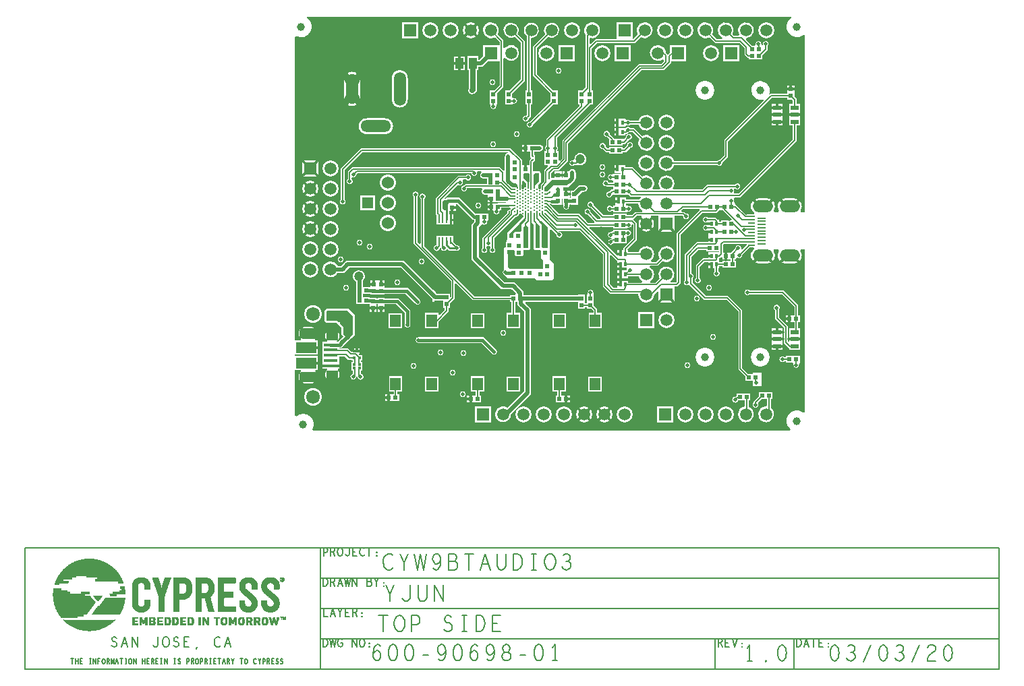
<source format=gbr>
G04 ================== begin FILE IDENTIFICATION RECORD ==================*
G04 Layout Name:  600-90698-01_CYW9BTAUDIO3_REV1.0.brd*
G04 Film Name:    TOP*
G04 File Format:  Gerber RS274X*
G04 File Origin:  Cadence Allegro 16.6-2015-S077*
G04 Origin Date:  Tue Mar 03 08:59:59 2020*
G04 *
G04 Layer:  DRAWING FORMAT/FAB_FILM*
G04 Layer:  PACKAGE GEOMETRY/PLATING_BAR_TOP*
G04 Layer:  PACKAGE GEOMETRY/SHORT_TOP*
G04 Layer:  ETCH/TOP*
G04 Layer:  PIN/TOP*
G04 Layer:  VIA CLASS/TOP*
G04 *
G04 Offset:    (0.00 0.00)*
G04 Mirror:    No*
G04 Mode:      Positive*
G04 Rotation:  0*
G04 FullContactRelief:  No*
G04 UndefLineWidth:     5.00*
G04 ================== end FILE IDENTIFICATION RECORD ====================*
%FSLAX35Y35*MOIN*%
%IR0*IPPOS*OFA0.00000B0.00000*MIA0B0*SFA1.00000B1.00000*%
%ADD27C,.06*%
%ADD32C,.01181*%
%ADD39O,.10039X.05906*%
%ADD35C,.0394*%
%ADD22C,.04724*%
%ADD23R,.056X.056*%
%ADD19R,.01181X.01181*%
%ADD15C,.05906*%
%ADD36R,.03346X.00906*%
%ADD11C,.06772*%
%ADD10C,.03937*%
%ADD28O,.05906X.16535*%
%ADD25O,.05906X.14961*%
%ADD24O,.14961X.05906*%
%ADD12C,.01969*%
%ADD16R,.05906X.05906*%
%ADD40R,.03937X.00906*%
%ADD29R,.01X.034*%
%ADD26R,.052X.062*%
%ADD17O,.05315X.04134*%
%ADD34R,.01378X.02362*%
%ADD38R,.04063X.02449*%
%ADD31C,.00866*%
%ADD33C,.00984*%
%ADD30R,.03937X.05512*%
%ADD37R,.04063X.01969*%
%ADD21R,.01969X.02165*%
%ADD20R,.02165X.01969*%
%ADD18R,.0689X.01575*%
%ADD13O,.07677X.04724*%
%ADD14R,.09843X.05709*%
%ADD41C,.01*%
%ADD42C,.02*%
%ADD43C,.03*%
%ADD44C,.012*%
%ADD45C,.015*%
%ADD46C,.025*%
%ADD47C,.019*%
%ADD48C,.005*%
%ADD49C,.006*%
%ADD50C,.007*%
%ADD51C,.008*%
%ADD52C,.009*%
%ADD53C,.00135*%
%ADD54C,.0055*%
%ADD62C,.08004*%
%ADD57C,.0791*%
%ADD55R,.05466X.10812*%
%ADD59C,.02992*%
%ADD65C,.09294*%
%ADD56C,.08776*%
%ADD61R,.06602X.07602*%
%ADD64R,.0534X.06916*%
%ADD60R,.07604X.07604*%
%ADD58R,.07908X.0791*%
%ADD63R,.07908X.07908*%
G75*
%LPD*%
G75*
G36*
G01X10938Y5262D02*
G02X10585Y5850I0J400D01*
G03X2661Y12284I-4585J2450D01*
G02X2004Y12591I-257J307D01*
G01Y35155D01*
X4684D01*
G02X4928Y34438I0J-400D01*
G03X6978Y28408I2050J-2666D01*
G01X9932D01*
G03X11982Y34438I0J3364D01*
G02X12226Y35155I244J317D01*
G01X13094D01*
Y42267D01*
X2004D01*
Y42733D01*
X13094D01*
Y49845D01*
X12226D01*
G02X11982Y50562I0J400D01*
G03X9932Y56592I-2050J2666D01*
G01X6978D01*
G03X4928Y50562I0J-3364D01*
G02X4684Y49845I-244J-317D01*
G01X2004D01*
Y200040D01*
G02X2589Y200394I400J0D01*
G03X7900Y209314I2411J4606D01*
G02X8124Y210046I223J332D01*
G01X246876D01*
G02X247100Y209314I1J-400D01*
G03X253251Y200943I2900J-4314D01*
G02X253901Y200631I250J-312D01*
G01Y113283D01*
X253074D01*
Y113290D01*
X252001D01*
G02X251674Y113921I0J400D01*
G03X248446Y120160I-3228J2284D01*
G01X244312D01*
G03X241084Y113921I0J-3955D01*
G02X240757Y113290I-327J-231D01*
G01X238773D01*
G02X238446Y113921I0J400D01*
G03X235218Y120160I-3228J2284D01*
G01X231084D01*
G03X228812Y112969I0J-3955D01*
G02X228582Y112242I-230J-327D01*
G01X225206D01*
Y112038D01*
X224808D01*
X219895Y116952D01*
X219458D01*
Y117686D01*
X219334D01*
G02X218984Y118279I0J400D01*
G03X218863Y119906I-1311J721D01*
G02X219182Y120548I318J242D01*
G01X221894D01*
X249798Y148452D01*
Y156094D01*
X251579D01*
Y166906D01*
X249798D01*
Y169375D01*
X248686Y170487D01*
Y175957D01*
X245314D01*
Y171778D01*
X236933D01*
X236591Y171437D01*
X236266Y171657D01*
G03X233088Y168982I-4266J1843D01*
G02X233465Y168311I94J-389D01*
G01X214048Y148894D01*
Y141394D01*
X211746Y139091D01*
X211658Y139095D01*
G03X210377Y138462I-58J-1495D01*
G01X189362D01*
X189320Y138606D01*
G03Y136414I-3800J-1096D01*
G01X189362Y136558D01*
X210526D01*
G03X213095Y137658I1074J1042D01*
G01X213091Y137746D01*
X215952Y140606D01*
Y148106D01*
X237721Y169876D01*
X245314D01*
Y169043D01*
X247438D01*
X247894Y168587D01*
Y166906D01*
X246113D01*
Y156094D01*
X247894D01*
Y149240D01*
X221106Y122452D01*
X219009D01*
G02X218690Y123094I-1J400D01*
G03X218795Y124748I-1190J906D01*
G02X218968Y125048I173J100D01*
G01X219346D01*
G03Y126952I1154J952D01*
G01X205606D01*
X203106Y124452D01*
X188969D01*
G02X188653Y125096I0J400D01*
G03X182387I-3133J2414D01*
G02X182071Y124452I-316J-244D01*
G01X178969D01*
G02X178653Y125096I0J400D01*
G03X173478Y130897I-3133J2414D01*
G01X168924Y135452D01*
X165171D01*
Y136383D01*
X159829D01*
Y132617D01*
X162828D01*
Y132186D01*
X159030D01*
G02X158507Y131907I-388J98D01*
G03Y129093I-507J-1407D01*
G02X159042Y128716I135J-376D01*
G01Y127952D01*
X156932D01*
X156881Y128075D01*
G03X155840Y126043I-1381J-575D01*
G01X155863Y126048D01*
X159042D01*
Y124452D01*
X158306D01*
X157346Y123491D01*
X157258Y123495D01*
G03X158657Y121659I-58J-1495D01*
G01X158693Y121814D01*
X165990D01*
G02X166451Y122045I367J-158D01*
G03X166858Y122005I348J1455D01*
G01X166946Y122009D01*
X167906Y121048D01*
X172501D01*
G02X172778Y120360I0J-400D01*
G03X172074Y119452I2741J-2852D01*
G01X165671D01*
Y120383D01*
X160329D01*
Y116686D01*
X159042D01*
Y115952D01*
X158658D01*
X158598Y116016D01*
G03Y113984I-1098J-1016D01*
G01X158658Y114048D01*
X159042D01*
Y113314D01*
X165970D01*
G02X166493Y113593I388J-98D01*
G03Y116407I507J1407D01*
G02X165970Y116686I-135J377D01*
G01X165671D01*
Y117548D01*
X171561D01*
X171568Y117356D01*
G03X173522Y114097I3952J154D01*
G02X173320Y113352I-202J-345D01*
G01X170007D01*
X168607Y111952D01*
X165958D01*
Y112686D01*
X159042D01*
Y111952D01*
X154394D01*
X149491Y116854D01*
X149495Y116942D01*
G03X148058Y115505I-1495J58D01*
G01X148146Y115509D01*
X153020Y110634D01*
G02X152737Y109952I-283J-282D01*
G01X151394D01*
X147991Y113354D01*
X147995Y113442D01*
G03X146558Y112005I-1495J58D01*
G01X146646Y112009D01*
X150020Y108634D01*
G02X149737Y107952I-283J-282D01*
G01X146894D01*
X142394Y112452D01*
X132393D01*
X127788Y117057D01*
G02X127929Y117398I141J141D01*
G01X128052D01*
X128106Y117356D01*
G03X129000Y117048I894J1143D01*
G01X130314D01*
Y117043D01*
X133686D01*
Y119798D01*
X134314D01*
Y117043D01*
X134548D01*
Y116363D01*
X134543Y116340D01*
G03X137457I1457J-340D01*
G01X137452Y116363D01*
Y117043D01*
X137686D01*
Y117376D01*
X138314D01*
Y117043D01*
X141686D01*
Y121280D01*
X143705Y123298D01*
X144800D01*
G03Y126702I0J1702D01*
G01X142295D01*
X139551Y123957D01*
X138314D01*
Y122402D01*
X138312Y122390D01*
G03Y121956I1688J-217D01*
G01X138314Y121944D01*
Y120278D01*
X137686D01*
Y123957D01*
X134402D01*
Y125598D01*
X136815D01*
X137842Y126626D01*
X138032D01*
X140203Y128797D01*
G03X140702Y130000I-1203J1204D01*
G01Y133000D01*
G03X137403Y133588I-1702J0D01*
G01X137355Y133457D01*
X134314D01*
Y130302D01*
X133686D01*
Y133457D01*
X130314D01*
Y130302D01*
X128452D01*
Y132606D01*
X129894Y134048D01*
X132394D01*
X136952Y138606D01*
Y147306D01*
X173194Y183548D01*
X184094D01*
X187752Y187206D01*
Y188046D01*
X195228D01*
Y195954D01*
X187320D01*
Y192265D01*
X186200Y191146D01*
X185228Y192118D01*
X185224Y192195D01*
G03X183612Y188810I-3950J-195D01*
G02X184248Y188488I236J-323D01*
G01Y187994D01*
X182706Y186452D01*
X171706D01*
X134048Y148794D01*
Y139894D01*
X132869Y138714D01*
G02X132186Y138997I-283J283D01*
G01Y143457D01*
X131452D01*
Y143842D01*
X131516Y143902D01*
G03X131452Y146154I-1016J1098D01*
G01Y150106D01*
X147889Y166543D01*
X149186D01*
Y173457D01*
X148452D01*
Y194106D01*
X151394Y197048D01*
X169860D01*
X172690Y199879D01*
X172822Y199806D01*
G03X171272Y201356I1912J3462D01*
G01X171345Y201224D01*
X169072Y198952D01*
X168688D01*
Y207222D01*
X160780D01*
Y198952D01*
X150606D01*
X148134Y196480D01*
G02X147452Y196763I-282J283D01*
G01Y199003D01*
G02X147933Y199395I400J1D01*
G03X145548Y200924I800J3873D01*
G01Y175067D01*
X143938Y173457D01*
X141814D01*
Y166543D01*
X142548D01*
Y165894D01*
X126048Y149394D01*
Y146154D01*
G03X125984Y143902I952J-1154D01*
G01X126048Y143842D01*
Y143457D01*
X125314D01*
Y136543D01*
X126732D01*
G02X127015Y135860I0J-400D01*
G01X125048Y133894D01*
Y128494D01*
X123188Y126634D01*
Y126417D01*
X122972D01*
X122956Y126419D01*
G03X122730Y126433I-183J-1120D01*
G02X122432Y127116I-15J400D01*
G01X123502Y128185D01*
Y132715D01*
X123186Y133030D01*
Y133111D01*
X123105D01*
X122815Y133402D01*
X119985D01*
X119976Y133392D01*
G02X119634Y133534I-142J141D01*
G01Y138001D01*
X119782Y138041D01*
G03X120349Y140000I-313J1152D01*
G03X120274Y141688I-880J807D01*
G01Y143314D01*
X120958D01*
Y143348D01*
X123000D01*
G03Y146652I0J1652D01*
G01X120958D01*
Y146686D01*
X114042D01*
Y143314D01*
X118072D01*
Y140647D01*
X118363Y140355D01*
X118378Y140321D01*
G03X118589Y140000I1090J487D01*
G03X118296Y139415I880J-807D01*
G01X118284Y139354D01*
X117732Y138801D01*
Y136457D01*
X114178D01*
Y139168D01*
X108394Y144952D01*
X34606D01*
X24548Y134894D01*
Y119654D01*
G03X26452I952J-1154D01*
G01Y134106D01*
X35394Y143048D01*
X107141D01*
Y142649D01*
X106983Y142615D01*
G03X105676Y141000I344J-1615D01*
G01Y139686D01*
X105542D01*
Y134069D01*
G02X104860Y133786I-400J0D01*
G01X103194Y135452D01*
X30106D01*
X28048Y133394D01*
Y129654D01*
G03X29952I952J-1154D01*
G01Y130218D01*
G02X30488Y130594I400J0D01*
G03X32495Y132058I512J1406D01*
G01X32491Y132146D01*
X32894Y132548D01*
X89003D01*
X89036Y132390D01*
G03X91954Y133054I1464J310D01*
G02X92342Y133548I388J94D01*
G01X93779D01*
G02X94017Y132827I0J-400D01*
G03X95000Y129848I983J-1327D01*
G01X96842D01*
Y127052D01*
X86206D01*
X85646Y126491D01*
X85558Y126495D01*
G03X86995Y124955I-58J-1495D01*
G01X87001Y125148D01*
X94172D01*
G02X94490Y124505I0J-400D01*
G03X95800Y121848I1310J-1006D01*
G01X97042D01*
Y118314D01*
X101947D01*
X101960Y118312D01*
G03X102386I213J1688D01*
G01X102399Y118314D01*
X103958D01*
Y118348D01*
X105902D01*
G03X106167Y118228I811J1439D01*
G01X106301Y118181D01*
Y117840D01*
X102313D01*
X102160Y117686D01*
X97042D01*
Y114314D01*
X99650D01*
G02X100040Y113826I0J-400D01*
G03X102960I1460J-326D01*
G02X103350Y114314I390J88D01*
G01X103958D01*
Y115436D01*
X107500D01*
G03X107946Y115522I0J1202D01*
G01X107981Y115536D01*
X108224D01*
G02X108507Y114854I0J-400D01*
G01X108038Y114385D01*
X107928Y114412D01*
G03X106748Y113488I-228J-924D01*
G01Y112894D01*
X94548Y100694D01*
Y95654D01*
G03X96451I952J-1154D01*
G01Y96218D01*
G02X96988Y96594I400J0D01*
G03X98012I512J1406D01*
G02X98548Y96218I136J-376D01*
G01Y95654D01*
G03X100451I952J-1154D01*
G01Y100606D01*
X110894Y111048D01*
X111553D01*
X112533Y112028D01*
G03X112772Y112430I-673J672D01*
G02X113010Y112568I192J-57D01*
G03X113453Y112571I215J920D01*
G02X113693Y112434I48J-194D01*
G03X114494Y111771I896J267D01*
G02X114854Y111373I-40J-398D01*
G01Y111070D01*
X106798Y103015D01*
Y99798D01*
X106500Y99500D01*
Y98557D01*
X106214D01*
Y95902D01*
X105599D01*
X105298Y95601D01*
Y84821D01*
G03X105230Y82218I702J-1321D01*
G01X105572Y81876D01*
X105922D01*
X107099Y80698D01*
X119500D01*
Y80500D01*
X120598D01*
X121599Y79498D01*
X129101D01*
X130002Y80399D01*
Y87801D01*
X128004Y89799D01*
Y95586D01*
X128002Y95588D01*
Y104387D01*
G02X128684Y104670I400J0D01*
G01X131109Y102246D01*
X131105Y102158D01*
G03X132542Y103595I1495J-58D01*
G01X132454Y103591D01*
X132339Y103707D01*
G02X132480Y104048I141J141D01*
G01X142606D01*
X154048Y92606D01*
Y76606D01*
X157606Y73048D01*
X171148D01*
G02X171547Y72635I0J-400D01*
G03X179455Y72525I3953J-135D01*
G01X179454Y72609D01*
X180863Y74017D01*
G02X181546Y73734I283J-283D01*
G01Y68546D01*
X189454D01*
Y76548D01*
X190894D01*
X192452Y78106D01*
Y102106D01*
X203394Y113048D01*
X210394D01*
X211659Y114314D01*
X213341D01*
X217785Y109869D01*
G02X217502Y109186I-283J-283D01*
G01X212542D01*
Y108452D01*
X211671D01*
Y109383D01*
X210963D01*
X209894Y110452D01*
X206154D01*
G03X205733Y108196I-1154J-952D01*
G02X206329Y107847I196J-349D01*
G01Y107153D01*
G02X205733Y106804I-400J0D01*
G03Y104196I-733J-1304D01*
G02X206329Y103847I196J-349D01*
G01Y98452D01*
X200606D01*
X194548Y92394D01*
Y79654D01*
G03X196500Y77387I952J-1154D01*
G01X196641Y77514D01*
X204106Y70048D01*
X215106D01*
X221048Y64106D01*
Y35433D01*
X224542Y31939D01*
Y29814D01*
X228148D01*
Y27098D01*
X232608D01*
Y33852D01*
X228148D01*
Y33186D01*
X225986D01*
X222952Y36221D01*
Y64894D01*
X215894Y71952D01*
X204894D01*
X198452Y78394D01*
Y80346D01*
G03X198075Y82881I-952J1154D01*
G01X197951Y82932D01*
Y91107D01*
X201393Y94548D01*
X205042D01*
Y93814D01*
X211548D01*
Y93383D01*
X206329D01*
Y90452D01*
X203606D01*
X200048Y86894D01*
Y80654D01*
G03X201952I952J-1154D01*
G01Y86106D01*
X204394Y88548D01*
X206329D01*
Y85617D01*
X209328D01*
Y84154D01*
G03X211232I952J-1154D01*
G01Y85617D01*
X211671D01*
Y86548D01*
X213042D01*
Y85814D01*
X219958D01*
Y89186D01*
X219124D01*
Y89814D01*
X219958D01*
Y90487D01*
G02X220598Y90806I400J0D01*
G03X222995Y92058I902J1194D01*
G01X222991Y92146D01*
X226604Y95758D01*
X228582D01*
G02X228812Y95031I0J-400D01*
G03X231084Y87840I2272J-3236D01*
G01X235218D01*
G03X238397Y94147I0J3955D01*
G02X238718Y94784I322J237D01*
G01X240812D01*
G02X241133Y94147I-1J-400D01*
G03X244312Y87840I3179J-2352D01*
G01X248446D01*
G03X251630Y94139I-1J3955D01*
G02X251953Y94776I322J237D01*
G01X253901D01*
Y14369D01*
G02X253251Y14057I-400J0D01*
G03X246714Y5972I-3251J-4057D01*
G02X246461Y5262I-253J-310D01*
G01X10938D01*
G37*
G36*
G01X13770Y27146D02*
Y29213D01*
X5502D01*
G02X4124Y30591I0J1378D01*
G01Y32953D01*
G02X5502Y34331I1378J0D01*
G01X16526D01*
Y27146D01*
X13770D01*
G37*
G36*
G01X5502Y50669D02*
G02X4124Y52047I0J1378D01*
G01Y54409D01*
G02X5502Y55787I1378J0D01*
G01X13770D01*
Y57854D01*
X16526D01*
Y50669D01*
X5502D01*
G37*
G36*
G01X119777Y107323D02*
Y95501D01*
Y95053D01*
X120359Y94471D01*
X120807D01*
X123129D01*
X123500Y94100D01*
Y90600D01*
X124494Y89606D01*
Y88049D01*
Y85353D01*
X107992D01*
X107106Y86239D01*
Y93902D01*
X107780Y94576D01*
X109957D01*
X110380Y94153D01*
Y92092D01*
X111054Y91418D01*
X114327D01*
X114847Y91938D01*
Y94364D01*
X114770Y94441D01*
X117427D01*
X118159Y95173D01*
Y108000D01*
X119100D01*
X119777Y107323D01*
G37*
G36*
G01X107800Y100500D02*
Y102600D01*
X109900Y104700D01*
X112800Y107600D01*
X115300Y110100D01*
X115500D01*
X115900Y109700D01*
Y109200D01*
X114600Y107900D01*
X114000Y107300D01*
Y106200D01*
Y104600D01*
Y104300D01*
X113100Y103400D01*
X110600D01*
X110150Y102950D01*
X110000Y102800D01*
Y100500D01*
X107800D01*
G37*
G36*
G01X124500Y95500D02*
X126500D01*
X127000Y96000D01*
Y106000D01*
X124000Y109000D01*
X122500D01*
Y108500D01*
X124000Y107000D01*
Y106000D01*
Y96000D01*
X124500Y95500D01*
G37*
G36*
G01X123000Y106500D02*
Y95500D01*
X121183D01*
X121000Y95683D01*
Y108500D01*
X123000Y106500D01*
G37*
G36*
G01X117026Y95526D02*
X117000Y95500D01*
X115000D01*
Y105800D01*
X115600Y106400D01*
X116626D01*
X117026Y106000D01*
Y95526D01*
G37*
G36*
G01X114177Y126834D02*
Y128541D01*
G02X114860Y128823I400J-1D01*
G01X116216Y127468D01*
Y125655D01*
G02X116005Y125456I-200J1D01*
G03X115890Y125455I-49J-944D01*
G02X115683Y125601I-14J199D01*
G03X114580Y126434I-1094J-302D01*
G02X114177Y126834I-3J400D01*
G37*
G36*
G01X115100Y132400D02*
X117400D01*
X117700Y132100D01*
Y128300D01*
X116800D01*
X115000Y130100D01*
Y132300D01*
X115100Y132400D01*
G37*
G36*
G01X125200Y125500D02*
X129000Y129300D01*
X136800D01*
X137000Y129100D01*
Y127200D01*
X136400Y126600D01*
X129500D01*
X126400Y123500D01*
X125300D01*
X125200Y123600D01*
Y125500D01*
G37*
G36*
G01X120400Y132400D02*
X122400D01*
X122500Y132300D01*
Y128600D01*
X120400Y126500D01*
X120100D01*
X119700Y126900D01*
Y131700D01*
X120400Y132400D01*
G37*
G36*
G01X166671Y78352D02*
Y79283D01*
X161329D01*
Y75952D01*
X159394D01*
X157452Y77894D01*
Y91737D01*
G02X158134Y92020I400J0D01*
G01X161106Y89048D01*
X161329D01*
Y85817D01*
X165674D01*
G02X166036Y85247I0J-400D01*
G03X165894Y84586I1354J-637D01*
G01Y84460D01*
X165817Y84383D01*
X161329D01*
Y80617D01*
X166671D01*
Y81548D01*
X171658D01*
X171700Y81404D01*
G03X173487Y79096I3800J1096D01*
G02X173283Y78352I-204J-344D01*
G01X166671D01*
G37*
G36*
G01X161329Y94383D02*
Y92482D01*
G02X160646Y92199I-400J0D01*
G01X147480Y105366D01*
G02X147763Y106048I283J282D01*
G01X159042D01*
Y105314D01*
X165970D01*
G02X166493Y105593I388J-98D01*
G03X168487Y107164I507J1407D01*
G01X168476Y107259D01*
X168686Y107469D01*
X169048Y107106D01*
Y100194D01*
X164328Y95474D01*
Y94383D01*
X161329D01*
G37*
G36*
G01X177513Y79096D02*
G03X177351Y85995I-2013J3404D01*
G02X177538Y86748I187J353D01*
G01X181094D01*
X183456Y89111D01*
X183588Y89038D01*
G03X182038Y90588I1912J3462D01*
G01X182111Y90456D01*
X180306Y88652D01*
X178160D01*
G02X177915Y89368I0J400D01*
G03X171700Y93596I-2415J3132D01*
G01X171658Y93452D01*
X166671D01*
Y94383D01*
X166232D01*
Y94686D01*
X170952Y99406D01*
Y107894D01*
X169139Y109707D01*
G02X169280Y110048I141J141D01*
G01X169395D01*
X170795Y111448D01*
X172981D01*
G02X173215Y110724I0J-400D01*
G03X177825I2305J-3214D01*
G02X178059Y111448I234J324D01*
G01X181566D01*
Y103556D01*
X189474D01*
Y111448D01*
X193310D01*
G02X193709Y111080I0J-400D01*
G03X195142Y112695I1491J120D01*
G01X195054Y112691D01*
X194394Y113352D01*
X193163D01*
G02X192880Y114034I0J400D01*
G01X193894Y115048D01*
X201737D01*
G02X202020Y114366I0J-400D01*
G01X190548Y102894D01*
Y78894D01*
X190106Y78452D01*
X187878D01*
G02X187659Y79187I0J400D01*
G03X182038Y80588I-2159J3313D01*
G01X182111Y80456D01*
X180006Y78352D01*
X177717D01*
G02X177513Y79096I0J400D01*
G37*
G36*
G01X213452Y93186D02*
Y97106D01*
X213882Y97536D01*
X225206D01*
Y97051D01*
X223168Y95013D01*
G02X222487Y95339I-283J283D01*
G03X219505Y95442I-1487J161D01*
G01X219509Y95354D01*
X217341Y93186D01*
X213452D01*
G37*
G36*
G01X211671Y88452D02*
Y90548D01*
X211894D01*
X212360Y91014D01*
G02X213042Y90731I282J-283D01*
G01Y89814D01*
X217222D01*
Y89186D01*
X213042D01*
Y88452D01*
X211671D01*
G37*
%LPC*%
G75*
G36*
G01X57694Y168958D02*
G02X49786I-3954J0D01*
G01Y179586D01*
G02X57694I3954J0D01*
G01Y168958D01*
G37*
G36*
G01X34072Y169744D02*
G02X26164I-3954J0D01*
G01Y178800D01*
G02X34072I3954J0D01*
G01Y169744D01*
G37*
G36*
G01X37402Y151814D02*
G02Y159722I0J3954D01*
G01X46456D01*
G02Y151814I0J-3954D01*
G01X37402D01*
G37*
G36*
G01X232958Y188814D02*
X226042D01*
Y189548D01*
X225605D01*
X224048Y191105D01*
Y194606D01*
X221606Y197048D01*
X209608D01*
X206778Y199879D01*
X206646Y199806D01*
G02X208121Y201226I-1912J3462D01*
G01X210396Y198952D01*
X212830D01*
G03X213005Y199711I-1J400D01*
G02X218121Y201226I1729J3557D01*
G01X218896Y200452D01*
X221111D01*
G03X221444Y201073I0J400D01*
G02X224966Y199320I3290J2195D01*
G03X224707Y198638I24J-399D01*
G01X227658Y195686D01*
X229150D01*
G03X229540Y196174I0J400D01*
G02X232460I1460J326D01*
G03X232850Y195686I390J-88D01*
G01X233119D01*
Y195924D01*
X233105Y195959D01*
G02X235452Y195346I1395J541D01*
G01Y193433D01*
X232958Y190939D01*
Y188814D01*
G37*
G36*
G01X111977Y201370D02*
X115352Y197996D01*
Y178179D01*
X109186Y172013D01*
Y170111D01*
G03X109721Y169735I400J0D01*
G02Y166919I506J-1408D01*
G03X109186Y166543I-135J-376D01*
G01X105814D01*
Y173457D01*
X107938D01*
X113448Y178967D01*
Y197208D01*
X110632Y200025D01*
X110501Y199955D01*
G02X112047Y201501I-1767J3313D01*
G01X111977Y201370D01*
G37*
G36*
G01X118840Y199515D02*
G03X118452Y199115I12J-400D01*
G01Y173457D01*
X119186D01*
Y166543D01*
X118452D01*
Y160606D01*
X117491Y159646D01*
X117495Y159558D01*
G02X116058Y160995I-1495J-58D01*
G01X116146Y160991D01*
X116548Y161394D01*
Y166543D01*
X115814D01*
Y173457D01*
X116548D01*
Y200215D01*
G02X118840Y199515I2185J3053D01*
G37*
G36*
G01X126836Y200025D02*
X121352Y194540D01*
Y181667D01*
X129562Y173457D01*
X131686D01*
Y166543D01*
X129389D01*
X119491Y156646D01*
X119495Y156558D01*
G02X118058Y157995I-1495J-58D01*
G01X118146Y157991D01*
X128314Y168160D01*
Y172013D01*
X119448Y180879D01*
Y195328D01*
X125493Y201372D01*
G02X126967Y199955I3241J1896D01*
G01X126836Y200025D01*
G37*
G36*
G01X167654Y158462D02*
X171678D01*
X171720Y158606D01*
G02Y156414I3800J-1096D01*
G01X171678Y156558D01*
X167654D01*
G02X165767Y156206I-1154J952D01*
G03X165171Y155857I-196J-349D01*
G01Y155617D01*
X159829D01*
Y159383D01*
X165171D01*
Y159163D01*
G03X165767Y158814I400J0D01*
G02X167654Y158462I733J-1304D01*
G37*
G36*
G01X157491Y151854D02*
X159659Y149686D01*
X163966D01*
G03X164640Y149486I391J83D01*
G01X165509Y150354D01*
X165505Y150442D01*
G02X166942Y149005I1495J58D01*
G01X166854Y149009D01*
X164894Y147048D01*
X163958D01*
Y146314D01*
X157042D01*
Y149612D01*
X156146Y150509D01*
X156058Y150505D01*
G02X157495Y151942I-58J1495D01*
G01X157491Y151854D01*
G37*
G36*
G01X172131Y149554D02*
X168636Y153048D01*
X167654D01*
G02X166442Y152505I-1154J952D01*
G01X166354Y152509D01*
X165894Y152048D01*
X165171D01*
Y151117D01*
X159829D01*
Y154883D01*
X165292D01*
G02X167654Y154952I1208J-883D01*
G01X169424D01*
X173476Y150899D01*
X173608Y150972D01*
G02X172058Y149422I1912J-3462D01*
G01X172131Y149554D01*
G37*
G36*
G01X164606Y144952D02*
X166009Y146354D01*
X166005Y146442D01*
G02X167442Y145005I1495J58D01*
G01X167354Y145009D01*
X165394Y143048D01*
X163958D01*
Y142314D01*
X157042D01*
Y143048D01*
X155606D01*
X154146Y144509D01*
X154058Y144505D01*
G02X155495Y145942I-58J1495D01*
G01X155491Y145854D01*
X156394Y144952D01*
X157042D01*
Y145686D01*
X163958D01*
Y144952D01*
X164606D01*
G37*
G36*
G01X141394Y136548D02*
X140154D01*
G02X139427Y138934I-1154J952D01*
G03X139940Y139338I114J383D01*
G02X141613Y136768I3060J162D01*
G01X141394Y136548D01*
G37*
G36*
G01X73814Y95969D02*
X73491Y95646D01*
X73495Y95558D01*
G02X71687Y96963I-1495J-58D01*
G01X71845Y96997D01*
Y101702D01*
X80155D01*
Y98691D01*
X81854Y96991D01*
X81942Y96995D01*
G02X81045Y94348I58J-1495D01*
G01X78023D01*
X77464Y94907D01*
G03X76827Y94809I-283J-283D01*
G02X74013Y95664I-1327J691D01*
G01X74024Y95759D01*
X73814Y95969D01*
G37*
G36*
G01X57774Y75778D02*
X63319Y70234D01*
X63338Y70222D01*
G02X61278Y68162I-789J-1271D01*
G01X61266Y68181D01*
X56572Y72876D01*
X46186D01*
Y72543D01*
X39314D01*
Y72814D01*
X35528D01*
Y71186D01*
X38958D01*
Y70957D01*
X42186D01*
Y70624D01*
X42814D01*
Y70957D01*
X46186D01*
Y70624D01*
X53028D01*
X58952Y64701D01*
Y57863D01*
X58957Y57840D01*
G02X56043I-1457J-340D01*
G01X56048Y57863D01*
Y63499D01*
X51826Y67722D01*
X46186D01*
Y64043D01*
X42814D01*
Y67722D01*
X42186D01*
Y64043D01*
X38814D01*
Y67814D01*
X34053D01*
X34040Y67812D01*
G02X33614I-213J1688D01*
G01X33601Y67814D01*
X32042D01*
Y71186D01*
X32126D01*
Y72814D01*
X32042D01*
Y76186D01*
X32126D01*
Y78762D01*
G02X35528Y79204I1374J2738D01*
G01Y76186D01*
X39314D01*
Y79457D01*
X46186D01*
Y75778D01*
X57774D01*
G37*
G36*
G01X248722Y66433D02*
X242606Y72548D01*
X226664D01*
G02X226830Y74452I-1064J1052D01*
G01X243394D01*
X250624Y67221D01*
Y62186D01*
X251458D01*
Y58814D01*
X250624D01*
Y55906D01*
X251579D01*
Y45094D01*
X246113D01*
Y46041D01*
X243548Y48606D01*
Y56106D01*
X239202Y60452D01*
Y64734D01*
G02X241106Y64992I798J1266D01*
G01Y61240D01*
X245452Y56894D01*
Y49394D01*
X245772Y49074D01*
G03X246113Y49215I141J142D01*
G01Y55906D01*
X248722D01*
Y58814D01*
X244542D01*
Y62186D01*
X248722D01*
Y66433D01*
G37*
G36*
G01X95101Y51452D02*
X101097Y45456D01*
X101116Y45444D01*
G02X99056Y43384I-789J-1271D01*
G01X99044Y43403D01*
X93899Y48548D01*
X63363D01*
X63340Y48543D01*
G02Y51457I-340J1457D01*
G01X63363Y51452D01*
X95101D01*
G37*
G36*
G01X251418Y38814D02*
G03X251050Y38257I0J-400D01*
G02X248296I-1377J-584D01*
G03X247928Y38814I-368J157D01*
G01X244542D01*
Y39548D01*
X243954D01*
G02Y41452I-1154J952D01*
G01X244542D01*
Y42186D01*
X251458D01*
Y38814D01*
X251418D01*
G37*
G36*
G01X32812Y31925D02*
X32575Y32162D01*
X32310Y31897D01*
X32312Y31812D01*
G02X30404Y33222I-1496J-28D01*
G01X30548Y33264D01*
Y34763D01*
X29830D01*
Y39237D01*
X30548D01*
Y39852D01*
X29830D01*
Y40168D01*
X28315D01*
X26655Y41828D01*
X23724D01*
Y35893D01*
X23336D01*
G03X23064Y35200I0J-400D01*
G02X20974Y29884I-2089J-2247D01*
G01X19794D01*
G02X17704Y35200I-1J3069D01*
G03X17432Y35893I-272J293D01*
G01X15430D01*
Y49107D01*
X17432D01*
G03X17704Y49800I0J400D01*
G02X19794Y55116I2089J2247D01*
G01X20974D01*
G02X22647Y49475I0J-3068D01*
G01X22556Y49415D01*
Y49107D01*
X23404D01*
X23458Y49222D01*
G02X23796Y49703I1540J-723D01*
G01X25838Y51745D01*
X24998Y52585D01*
Y56085D01*
X22585Y58498D01*
X17585D01*
X16498Y59585D01*
Y64415D01*
X17585Y65502D01*
X28415D01*
X31502Y62415D01*
Y52585D01*
X29915Y50998D01*
X29878D01*
X29818Y50925D01*
G02X29703Y50798I-1317J1077D01*
G01X26202Y47297D01*
G02X25448Y46859I-1203J1203D01*
G01X25396Y46845D01*
X24718Y46166D01*
X23724D01*
Y45730D01*
X28271D01*
X29931Y44070D01*
X31208D01*
Y45783D01*
X33792D01*
Y43199D01*
X33687D01*
G03X33545Y42858I0J-200D01*
G01X33966Y42436D01*
X35170D01*
Y39852D01*
X34452D01*
Y39237D01*
X35170D01*
Y34763D01*
X34452D01*
Y33310D01*
X34611Y33277D01*
G02X32810Y31840I-305J-1465D01*
G01X32812Y31925D01*
G37*
G36*
G01X53466Y23186D02*
Y19814D01*
X46550D01*
Y23186D01*
X50730D01*
Y24512D01*
X48380D01*
Y32114D01*
X54982D01*
Y24512D01*
X52632D01*
Y23186D01*
X53466D01*
G37*
G36*
G01X137708Y22686D02*
Y19314D01*
X130792D01*
Y22686D01*
X131626D01*
Y24512D01*
X129276D01*
Y32114D01*
X135878D01*
Y24512D01*
X133528D01*
Y22686D01*
X137708D01*
G37*
G36*
G01X93914D02*
Y19314D01*
X86998D01*
Y22686D01*
X91178D01*
Y24512D01*
X88828D01*
Y32114D01*
X95430D01*
Y24512D01*
X93080D01*
Y22686D01*
X93914D01*
G37*
G36*
G01X232486Y20814D02*
X230647Y18974D01*
X230739Y18838D01*
G02X228548Y19154I-1239J-838D01*
G01Y19567D01*
X231042Y22061D01*
Y24186D01*
X237958D01*
Y20814D01*
X237124D01*
Y16419D01*
G02X234813Y17222I-2390J-3151D01*
G03X235222Y17622I9J400D01*
G01Y20814D01*
X232486D01*
G37*
G36*
G01X219646Y21991D02*
X220042Y22388D01*
Y23686D01*
X226958D01*
Y20314D01*
X226124D01*
Y16971D01*
G02X224056Y17164I-1389J-3703D01*
G01X224222Y17193D01*
Y20314D01*
X220993D01*
X220957Y20159D01*
G02X219558Y21995I-1457J341D01*
G01X219646Y21991D01*
G37*
G36*
G01X65952Y119846D02*
Y96393D01*
X90720Y71624D01*
X108092D01*
Y72360D01*
X110769D01*
G03X111051Y73042I-1J400D01*
G01X108995Y75098D01*
X103995D01*
X89298Y89795D01*
Y107206D01*
X90626Y108533D01*
Y109314D01*
X90542D01*
Y109548D01*
X89899D01*
X81899Y117548D01*
X81458D01*
Y113814D01*
X78186D01*
Y112102D01*
X80155D01*
Y107298D01*
X71845D01*
Y111956D01*
X71548Y112253D01*
Y120294D01*
X82606Y131352D01*
X86346D01*
G02Y129448I1154J-952D01*
G01X85080D01*
G03X84746Y128827I-1J-400D01*
G02X82517Y126872I-1247J-827D01*
G01X75745Y120099D01*
X75964Y119880D01*
X76071Y119904D01*
G02X76325Y119944I430J-1904D01*
G01X76397Y119950D01*
X76899Y120452D01*
X83101D01*
X90866Y112686D01*
X92101D01*
X92114Y112688D01*
G02X92540I213J-1688D01*
G01X92553Y112686D01*
X97458D01*
Y109314D01*
X97350D01*
G03X96960Y108826I0J-400D01*
G02X94378Y107510I-1460J-326D01*
G01X94319Y107578D01*
X94028D01*
Y107123D01*
X92702Y105796D01*
Y91205D01*
X105405Y78502D01*
X110405D01*
X114924Y73982D01*
Y72374D01*
X141810D01*
Y72457D01*
X145182D01*
Y70902D01*
X145184Y70890D01*
G02Y70456I-1688J-217D01*
G01X145182Y70444D01*
Y68278D01*
X146310D01*
Y72468D01*
G03X146593Y72993I-93J389D01*
G02X149407I1407J507D01*
G03X149682Y72470I376J-136D01*
G01Y66987D01*
X151276Y65392D01*
Y63488D01*
X153626D01*
Y55886D01*
X147024D01*
Y63488D01*
X149374D01*
Y64604D01*
X148434Y65543D01*
X146310D01*
Y66376D01*
X145182D01*
Y65543D01*
X141810D01*
Y68972D01*
X116000D01*
G03X115718Y68289I1J-400D01*
G01X118502Y65505D01*
Y23295D01*
X108684Y13478D01*
X108687Y13392D01*
G02X106943Y16549I-3953J-124D01*
G01X115098Y24705D01*
Y64095D01*
X111898Y67295D01*
Y68986D01*
X110828D01*
Y63488D01*
X113178D01*
Y55886D01*
X106576D01*
Y63488D01*
X108926D01*
Y68986D01*
X108092D01*
Y69722D01*
X89932D01*
X81634Y78019D01*
G03X80952Y77736I-282J-283D01*
G01Y70504D01*
X78615Y68167D01*
Y66043D01*
X77880D01*
Y64135D01*
X72730Y58985D01*
Y55886D01*
X66128D01*
Y63488D01*
X72730D01*
Y62642D01*
G03X73413Y62359I400J0D01*
G01X75978Y64923D01*
Y66043D01*
X75243D01*
Y69472D01*
X70814D01*
Y68778D01*
X69686D01*
Y70408D01*
X54295Y85798D01*
X28704D01*
X26193Y83288D01*
X23050D01*
G02Y86690I-3570J1701D01*
G01X24783D01*
X27294Y89202D01*
X55705D01*
X70019Y74887D01*
X70102D01*
G02X70384Y74770I-1J-400D01*
G01X71548Y73606D01*
Y73358D01*
X72032Y72874D01*
X75243D01*
Y72957D01*
X78615D01*
Y71402D01*
X78617Y71390D01*
G02X78623Y71330I-1690J-199D01*
G01X78630Y71258D01*
X78822Y71066D01*
X79048Y71292D01*
Y79106D01*
X60548Y97606D01*
Y120846D01*
G02X62452I952J1154D01*
G01Y98394D01*
X63366Y97480D01*
G03X64048Y97763I282J283D01*
G01Y119846D01*
G02X65952I952J1154D01*
G37*
G36*
G01X101433Y166028D02*
G02X98567I-1433J-428D01*
G03X98314Y166521I-383J115D01*
G01Y173457D01*
X100438D01*
X103048Y176067D01*
Y188046D01*
X97186D01*
X94439Y185298D01*
X92635D01*
Y183542D01*
X91916D01*
Y173157D01*
X90880Y172120D01*
G02X88014Y174764I-1380J1380D01*
G01Y183542D01*
X87295D01*
Y190458D01*
X92635D01*
Y188702D01*
X93029D01*
X94780Y190452D01*
Y195954D01*
X103048D01*
Y197608D01*
X100778Y199879D01*
X100646Y199806D01*
G02X102196Y201356I-1912J3462D01*
G01X102123Y201224D01*
X104952Y198396D01*
Y194743D01*
G03X105662Y194491I400J0D01*
G02Y189509I3072J-2491D01*
G03X104952Y189257I-310J-252D01*
G01Y175279D01*
X101686Y172013D01*
Y166521D01*
G03X101433Y166028I130J-378D01*
G37*
G36*
G01X165958Y97814D02*
X159329D01*
G02X158058Y99995I-1329J686D01*
G01X158146Y99991D01*
X158469Y100314D01*
X158259Y100524D01*
X158164Y100513D01*
G02X158058Y103495I-164J1487D01*
G01X158146Y103491D01*
X158606Y103952D01*
X159042D01*
Y104686D01*
X166008D01*
G03X166409Y104484I349J195D01*
G02Y101516I191J-1484D01*
G03X165958Y101120I-51J-396D01*
G01Y97814D01*
G37*
G54D62*
X48000Y108040D03*
Y128040D03*
Y118040D03*
G54D57*
X9480Y84989D03*
Y94989D03*
Y104989D03*
Y114989D03*
Y124989D03*
X19480Y94989D03*
Y104989D03*
Y114989D03*
Y124989D03*
Y134989D03*
X68734Y203268D03*
X78734D03*
X88734D03*
X114734Y13268D03*
X124734D03*
X126274Y192000D03*
X134734Y13268D03*
X144734D03*
X138734Y203268D03*
X154734Y13268D03*
X153774Y192000D03*
X164734Y13268D03*
X175520Y137510D03*
X194734Y13268D03*
X185500Y60000D03*
X185520Y147510D03*
Y157510D03*
X184734Y203268D03*
X194734D03*
X204734Y13268D03*
X207574Y192000D03*
X214734Y13268D03*
X234734Y203268D03*
G54D55*
X240154Y50500D03*
Y161500D03*
G54D59*
X24500Y90000D03*
X27323Y75823D03*
X38800Y96300D03*
X34000Y98100D03*
X52500Y78500D03*
X60500Y37327D03*
X74000Y44000D03*
X64500Y89000D03*
X85000Y23260D03*
X80000Y34000D03*
X85327Y43673D03*
X92600Y116400D03*
X104827Y53500D03*
X100000Y147000D03*
X99500Y177500D03*
X111500Y152000D03*
X132327Y183327D03*
X154000Y132000D03*
Y135600D03*
X196000Y37500D03*
X208400Y51600D03*
X206500Y76000D03*
X200500Y70500D03*
G54D65*
X204440Y41500D03*
Y173500D03*
X232000Y41500D03*
G54D56*
X10817Y22028D03*
Y62972D03*
G54D61*
X51681Y59687D03*
X69429Y28313D03*
X92129Y59687D03*
X109877Y28313D03*
X132577Y59687D03*
X150325Y28313D03*
G54D64*
X83035Y187000D03*
G54D60*
X38000Y118040D03*
G54D58*
X9480Y134989D03*
G54D63*
X58734Y203268D03*
X94734Y13268D03*
X136274Y192000D03*
X163774D03*
X175500Y60000D03*
X184734Y13268D03*
X217574Y192000D03*
%LPD*%
G75*
G36*
G01X27000Y52000D02*
X26000Y53000D01*
Y56500D01*
X24260Y58241D01*
Y58856D01*
X23644D01*
X23000Y59500D01*
X18000D01*
X17500Y60000D01*
Y64000D01*
X18000Y64500D01*
X28000D01*
X30500Y62000D01*
Y53000D01*
X29500Y52000D01*
X27000D01*
G37*
G36*
G01X17510Y35020D02*
X23258D01*
Y27146D01*
X17510D01*
Y35020D01*
G37*
G36*
G01Y57854D02*
X23258D01*
Y49980D01*
X17510D01*
Y57854D01*
G37*
G54D10*
X6000Y8300D03*
X5000Y205000D03*
X250000Y10000D03*
Y205000D03*
G54D20*
X37173Y74500D03*
X33827D03*
X37173Y69500D03*
X33827D03*
X51681Y21500D03*
X48335D03*
X92129Y21000D03*
X88783D03*
X92327Y111000D03*
X79673Y115500D03*
X76327D03*
X109877Y70673D03*
X95673Y111000D03*
X108827Y101500D03*
X101973Y128000D03*
X98627D03*
X98827Y123500D03*
X102173D03*
X98827Y116000D03*
X102173D03*
X98827Y120000D03*
X102173D03*
X107327Y134500D03*
Y138000D03*
X101973Y131500D03*
X98627D03*
X107327Y130500D03*
X113223Y70673D03*
X126673Y86500D03*
X123327D03*
Y82500D03*
X126673D03*
X112173Y101500D03*
X110673Y134500D03*
Y138000D03*
Y130500D03*
X115827Y145000D03*
X119173D03*
X132577Y21000D03*
X135923D03*
X158827Y144000D03*
Y148000D03*
X160827Y99500D03*
X164173D03*
X160827Y103000D03*
X164173D03*
X160827Y111000D03*
X164173D03*
X160827Y107000D03*
X164173D03*
X160827Y123500D03*
X164173D03*
X160827Y127000D03*
X164173D03*
X160827Y115000D03*
X164173D03*
X162173Y144000D03*
X160827Y130500D03*
X164173D03*
X162173Y148000D03*
X206827Y95500D03*
X210173D03*
X207327Y116000D03*
X210673D03*
X221827Y22000D03*
X225173D03*
X226327Y31500D03*
X214827Y91500D03*
X218173D03*
X214827Y87500D03*
X218173D03*
X214327Y107500D03*
X217673D03*
X214327Y103500D03*
X217673D03*
Y116000D03*
X214327D03*
X227827Y194000D03*
Y190500D03*
X232827Y22500D03*
X236173D03*
X229673Y31500D03*
X231173Y194000D03*
Y190500D03*
X246327Y40500D03*
X249673D03*
X246327Y60500D03*
X249673D03*
G54D11*
X10817Y22028D03*
Y62972D03*
G54D21*
X41000Y74327D03*
Y77673D03*
X40500Y69173D03*
Y65827D03*
X44500D03*
Y69173D03*
Y77673D03*
Y74327D03*
X76929Y67827D03*
Y71173D03*
X107900Y93427D03*
Y96773D03*
X100000Y168327D03*
Y171673D03*
X107500Y168327D03*
Y171673D03*
X125500Y93327D03*
X118000Y83327D03*
Y86673D03*
X110000D03*
Y83327D03*
X114000D03*
Y86673D03*
X116000Y93327D03*
X122000D03*
X112500D03*
X125500Y96673D03*
X116000D03*
X122000D03*
X112500D03*
X116000Y134673D03*
Y131327D03*
X121500Y134673D03*
Y131327D03*
X117500Y168327D03*
Y171673D03*
X143496Y67327D03*
Y70673D03*
X140000Y118827D03*
Y122173D03*
X132000Y128327D03*
X136000D03*
Y122173D03*
Y118827D03*
X132000D03*
Y122173D03*
X130500Y138327D03*
Y141673D03*
X127000Y138327D03*
Y141673D03*
X132000Y131673D03*
X136000D03*
X143500Y168327D03*
Y171673D03*
X130000Y168327D03*
Y171673D03*
X147996Y67327D03*
Y70673D03*
X147500Y168327D03*
Y171673D03*
X247000Y174173D03*
Y170827D03*
G54D30*
X89965Y187000D03*
X83035D03*
G54D12*
X4001Y17001D03*
X3001Y150001D03*
Y159001D03*
Y168501D03*
Y177001D03*
Y186001D03*
Y195501D03*
X23500Y7500D03*
X14501Y7501D03*
X23000Y17000D03*
X14001Y17001D03*
X14501Y39001D03*
Y43001D03*
X25501Y37001D03*
Y40501D03*
X14501Y47001D03*
X19501Y61501D03*
X22500Y61500D03*
X22501Y76001D03*
X19001D03*
X16001Y73501D03*
Y70501D03*
X24500Y90000D03*
X23500Y110000D03*
X25500Y118500D03*
X13001Y150001D03*
X22000Y150000D03*
X13001Y159001D03*
X22000Y159000D03*
X13001Y168501D03*
X22000Y168500D03*
Y177000D03*
X13001Y177001D03*
X22000Y186000D03*
X13001Y186001D03*
X22000Y195500D03*
X13001Y195501D03*
X17001Y209001D03*
X41001Y6501D03*
X30001Y21501D03*
X40001D03*
X26501Y33501D03*
X39501Y33001D03*
Y38501D03*
X36001Y30001D03*
X29001D03*
X36100Y33600D03*
X29100Y33900D03*
X30816Y31784D03*
X34306Y31812D03*
X36001Y56001D03*
X27500Y47000D03*
X31000Y50500D03*
X41500Y61000D03*
X40000Y50000D03*
X33000Y65500D03*
X30501Y77501D03*
X37500Y78000D03*
X27323Y75823D03*
X33827Y77500D03*
X41001Y84501D03*
X28500Y82000D03*
X35500Y90500D03*
Y95500D03*
X38800Y96300D03*
X34500Y103500D03*
X34000Y107500D03*
X34500Y111000D03*
X34000Y98100D03*
X38500Y124000D03*
X29000Y128500D03*
X36500Y137500D03*
X33001Y138001D03*
X31000Y132000D03*
X36000Y209000D03*
X27001Y209001D03*
X52501Y6501D03*
X46501Y11001D03*
X48400Y18400D03*
X44670Y36155D03*
X53332Y42847D03*
X52001Y52501D03*
X57501Y48501D03*
X57500Y57500D03*
X53001Y72001D03*
X49500Y77000D03*
X52500Y78500D03*
X50501Y91501D03*
X51000Y82000D03*
X56500Y99000D03*
Y113500D03*
X45001Y140501D03*
X58001Y140001D03*
X45501Y209001D03*
X55501D03*
X65001Y6501D03*
X75001D03*
X74501Y23001D03*
X62501Y16001D03*
X72501D03*
X60501Y44001D03*
X60500Y37327D03*
X74000Y44000D03*
X63000Y50000D03*
X76000Y76500D03*
X62549Y68951D03*
X67501Y84001D03*
X68001Y95501D03*
X64500Y89000D03*
X75500Y95500D03*
X72000D03*
X67001Y109501D03*
X69501Y112001D03*
X67000Y109500D03*
X73001Y104501D03*
X67501Y121501D03*
X61500Y122000D03*
X65000Y121000D03*
X64500Y209000D03*
X75001Y209001D03*
X84000Y6500D03*
X88501Y23001D03*
X81500Y16000D03*
X85000Y23260D03*
X88501Y36001D03*
X90500Y40000D03*
X82001Y37501D03*
X80000Y34000D03*
X85327Y43673D03*
X91001Y47001D03*
X86000Y63000D03*
X91000Y76500D03*
X84501Y95001D03*
X82501Y85501D03*
X82000Y95500D03*
X79001Y105001D03*
X82501Y104001D03*
X82001Y112501D03*
X85500Y109000D03*
X83500Y128000D03*
X85500Y125000D03*
X92600Y116400D03*
X76500Y118000D03*
X76501Y130501D03*
X91001Y140501D03*
X87500Y130400D03*
X90500Y132700D03*
X91001Y150001D03*
X77000Y150500D03*
X80001Y151501D03*
X91001Y156501D03*
Y161001D03*
X82501Y180501D03*
X82000Y175500D03*
X89000Y166000D03*
X89500Y173500D03*
X81600Y196800D03*
X85001Y209001D03*
X95500Y35500D03*
X100500Y38000D03*
X100327Y44173D03*
X99200Y48800D03*
X104827Y53500D03*
X102001Y88001D03*
X99500Y94500D03*
X95500D03*
X106000Y83500D03*
X99001Y113001D03*
X95500Y108500D03*
X97500Y98000D03*
X95800Y123500D03*
X101500Y113500D03*
X97500Y140500D03*
X94000D03*
X100000Y147000D03*
X107327Y141000D03*
X95000Y131500D03*
X103000Y156000D03*
X109000Y152000D03*
X93500Y163500D03*
X98001Y150001D03*
X94000Y159500D03*
X93500Y169000D03*
X104501Y171001D03*
X99500Y177500D03*
X100000Y165600D03*
X99501Y182501D03*
X94501Y182001D03*
X94000Y209000D03*
X104001Y209001D03*
X122001Y37001D03*
X123501Y43001D03*
X119500Y55000D03*
X121201Y67601D03*
X123000Y77500D03*
X126673Y82500D03*
X122000Y96673D03*
X116000Y131327D03*
X123000Y145000D03*
X121500Y131327D03*
X120501Y161501D03*
X111501D03*
X123501Y157501D03*
X114000Y156000D03*
X111500Y152000D03*
X116000Y159500D03*
X118000Y156500D03*
X124001Y170001D03*
X111501Y171501D03*
X110227Y168327D03*
X122400Y186400D03*
X123000Y209000D03*
X114001Y209001D03*
X127001Y34501D03*
X138001Y44001D03*
X139000Y57500D03*
X134000Y73500D03*
X131500Y79500D03*
X140001Y92501D03*
X135001D03*
Y85001D03*
X138500Y80000D03*
X135001Y97501D03*
X142800Y101600D03*
X138500Y103000D03*
X130001Y100501D03*
X132600Y102100D03*
X140500Y107000D03*
X138501Y116001D03*
X136001Y124501D03*
X132000Y124400D03*
X139000Y130000D03*
X136000Y116000D03*
X141501Y145501D03*
X132501Y147001D03*
X135500Y135000D03*
X139000Y137500D03*
X130500Y145000D03*
X127000D03*
X139000Y133000D03*
X135500Y161500D03*
X131501Y156001D03*
X137501Y174501D03*
X132800Y170000D03*
X138501Y182501D03*
X141500Y185000D03*
X132327Y183327D03*
X133001Y209001D03*
X143001D03*
X151500Y38000D03*
X145001Y41501D03*
X160000Y77500D03*
X148000Y73500D03*
X152801Y88801D03*
Y92401D03*
X158500Y90000D03*
X146400Y85600D03*
X160000Y80500D03*
X144500Y89000D03*
X160000Y87500D03*
X152801Y101601D03*
X153201Y105201D03*
X147000Y109000D03*
X144500Y97000D03*
X158000Y102000D03*
Y98500D03*
X145500Y116000D03*
X158500Y118000D03*
X146500Y113500D03*
X157500Y115000D03*
X148000Y117000D03*
X157200Y122000D03*
X155500Y127500D03*
X144800Y125000D03*
X146000Y146500D03*
X147000Y139500D03*
X158500Y134500D03*
X153200Y138800D03*
X158000Y130500D03*
X154000Y146000D03*
Y132000D03*
Y135600D03*
X158001Y154501D03*
X156001Y159501D03*
X156000Y152000D03*
X156501Y180501D03*
X157501Y165501D03*
X150501Y170501D03*
X152500Y175500D03*
X152000Y209000D03*
X160501Y209001D03*
X173001Y16501D03*
X170400Y39200D03*
X163500Y43000D03*
X168801Y68801D03*
X165601Y72001D03*
X168501Y80001D03*
Y94501D03*
X161000Y95500D03*
X167390Y84610D03*
X166600Y103000D03*
X167000Y107000D03*
X167200Y127000D03*
X166800Y123500D03*
X167000Y115000D03*
X167001Y136501D03*
X167500Y146500D03*
X165001Y161001D03*
X166500Y157510D03*
Y154000D03*
X167000Y150500D03*
X176001Y167001D03*
X172001Y175501D03*
X164000Y167200D03*
X167200Y184400D03*
X170501Y209001D03*
X182001Y22001D03*
X190001Y22501D03*
X193501Y43001D03*
Y62001D03*
Y68001D03*
X194000Y108800D03*
Y127500D03*
X191501Y135001D03*
X186501Y166001D03*
X193501Y177001D03*
X179500Y209000D03*
X190501Y209001D03*
X207001Y27501D03*
X207501Y33501D03*
X196000Y37500D03*
X202501Y60501D03*
X201200Y50800D03*
X202000Y55200D03*
X208400Y51600D03*
X202500Y65500D03*
X210500Y73500D03*
X201500Y77000D03*
X204500Y78500D03*
X206500Y76000D03*
X195500Y78500D03*
X200500Y70500D03*
X201000Y79500D03*
X204500Y87000D03*
X199001Y84001D03*
X196000Y95500D03*
X199000Y90000D03*
X210280Y83000D03*
X197500Y81500D03*
X196501Y104501D03*
X205001Y112001D03*
X203000Y104000D03*
X195200Y111200D03*
X205000Y109500D03*
Y105500D03*
X198000Y129000D03*
X200500Y126000D03*
X209200Y140000D03*
X195501Y141501D03*
X202001Y135001D03*
X206501Y145501D03*
X208501Y159001D03*
X198000Y185600D03*
X209500Y209000D03*
X200501Y209001D03*
X223001Y28001D03*
X219500Y20500D03*
X219200Y38800D03*
X219500Y43500D03*
X218400Y34000D03*
X219000Y60000D03*
X219501Y56501D03*
X216800Y50000D03*
X219000Y64500D03*
X218800Y73600D03*
X216800Y76800D03*
X225600Y73600D03*
X228001Y83501D03*
X221001Y84501D03*
X216800Y80000D03*
X216500Y94500D03*
X221500Y92000D03*
X221000Y95500D03*
X218501Y96501D03*
X216501Y110001D03*
X224000Y104500D03*
X220800Y111600D03*
X220000Y103500D03*
X222800Y128800D03*
X217673Y119000D03*
X220500Y126000D03*
X217500Y124000D03*
X219001Y139501D03*
X226501Y147001D03*
X218001Y133501D03*
X211600Y137600D03*
X222500Y152500D03*
X222001Y164501D03*
X215600Y181600D03*
X219501Y209001D03*
X243001Y7001D03*
X231501Y8001D03*
X240501Y18001D03*
X242001Y13501D03*
X230000Y28750D03*
X229500Y18000D03*
X239501Y38501D03*
X242800Y40500D03*
X244400Y46000D03*
X235000Y71000D03*
X233501Y76001D03*
X234001Y64001D03*
X240000Y66000D03*
X236501Y80001D03*
X237501Y125001D03*
X236001Y130001D03*
X235501Y141501D03*
X240501Y150501D03*
X230001Y156001D03*
X241001Y174501D03*
X242500Y168000D03*
X231000Y196500D03*
X234500D03*
X229501Y209001D03*
X238500Y209000D03*
X243001Y200501D03*
X251501Y18501D03*
X252501Y44001D03*
X249673Y37673D03*
X252501Y51501D03*
Y56501D03*
X252500Y62500D03*
X252000Y67500D03*
X246500Y63500D03*
X247001Y75001D03*
X247501Y82001D03*
X249501Y124501D03*
Y133501D03*
X251501Y150501D03*
X251001Y168501D03*
X250001Y184001D03*
X250501Y193501D03*
G54D13*
X8455Y31772D03*
Y53228D03*
G54D31*
X107600Y92700D03*
Y93600D03*
X99000Y108500D03*
X101500D03*
X95500Y110500D03*
X107400Y96300D03*
Y97200D03*
X104000Y113500D03*
X105000Y115000D03*
X107700Y113488D03*
X101973Y128000D03*
Y131500D03*
X126000Y92700D03*
Y93900D03*
X125000Y92700D03*
Y93900D03*
X121500D03*
Y92700D03*
X122500Y93900D03*
Y92700D03*
X122800Y87100D03*
Y85900D03*
X123800Y87100D03*
Y85900D03*
X117500Y87200D03*
Y86000D03*
X118500Y87200D03*
Y86000D03*
X113500Y87300D03*
Y86100D03*
X114500Y87300D03*
Y86100D03*
X110500Y87300D03*
X109500Y86100D03*
Y87300D03*
X110500Y86100D03*
X109500Y83800D03*
Y82800D03*
X112800Y93900D03*
X117500Y82900D03*
Y83900D03*
X113500Y82800D03*
Y84000D03*
X122700Y82000D03*
Y83000D03*
X112000Y111000D03*
X112900Y97200D03*
X112000D03*
X112800Y102000D03*
Y101000D03*
X125502Y112701D03*
X122774D03*
X120045D03*
X117317D03*
X114589D03*
X111860D03*
X124140Y113488D03*
X121411D03*
X118683D03*
X115955D03*
X113226D03*
X110498D03*
X125502Y114276D03*
X122774D03*
X120045D03*
X117317D03*
X114589D03*
X111860D03*
X124140Y115063D03*
X121411D03*
X118683D03*
X115955D03*
X113226D03*
X110498D03*
X125502Y115850D03*
X122774D03*
X120045D03*
X117317D03*
X114589D03*
X111860D03*
X124140Y116638D03*
X121411D03*
X115955D03*
X113226D03*
X110498D03*
X125502Y117425D03*
X122774D03*
X120045D03*
X117317D03*
X114589D03*
X111860D03*
X124140Y118213D03*
X121411D03*
X118683D03*
X115955D03*
X113226D03*
X110498D03*
X125502Y119000D03*
X122774D03*
X120045D03*
X117317D03*
X114589D03*
X111860D03*
X124140Y119787D03*
X121411D03*
X118683D03*
X115955D03*
X113226D03*
X110498D03*
X125502Y120575D03*
X122774D03*
X120045D03*
X117317D03*
X114589D03*
X111860D03*
X124140Y121362D03*
X121411D03*
X118683D03*
X115955D03*
X113226D03*
X110498D03*
X125502Y122150D03*
X122774D03*
X120045D03*
X117317D03*
X114589D03*
X111860D03*
X124140Y122937D03*
X121411D03*
X118683D03*
X115955D03*
X113226D03*
X110498D03*
X125502Y123724D03*
X122774D03*
X120045D03*
X117317D03*
X114589D03*
X111860D03*
X124140Y124512D03*
X121411D03*
X118683D03*
X115955D03*
X113226D03*
X110498D03*
X125502Y125299D03*
X122774D03*
X120045D03*
X117317D03*
X114589D03*
X111860D03*
X121411Y124512D03*
X110498Y118213D03*
X111860Y119000D03*
Y117425D03*
X122774Y125299D03*
Y123724D03*
X115300Y127900D03*
X113226Y121362D03*
X120045Y123724D03*
Y122150D03*
X121411Y118213D03*
X122774Y117425D03*
X124140Y115063D03*
X122774Y120575D03*
X124140Y116638D03*
X115955Y122937D03*
X111860Y120575D03*
X113226Y115063D03*
X110498Y113488D03*
X113226D03*
X124140Y122937D03*
X122774Y115850D03*
X113226Y122937D03*
X111860Y122150D03*
Y123724D03*
X121411Y122937D03*
X117317Y114276D03*
X114589Y119000D03*
X115955Y124512D03*
X124140Y119787D03*
X120045Y115850D03*
X118683Y115063D03*
X120045Y114276D03*
X117317Y115850D03*
X115955Y116638D03*
Y115063D03*
X121411Y116638D03*
X117317Y117425D03*
X113226Y119787D03*
X118683Y122937D03*
X124140Y121362D03*
X122774Y122150D03*
X115531Y139193D03*
Y140807D03*
X116000Y135000D03*
X110673Y130500D03*
X116000Y134000D03*
X121500Y135000D03*
Y134000D03*
X110000Y138000D03*
X111300Y134500D03*
X126100Y87000D03*
X127100D03*
X127800Y123300D03*
X127000Y137827D03*
X130500D03*
X127500Y130000D03*
X211000Y95500D03*
X227580Y103213D03*
G54D40*
X232403Y110299D03*
Y108724D03*
Y107150D03*
Y105575D03*
Y104000D03*
Y102425D03*
Y100850D03*
Y99276D03*
Y97701D03*
G54D22*
X33500Y81500D03*
X143000Y139500D03*
G54D50*
G01X-52483Y-52688D02*
X14583D01*
Y-112688D01*
X-131417D01*
Y-52688D01*
X-50193D01*
G01X14583Y-112688D02*
X349744D01*
Y-52688D01*
X14583D01*
G01Y-97688D02*
X349583D01*
G01X14583Y-82688D02*
X349583D01*
G01X14583Y-67688D02*
X349583D01*
G01X209583Y-112688D02*
Y-97688D01*
G01X248583Y-112688D02*
Y-97688D01*
G54D41*
G01X78953Y107098D02*
Y109700D01*
G01D02*
Y112302D01*
G01Y109700D02*
X80355D01*
G01X76984D02*
Y114843D01*
X76327Y115500D01*
G01X102173Y116000D02*
X102811Y116638D01*
X107500D01*
G01X101500Y113500D02*
Y115327D01*
X102173Y116000D01*
G54D14*
X7471Y46289D03*
Y38711D03*
G54D23*
X38000Y118040D03*
G54D32*
X114589Y115850D03*
Y120575D03*
X121411Y119787D03*
X115955Y118213D03*
X121411Y121362D03*
X118683Y119787D03*
Y121362D03*
X120045Y117425D03*
Y120575D03*
X226580Y107937D03*
X230903Y99276D03*
X233903Y110299D03*
X230903Y105575D03*
X234000Y104000D03*
X231000Y108724D03*
X230903Y102425D03*
X233903Y107150D03*
X232403Y97701D03*
Y100850D03*
G54D51*
G01X40504Y-105245D02*
X41204Y-104311D01*
X41804Y-103778D01*
X42604Y-103511D01*
X43304Y-103778D01*
X43804Y-104311D01*
X44204Y-105111D01*
X44304Y-106045D01*
X44204Y-106845D01*
X43804Y-107645D01*
X43204Y-108311D01*
X42504Y-108578D01*
X41704Y-108311D01*
X41004Y-107512D01*
X40604Y-106311D01*
X40504Y-104978D01*
X40704Y-103245D01*
X41004Y-102311D01*
X41504Y-101378D01*
X42204Y-100711D01*
X42904Y-100578D01*
X43604Y-100845D01*
X44104Y-101511D01*
G01X50404Y-100578D02*
X49604Y-100845D01*
X49004Y-101511D01*
X48604Y-102311D01*
X48304Y-103378D01*
X48204Y-104578D01*
X48304Y-105778D01*
X48604Y-106845D01*
X49004Y-107645D01*
X49604Y-108311D01*
X50404Y-108578D01*
X51204Y-108311D01*
X51804Y-107645D01*
X52204Y-106845D01*
X52504Y-105778D01*
X52604Y-104578D01*
X52504Y-103378D01*
X52204Y-102311D01*
X51804Y-101511D01*
X51204Y-100845D01*
X50404Y-100578D01*
G01X58404D02*
X57604Y-100845D01*
X57004Y-101511D01*
X56604Y-102311D01*
X56304Y-103378D01*
X56204Y-104578D01*
X56304Y-105778D01*
X56604Y-106845D01*
X57004Y-107645D01*
X57604Y-108311D01*
X58404Y-108578D01*
X59204Y-108311D01*
X59804Y-107645D01*
X60204Y-106845D01*
X60504Y-105778D01*
X60604Y-104578D01*
X60504Y-103378D01*
X60204Y-102311D01*
X59804Y-101511D01*
X59204Y-100845D01*
X58404Y-100578D01*
G01X65104Y-105911D02*
X67704D01*
G01X72704Y-107645D02*
X73404Y-108311D01*
X74204Y-108578D01*
X75004Y-108311D01*
X75704Y-107512D01*
X76204Y-106311D01*
X76404Y-105111D01*
Y-103645D01*
X76204Y-102445D01*
X75704Y-101378D01*
X75104Y-100845D01*
X74404Y-100578D01*
X73604Y-100845D01*
X73004Y-101378D01*
X72604Y-102178D01*
X72404Y-103245D01*
X72604Y-104178D01*
X73104Y-105111D01*
X73704Y-105645D01*
X74404Y-105778D01*
X75204Y-105512D01*
X75804Y-104845D01*
X76404Y-103645D01*
G01X82404Y-100578D02*
X81604Y-100845D01*
X81004Y-101511D01*
X80604Y-102311D01*
X80304Y-103378D01*
X80204Y-104578D01*
X80304Y-105778D01*
X80604Y-106845D01*
X81004Y-107645D01*
X81604Y-108311D01*
X82404Y-108578D01*
X83204Y-108311D01*
X83804Y-107645D01*
X84204Y-106845D01*
X84504Y-105778D01*
X84604Y-104578D01*
X84504Y-103378D01*
X84204Y-102311D01*
X83804Y-101511D01*
X83204Y-100845D01*
X82404Y-100578D01*
G01X88504Y-105245D02*
X89204Y-104311D01*
X89804Y-103778D01*
X90604Y-103511D01*
X91304Y-103778D01*
X91804Y-104311D01*
X92204Y-105111D01*
X92304Y-106045D01*
X92204Y-106845D01*
X91804Y-107645D01*
X91204Y-108311D01*
X90504Y-108578D01*
X89704Y-108311D01*
X89004Y-107512D01*
X88604Y-106311D01*
X88504Y-104978D01*
X88704Y-103245D01*
X89004Y-102311D01*
X89504Y-101378D01*
X90204Y-100711D01*
X90904Y-100578D01*
X91604Y-100845D01*
X92104Y-101511D01*
G01X96704Y-107645D02*
X97404Y-108311D01*
X98204Y-108578D01*
X99004Y-108311D01*
X99704Y-107512D01*
X100204Y-106311D01*
X100404Y-105111D01*
Y-103645D01*
X100204Y-102445D01*
X99704Y-101378D01*
X99104Y-100845D01*
X98404Y-100578D01*
X97604Y-100845D01*
X97004Y-101378D01*
X96604Y-102178D01*
X96404Y-103245D01*
X96604Y-104178D01*
X97104Y-105111D01*
X97704Y-105645D01*
X98404Y-105778D01*
X99204Y-105512D01*
X99804Y-104845D01*
X100404Y-103645D01*
G01X106404Y-108578D02*
X107104Y-108445D01*
X107904Y-108045D01*
X108404Y-107378D01*
X108604Y-106445D01*
X108404Y-105512D01*
X107804Y-104711D01*
X106904Y-104311D01*
X105904D01*
X105304Y-104045D01*
X104804Y-103378D01*
X104604Y-102445D01*
X104904Y-101511D01*
X105604Y-100845D01*
X106404Y-100578D01*
X107204Y-100845D01*
X107904Y-101511D01*
X108204Y-102445D01*
X108004Y-103378D01*
X107504Y-104045D01*
X106904Y-104311D01*
X105904D01*
X105004Y-104711D01*
X104404Y-105512D01*
X104204Y-106445D01*
X104404Y-107378D01*
X104904Y-108045D01*
X105704Y-108445D01*
X106404Y-108578D01*
G01X113104Y-105911D02*
X115704D01*
G01X122404Y-100578D02*
X121604Y-100845D01*
X121004Y-101511D01*
X120604Y-102311D01*
X120304Y-103378D01*
X120204Y-104578D01*
X120304Y-105778D01*
X120604Y-106845D01*
X121004Y-107645D01*
X121604Y-108311D01*
X122404Y-108578D01*
X123204Y-108311D01*
X123804Y-107645D01*
X124204Y-106845D01*
X124504Y-105778D01*
X124604Y-104578D01*
X124504Y-103378D01*
X124204Y-102311D01*
X123804Y-101511D01*
X123204Y-100845D01*
X122404Y-100578D01*
G01X130404Y-108578D02*
Y-100578D01*
X129204Y-102178D01*
G01Y-108578D02*
X131604D01*
G01X45583Y-86188D02*
Y-94188D01*
G01X43283Y-86188D02*
X47883D01*
G01X53583Y-94188D02*
X52783Y-94055D01*
X52083Y-93521D01*
X51483Y-92721D01*
X51083Y-91788D01*
X50883Y-90721D01*
Y-89655D01*
X51083Y-88588D01*
X51483Y-87655D01*
X52083Y-86855D01*
X52783Y-86321D01*
X53583Y-86188D01*
X54383Y-86321D01*
X55083Y-86855D01*
X55683Y-87655D01*
X56083Y-88588D01*
X56283Y-89655D01*
Y-90721D01*
X56083Y-91788D01*
X55683Y-92721D01*
X55083Y-93521D01*
X54383Y-94055D01*
X53583Y-94188D01*
G01X59583D02*
Y-86188D01*
X61983D01*
X62783Y-86588D01*
X63383Y-87521D01*
X63583Y-88588D01*
X63383Y-89655D01*
X62883Y-90455D01*
X61983Y-90855D01*
X59583D01*
G01X75483Y-93122D02*
X76283Y-93788D01*
X77183Y-94188D01*
X77983D01*
X78783Y-93788D01*
X79383Y-93122D01*
X79683Y-92188D01*
X79483Y-91255D01*
X78983Y-90455D01*
X78083Y-89921D01*
X76883Y-89655D01*
X76183Y-89121D01*
X75883Y-88188D01*
X76083Y-87255D01*
X76583Y-86588D01*
X77283Y-86188D01*
X77983D01*
X78683Y-86455D01*
X79283Y-87121D01*
G01X84383Y-86188D02*
X86783D01*
G01X85583D02*
Y-94188D01*
G01X84383D02*
X86783D01*
G01X91383D02*
Y-86188D01*
X93383D01*
X94183Y-86588D01*
X94783Y-87121D01*
X95283Y-87921D01*
X95683Y-88855D01*
X95783Y-90188D01*
X95683Y-91521D01*
X95283Y-92455D01*
X94783Y-93255D01*
X94183Y-93788D01*
X93383Y-94188D01*
X91383D01*
G01X103583D02*
X99583D01*
Y-86188D01*
X103583D01*
G01X101983Y-90055D02*
X99583D01*
G01X49004Y-79245D02*
Y-75645D01*
X47004Y-71245D01*
G01X51004D02*
X49004Y-75645D01*
G01X55004Y-77645D02*
X55504Y-78445D01*
X56104Y-78978D01*
X56804Y-79245D01*
X57604Y-78978D01*
X58204Y-78445D01*
X58804Y-77645D01*
X59004Y-76578D01*
Y-71245D01*
G01X62804D02*
Y-76978D01*
X63204Y-78179D01*
X64004Y-78978D01*
X65004Y-79245D01*
X66004Y-78978D01*
X66804Y-78179D01*
X67204Y-76978D01*
Y-71245D01*
G01X70704Y-79245D02*
Y-71245D01*
X75304Y-79245D01*
Y-71245D01*
G01X50200Y-56334D02*
X49600Y-55934D01*
X48900Y-55667D01*
X48100D01*
X47200Y-56067D01*
X46500Y-56734D01*
X46000Y-57534D01*
X45600Y-58867D01*
X45500Y-60067D01*
X45700Y-61267D01*
X46000Y-62067D01*
X46600Y-62867D01*
X47300Y-63400D01*
X48000Y-63667D01*
X48700D01*
X49400Y-63400D01*
X50000Y-63000D01*
X50500Y-62467D01*
G01X56000Y-63667D02*
Y-60067D01*
X54000Y-55667D01*
G01X58000D02*
X56000Y-60067D01*
G01X61000Y-55667D02*
X62400Y-63667D01*
X64000Y-55667D01*
X65600Y-63667D01*
X67000Y-55667D01*
G01X70300Y-62734D02*
X71000Y-63400D01*
X71800Y-63667D01*
X72600Y-63400D01*
X73300Y-62601D01*
X73800Y-61400D01*
X74000Y-60200D01*
Y-58734D01*
X73800Y-57534D01*
X73300Y-56467D01*
X72700Y-55934D01*
X72000Y-55667D01*
X71200Y-55934D01*
X70600Y-56467D01*
X70200Y-57267D01*
X70000Y-58334D01*
X70200Y-59267D01*
X70700Y-60200D01*
X71300Y-60734D01*
X72000Y-60867D01*
X72800Y-60601D01*
X73400Y-59934D01*
X74000Y-58734D01*
G01X80800Y-59400D02*
X81200Y-59000D01*
X81500Y-58334D01*
X81700Y-57400D01*
X81500Y-56600D01*
X81100Y-56067D01*
X80400Y-55667D01*
X77700D01*
Y-63667D01*
X81000D01*
X81700Y-63134D01*
X82100Y-62334D01*
X82300Y-61400D01*
X82100Y-60467D01*
X81500Y-59667D01*
X80800Y-59400D01*
X77700D01*
G01X88000Y-55667D02*
Y-63667D01*
G01X85700Y-55667D02*
X90300D01*
G01X93500Y-63667D02*
X96000Y-55667D01*
X98500Y-63667D01*
G01X97600Y-60867D02*
X94400D01*
G01X101800Y-55667D02*
Y-61400D01*
X102200Y-62601D01*
X103000Y-63400D01*
X104000Y-63667D01*
X105000Y-63400D01*
X105800Y-62601D01*
X106200Y-61400D01*
Y-55667D01*
G01X109800Y-63667D02*
Y-55667D01*
X111800D01*
X112600Y-56067D01*
X113200Y-56600D01*
X113700Y-57400D01*
X114100Y-58334D01*
X114200Y-59667D01*
X114100Y-61000D01*
X113700Y-61934D01*
X113200Y-62734D01*
X112600Y-63267D01*
X111800Y-63667D01*
X109800D01*
G01X118800Y-55667D02*
X121200D01*
G01X120000D02*
Y-63667D01*
G01X118800D02*
X121200D01*
G01X128000D02*
X127200Y-63534D01*
X126500Y-63000D01*
X125900Y-62200D01*
X125500Y-61267D01*
X125300Y-60200D01*
Y-59134D01*
X125500Y-58067D01*
X125900Y-57134D01*
X126500Y-56334D01*
X127200Y-55800D01*
X128000Y-55667D01*
X128800Y-55800D01*
X129500Y-56334D01*
X130100Y-57134D01*
X130500Y-58067D01*
X130700Y-59134D01*
Y-60200D01*
X130500Y-61267D01*
X130100Y-62200D01*
X129500Y-63000D01*
X128800Y-63534D01*
X128000Y-63667D01*
G01X133800Y-62067D02*
X134400Y-63000D01*
X135200Y-63534D01*
X136100Y-63667D01*
X136900Y-63534D01*
X137700Y-62867D01*
X138200Y-62067D01*
X138300Y-61267D01*
X138100Y-60334D01*
X137400Y-59667D01*
X136700Y-59400D01*
X135800D01*
G01X136700D02*
X137300Y-59000D01*
X137800Y-58334D01*
X138000Y-57534D01*
X137800Y-56734D01*
X137300Y-56067D01*
X136400Y-55667D01*
X135500Y-55800D01*
X134600Y-56334D01*
G01X106713Y119787D02*
X110498D01*
G01X107500Y116638D02*
X110498D01*
G01X110999Y126500D02*
X111860Y125639D01*
Y125299D01*
G01X118683Y113488D02*
Y107200D01*
G01X121411Y113488D02*
Y110089D01*
X123850Y107650D01*
G01X120045Y112701D02*
Y108955D01*
X122000Y107000D01*
G01X115955Y113488D02*
Y110155D01*
X114800Y109000D01*
G01X117317Y112701D02*
Y108817D01*
X116000Y107500D01*
Y103500D01*
G01X115300Y127900D02*
Y126010D01*
X114589Y125299D01*
G01X127800Y123300D02*
X126650Y122150D01*
X125502D01*
G01Y120575D02*
X128776D01*
X130101Y121900D01*
G01X117317Y125299D02*
Y130010D01*
G01X125502Y125299D02*
Y123724D01*
G01Y119000D02*
X126500D01*
X127000Y118500D01*
X129000D01*
G01X120045Y127500D02*
Y125299D01*
G01X117317Y130010D02*
X116000Y131327D01*
G01X119173Y145000D02*
Y141103D01*
X119469Y140807D01*
G01X120045Y129872D02*
X121500Y131327D01*
G01X226583Y-108688D02*
Y-100688D01*
X225383Y-102288D01*
G01Y-108688D02*
X227783D01*
G01X234583Y-108955D02*
X234383Y-108821D01*
Y-108555D01*
X234583Y-108421D01*
X234783Y-108555D01*
Y-108821D01*
X234583Y-108955D01*
G01X242583Y-100688D02*
X241783Y-100955D01*
X241183Y-101621D01*
X240783Y-102421D01*
X240483Y-103488D01*
X240383Y-104688D01*
X240483Y-105888D01*
X240783Y-106955D01*
X241183Y-107755D01*
X241783Y-108421D01*
X242583Y-108688D01*
X243383Y-108421D01*
X243983Y-107755D01*
X244383Y-106955D01*
X244683Y-105888D01*
X244783Y-104688D01*
X244683Y-103488D01*
X244383Y-102421D01*
X243983Y-101621D01*
X243383Y-100955D01*
X242583Y-100688D01*
G01X268583D02*
X267783Y-100955D01*
X267183Y-101621D01*
X266783Y-102421D01*
X266483Y-103488D01*
X266383Y-104688D01*
X266483Y-105888D01*
X266783Y-106955D01*
X267183Y-107755D01*
X267783Y-108421D01*
X268583Y-108688D01*
X269383Y-108421D01*
X269983Y-107755D01*
X270383Y-106955D01*
X270683Y-105888D01*
X270783Y-104688D01*
X270683Y-103488D01*
X270383Y-102421D01*
X269983Y-101621D01*
X269383Y-100955D01*
X268583Y-100688D01*
G01X274383Y-107088D02*
X274983Y-108021D01*
X275783Y-108555D01*
X276683Y-108688D01*
X277483Y-108555D01*
X278283Y-107888D01*
X278783Y-107088D01*
X278883Y-106288D01*
X278683Y-105355D01*
X277983Y-104688D01*
X277283Y-104421D01*
X276383D01*
G01X277283D02*
X277883Y-104021D01*
X278383Y-103355D01*
X278583Y-102555D01*
X278383Y-101755D01*
X277883Y-101088D01*
X276983Y-100688D01*
X276083Y-100821D01*
X275183Y-101355D01*
G01X282783Y-108955D02*
X286383Y-100688D01*
G01X292583D02*
X291783Y-100955D01*
X291183Y-101621D01*
X290783Y-102421D01*
X290483Y-103488D01*
X290383Y-104688D01*
X290483Y-105888D01*
X290783Y-106955D01*
X291183Y-107755D01*
X291783Y-108421D01*
X292583Y-108688D01*
X293383Y-108421D01*
X293983Y-107755D01*
X294383Y-106955D01*
X294683Y-105888D01*
X294783Y-104688D01*
X294683Y-103488D01*
X294383Y-102421D01*
X293983Y-101621D01*
X293383Y-100955D01*
X292583Y-100688D01*
G01X298383Y-107088D02*
X298983Y-108021D01*
X299783Y-108555D01*
X300683Y-108688D01*
X301483Y-108555D01*
X302283Y-107888D01*
X302783Y-107088D01*
X302883Y-106288D01*
X302683Y-105355D01*
X301983Y-104688D01*
X301283Y-104421D01*
X300383D01*
G01X301283D02*
X301883Y-104021D01*
X302383Y-103355D01*
X302583Y-102555D01*
X302383Y-101755D01*
X301883Y-101088D01*
X300983Y-100688D01*
X300083Y-100821D01*
X299183Y-101355D01*
G01X306783Y-108955D02*
X310383Y-100688D01*
G01X314683Y-102021D02*
X315283Y-101221D01*
X315983Y-100821D01*
X316783Y-100688D01*
X317783Y-100955D01*
X318483Y-101621D01*
X318683Y-102421D01*
X318583Y-103222D01*
X318183Y-103888D01*
X316183Y-105221D01*
X315283Y-106155D01*
X314683Y-107488D01*
X314483Y-108688D01*
X318683D01*
G01X324583Y-100688D02*
X323783Y-100955D01*
X323183Y-101621D01*
X322783Y-102421D01*
X322483Y-103488D01*
X322383Y-104688D01*
X322483Y-105888D01*
X322783Y-106955D01*
X323183Y-107755D01*
X323783Y-108421D01*
X324583Y-108688D01*
X325383Y-108421D01*
X325983Y-107755D01*
X326383Y-106955D01*
X326683Y-105888D01*
X326783Y-104688D01*
X326683Y-103488D01*
X326383Y-102421D01*
X325983Y-101621D01*
X325383Y-100955D01*
X324583Y-100688D01*
G54D42*
G01X24999Y48500D02*
X28500Y52001D01*
G01X19480Y84989D02*
X25488D01*
X27999Y87500D01*
X55000D01*
X71327Y71173D01*
X76929D01*
G01X28500Y52001D02*
Y54000D01*
G01X33827Y69500D02*
Y74500D01*
G01D02*
Y77500D01*
G01D02*
Y81173D01*
X33500Y81500D01*
G01X92327Y111000D02*
Y107828D01*
X91000Y106501D01*
Y90500D01*
X104700Y76800D01*
X109700D01*
X113223Y73277D01*
Y70673D01*
G01X89965Y187000D02*
X93734D01*
X98734Y192000D01*
G01X104734Y13268D02*
X106068D01*
X116800Y24000D01*
Y64800D01*
X113600Y68000D01*
Y70296D01*
X113223Y70673D01*
G01X102173Y123500D02*
Y120000D01*
G01X107327Y130500D02*
Y128672D01*
X109499Y126500D01*
X110999D01*
G01X107327Y134500D02*
Y138000D01*
G01Y130500D02*
Y134500D01*
G01X113223Y70673D02*
X143496D01*
G01X139000Y130000D02*
X137327Y128327D01*
X136000D01*
G01X144800Y125000D02*
X143000D01*
X140173Y122173D01*
X140000D01*
G01X139000Y130000D02*
Y133000D01*
G54D33*
X119469Y139193D03*
Y140807D03*
X115531D03*
Y139193D03*
G54D24*
X41929Y155768D03*
G54D15*
X9480Y84989D03*
Y94989D03*
Y104989D03*
Y114989D03*
Y124989D03*
X19480Y84989D03*
Y94989D03*
Y104989D03*
Y114989D03*
Y124989D03*
Y134989D03*
X68734Y203268D03*
X78734D03*
X88734D03*
X104734Y13268D03*
X108734Y192000D03*
X98734Y203268D03*
X108734D03*
X114734Y13268D03*
X124734D03*
X126274Y192000D03*
X118734Y203268D03*
X128734D03*
X134734Y13268D03*
X144734D03*
X138734Y203268D03*
X154734Y13268D03*
X153774Y192000D03*
X148734Y203268D03*
X164734Y13268D03*
X175500Y72500D03*
Y82500D03*
Y92500D03*
X175520Y107510D03*
Y127510D03*
Y117510D03*
Y147510D03*
Y137510D03*
Y157510D03*
X174734Y203268D03*
X194734Y13268D03*
X185500Y60000D03*
Y82500D03*
Y92500D03*
X185520Y127510D03*
Y117510D03*
Y147510D03*
Y137510D03*
Y157510D03*
X181274Y192000D03*
X184734Y203268D03*
X194734D03*
X204734Y13268D03*
X207574Y192000D03*
X204734Y203268D03*
X224734Y13268D03*
X214734D03*
Y203268D03*
X224734D03*
X234734Y13268D03*
Y203268D03*
G54D52*
G01X82000Y95500D02*
X78500D01*
X76984Y97016D01*
Y99300D01*
G54D43*
G01X25963Y165589D02*
X30118Y174272D01*
G01X25963Y182955D02*
X30118Y174272D01*
G01D02*
X34273Y182955D01*
G01X30118Y174272D02*
X34273Y165589D01*
G54D34*
X162720Y77400D03*
X165280D03*
X162720Y87700D03*
X165280D03*
X162720Y92500D03*
X165280D03*
X162720Y82500D03*
X165280D03*
X161720Y118500D03*
X164280D03*
X161220Y134500D03*
X163780D03*
X161220Y153000D03*
X163780D03*
X161220Y157500D03*
X163780D03*
X207720Y91500D03*
X210280D03*
X207720Y87500D03*
X210280D03*
X207720Y99500D03*
X210280D03*
X207720Y103500D03*
X210280D03*
X207720Y107500D03*
X210280D03*
G54D16*
X9480Y134989D03*
X58734Y203268D03*
X94734Y13268D03*
X98734Y192000D03*
X136274D03*
X163774D03*
X175500Y60000D03*
X164734Y203268D03*
X184734Y13268D03*
X185500Y72500D03*
X185520Y107510D03*
X191274Y192000D03*
X217574D03*
G54D25*
X30118Y174272D03*
G54D53*
G01X-117420Y-73513D02*
X-113776D01*
G01X-117556Y-73648D02*
X-113776D01*
G01X-117556Y-73782D02*
X-110670D01*
G01X-117556Y-73917D02*
X-110670D01*
G01X-117556Y-74052D02*
X-110670D01*
G01X-117556Y-74187D02*
X-110670D01*
G01X-117556Y-74322D02*
X-110670D01*
G01X-117556Y-74457D02*
X-110670D01*
G01X-117556Y-74593D02*
X-109320D01*
G01X-117556Y-74728D02*
X-109320D01*
G01X-117556Y-74863D02*
X-109320D01*
G01X-117556Y-74998D02*
X-109320D01*
G01X-117556Y-75132D02*
X-109320D01*
G01X-117691Y-75267D02*
X-109320D01*
G01X-117691Y-75402D02*
X-109320D01*
G01X-117691Y-75537D02*
X-102300D01*
G01X-117691Y-75672D02*
X-102300D01*
G01X-117691Y-75807D02*
X-102300D01*
G01X-117691Y-75943D02*
X-102300D01*
G01X-117691Y-76078D02*
X-102300D01*
G01X-117691Y-76213D02*
X-102300D01*
G01X-117691Y-76348D02*
X-102300D01*
G01X-117691Y-76482D02*
X-99600D01*
G01X-117556Y-76617D02*
X-99465D01*
G01X-117556Y-76752D02*
X-99330D01*
G01X-117556Y-76887D02*
X-99196D01*
G01X-117556Y-77022D02*
X-99061D01*
G01X-117556Y-77157D02*
X-99061D01*
G01X-117556Y-77293D02*
X-98926D01*
G01X-117556Y-77428D02*
X-98791D01*
G01X-117556Y-77563D02*
X-98656D01*
G01X-117556Y-77698D02*
X-98520D01*
G01X-117556Y-77832D02*
X-98385D01*
G01X-117556Y-77967D02*
X-98250D01*
G01X-117556Y-78102D02*
X-98250D01*
G01X-117420Y-78237D02*
X-98115D01*
G01X-117420Y-78372D02*
X-97980D01*
G01X-117420Y-78507D02*
X-97846D01*
G01X-117420Y-78643D02*
X-97711D01*
G01X-117420Y-78778D02*
X-97576D01*
G01X-117420Y-78913D02*
X-97441D01*
G01X-117420Y-79048D02*
X-97306D01*
G01X-117285Y-79182D02*
X-97306D01*
G01X-117285Y-79317D02*
X-97170D01*
G01X-117285Y-79452D02*
X-97035D01*
G01X-117285Y-79587D02*
X-96900D01*
G01X-117285Y-79722D02*
X-97035D01*
G01X-117150Y-79857D02*
X-97170D01*
G01X-117150Y-79993D02*
X-97170D01*
G01X-117150Y-80128D02*
X-97306D01*
G01X-117150Y-80263D02*
X-97441D01*
G01X-117015Y-80398D02*
X-97576D01*
G01X-117015Y-80532D02*
X-97576D01*
G01X-117015Y-80667D02*
X-97711D01*
G01X-117015Y-80802D02*
X-97846D01*
G01X-116880Y-80937D02*
X-97980D01*
G01X-116880Y-81072D02*
X-97980D01*
G01X-116880Y-81207D02*
X-98115D01*
G01X-116746Y-81343D02*
X-98250D01*
G01X-116746Y-81478D02*
X-98385D01*
G01X-116746Y-81613D02*
X-98385D01*
G01X-116611Y-81748D02*
X-98520D01*
G01X-116611Y-81882D02*
X-98656D01*
G01X-116611Y-82017D02*
X-98791D01*
G01X-115935Y-83502D02*
X-99870D01*
G01X-115800Y-83637D02*
X-99870D01*
G01X-115800Y-83772D02*
X-100006D01*
G01X-115665Y-83907D02*
X-100141D01*
G01X-115665Y-84043D02*
X-100276D01*
G01X-115530Y-84178D02*
X-100276D01*
G01X-115530Y-84313D02*
X-100411D01*
G01X-115396Y-84448D02*
X-100546D01*
G01X-115396Y-84582D02*
X-100680D01*
G01X-115261Y-84717D02*
X-100680D01*
G01X-115261Y-84852D02*
X-100815D01*
G01X-115126Y-84987D02*
X-100950D01*
G01X-114991Y-85122D02*
X-100950D01*
G01X-114991Y-85257D02*
X-101085D01*
G01X-114856Y-85393D02*
X-101220D01*
G01X-114856Y-85528D02*
X-102841D01*
G01X-114720Y-85663D02*
X-102976D01*
G01X-114585Y-85798D02*
X-102976D01*
G01X-114585Y-85932D02*
X-102976D01*
G01X-114450Y-86067D02*
X-102976D01*
G01X-114315Y-86202D02*
X-102976D01*
G01X-114180Y-86337D02*
X-102841D01*
G01X-114180Y-86472D02*
X-105811D01*
G01X-114046Y-86607D02*
X-105811D01*
G01X-113911Y-86743D02*
X-105811D01*
G01X-113776Y-86878D02*
X-105811D01*
G01X-113776Y-87013D02*
X-105811D01*
G01X-113641Y-87148D02*
X-105811D01*
G01X-113506Y-87282D02*
X-105811D01*
G01X-112561Y-88228D02*
X-112426D01*
G01X-112561Y-88363D02*
X-87180D01*
G01X-112426Y-88498D02*
X-87315D01*
G01X-112291Y-88632D02*
X-87450D01*
G01X-112156Y-88767D02*
X-87585D01*
G01X-111885Y-88902D02*
X-87720D01*
G01X-111750Y-89037D02*
X-87991D01*
G01X-111615Y-89172D02*
X-88126D01*
G01X-111480Y-89307D02*
X-88261D01*
G01X-111346Y-89443D02*
X-88396D01*
G01X-111211Y-89578D02*
X-88530D01*
G01X-111076Y-89713D02*
X-88665D01*
G01X-110806Y-89848D02*
X-88935D01*
G01X-110670Y-89982D02*
X-89070D01*
G01X-110535Y-90117D02*
X-89206D01*
G01X-116476Y-82152D02*
X-98791D01*
G01X-116476Y-82287D02*
X-98926D01*
G01X-116341Y-82422D02*
X-99061D01*
G01X-116341Y-82557D02*
X-99061D01*
G01X-116341Y-82693D02*
X-99196D01*
G01X-116206Y-82828D02*
X-99330D01*
G01X-116206Y-82963D02*
X-99465D01*
G01X-116070Y-83098D02*
X-99465D01*
G01X-116070Y-83232D02*
X-99600D01*
G01X-115935Y-83367D02*
X-99735D01*
G01X-117420Y-72837D02*
X-113776D01*
G01X-117420Y-72972D02*
X-113776D01*
G01X-117420Y-73107D02*
X-113776D01*
G01X-117420Y-73243D02*
X-113776D01*
G01X-117420Y-73378D02*
X-113776D01*
G01X-116611Y-69732D02*
X-110265D01*
G01X-116611Y-69867D02*
X-110265D01*
G01X-116611Y-70002D02*
X-110400D01*
G01X-116746Y-70137D02*
X-114720D01*
G01X-116746Y-70272D02*
X-114720D01*
G01X-116746Y-70407D02*
X-114720D01*
G01X-116880Y-70543D02*
X-114720D01*
G01X-116880Y-70678D02*
X-114720D01*
G01X-116880Y-70813D02*
X-114720D01*
G01X-113100Y-64063D02*
X-86641D01*
G01X-113235Y-64198D02*
X-86506D01*
G01X-113370Y-64332D02*
X-86370D01*
G01X-113506Y-64467D02*
X-86235D01*
G01X-113641Y-64602D02*
X-86100D01*
G01X-113776Y-64737D02*
X-85965D01*
G01X-113776Y-64872D02*
X-85965D01*
G01X-113911Y-65007D02*
X-85830D01*
G01X-114046Y-65143D02*
X-85696D01*
G01X-114180Y-65278D02*
X-85561D01*
G01X-114180Y-65413D02*
X-85561D01*
G01X-114315Y-65548D02*
X-85426D01*
G01X-114450Y-65682D02*
X-85291D01*
G01X-114585Y-65817D02*
X-85156D01*
G01X-114585Y-65952D02*
X-85156D01*
G01X-114720Y-66087D02*
X-85020D01*
G01X-114856Y-66222D02*
X-84885D01*
G01X-114856Y-66357D02*
X-84885D01*
G01X-114991Y-66493D02*
X-106620D01*
G01X-114991Y-66628D02*
X-106620D01*
G01X-115126Y-66763D02*
X-106620D01*
G01X-115261Y-66898D02*
X-106620D01*
G01X-115261Y-67032D02*
X-106620D01*
G01X-115396Y-67167D02*
X-106485D01*
G01X-115396Y-67302D02*
X-108646D01*
G01X-115530Y-67437D02*
X-108646D01*
G01X-115530Y-67572D02*
X-108646D01*
G01X-115665Y-67707D02*
X-108646D01*
G01X-115665Y-67843D02*
X-108646D01*
G01X-115800Y-67978D02*
X-108646D01*
G01X-115800Y-68113D02*
X-108646D01*
G01X-115935Y-68248D02*
X-112696D01*
G01X-115935Y-68382D02*
X-112696D01*
G01X-116070Y-68517D02*
X-112696D01*
G01X-116070Y-68652D02*
X-112696D01*
G01X-116206Y-68787D02*
X-112696D01*
G01X-116206Y-68922D02*
X-112696D01*
G01X-116341Y-69057D02*
X-112696D01*
G01X-116341Y-69193D02*
X-110265D01*
G01X-116341Y-69328D02*
X-110265D01*
G01X-116476Y-69463D02*
X-110265D01*
G01X-116476Y-69598D02*
X-110265D01*
G01X-110535Y-61632D02*
X-89206D01*
G01X-110670Y-61767D02*
X-89070D01*
G01X-110806Y-61902D02*
X-88935D01*
G01X-111076Y-62037D02*
X-88665D01*
G01X-111211Y-62172D02*
X-88530D01*
G01X-111346Y-62307D02*
X-88396D01*
G01X-111480Y-62443D02*
X-88261D01*
G01X-111615Y-62578D02*
X-88126D01*
G01X-111750Y-62713D02*
X-87856D01*
G01X-111885Y-62848D02*
X-87720D01*
G01X-112156Y-62982D02*
X-87585D01*
G01X-112291Y-63117D02*
X-87450D01*
G01X-112426Y-63252D02*
X-87315D01*
G01X-112561Y-63387D02*
X-87180D01*
G01X-112696Y-63522D02*
X-87046D01*
G01X-112830Y-63657D02*
X-86911D01*
G01X-112830Y-63793D02*
X-86776D01*
G01X-112965Y-63928D02*
X-86641D01*
G01X-106080Y-92548D02*
X-93661D01*
G01X-105676Y-92682D02*
X-94065D01*
G01X-110265Y-90252D02*
X-89476D01*
G01X-110130Y-90387D02*
X-89611D01*
G01X-109996Y-90522D02*
X-89746D01*
G01X-109726Y-90657D02*
X-90015D01*
G01X-109591Y-90793D02*
X-90150D01*
G01X-109320Y-90928D02*
X-90420D01*
G01X-109050Y-91063D02*
X-90691D01*
G01X-108915Y-91198D02*
X-90826D01*
G01X-108646Y-91332D02*
X-91096D01*
G01X-108376Y-91467D02*
X-91365D01*
G01X-108106Y-91602D02*
X-91635D01*
G01X-107835Y-91737D02*
X-91770D01*
G01X-107565Y-91872D02*
X-92041D01*
G01X-107296Y-92007D02*
X-92446D01*
G01X-107026Y-92143D02*
X-92715D01*
G01X-106756Y-92278D02*
X-92985D01*
G01X-106350Y-92413D02*
X-93391D01*
G01X-105270Y-92817D02*
X-94470D01*
G01X-104865Y-92952D02*
X-94876D01*
G01X-104326Y-93087D02*
X-95415D01*
G01X-103785Y-93222D02*
X-95956D01*
G01X-103111Y-93357D02*
X-96630D01*
G01X-102165Y-93493D02*
X-97441D01*
G01X-100546Y-93628D02*
X-99061D01*
G01X-97035Y-83502D02*
X-83806D01*
G01X-97035Y-83637D02*
X-83806D01*
G01X-97170Y-83772D02*
X-83941D01*
G01X-97306Y-83907D02*
X-83941D01*
G01X-97441Y-84043D02*
X-84076D01*
G01X-97441Y-84178D02*
X-84076D01*
G01X-97576Y-84313D02*
X-84211D01*
G01X-97711Y-84448D02*
X-84346D01*
G01X-97846Y-84582D02*
X-84346D01*
G01X-97846Y-84717D02*
X-84480D01*
G01X-97980Y-84852D02*
X-84480D01*
G01X-98115Y-84987D02*
X-84615D01*
G01X-98250Y-85122D02*
X-84750D01*
G01X-98250Y-85257D02*
X-84750D01*
G01X-98385Y-85393D02*
X-84885D01*
G01X-96091Y-78372D02*
X-95011D01*
G01X-96091Y-78507D02*
X-95011D01*
G01X-95956Y-78643D02*
X-95146D01*
G01X-95820Y-78778D02*
X-95280D01*
G01X-95685Y-78913D02*
X-95415D01*
G01X-94470Y-81072D02*
X-82861D01*
G01X-94606Y-81207D02*
X-82861D01*
G01X-94606Y-81343D02*
X-82996D01*
G01X-94741Y-81478D02*
X-82996D01*
G01X-95550Y-81613D02*
X-82996D01*
G01X-95685Y-81748D02*
X-83130D01*
G01X-95820Y-81882D02*
X-83130D01*
G01X-95956Y-82017D02*
X-83130D01*
G01X-95956Y-82152D02*
X-83265D01*
G01X-96091Y-82287D02*
X-83265D01*
G01X-103785Y-74593D02*
X-99870D01*
G01X-103785Y-74728D02*
X-99870D01*
G01X-103785Y-74863D02*
X-99870D01*
G01X-103785Y-74998D02*
X-99870D01*
G01X-103785Y-75132D02*
X-99870D01*
G01X-103785Y-75267D02*
X-99870D01*
G01X-103785Y-75402D02*
X-99870D01*
G01X-97846Y-76482D02*
X-93526D01*
G01X-97711Y-76617D02*
X-93661D01*
G01X-97576Y-76752D02*
X-93796D01*
G01X-97441Y-76887D02*
X-93796D01*
G01X-97306Y-77022D02*
X-93930D01*
G01X-97170Y-77157D02*
X-94065D01*
G01X-97035Y-77293D02*
X-94200D01*
G01X-96900Y-77428D02*
X-94200D01*
G01X-96900Y-77563D02*
X-94335D01*
G01X-96765Y-77698D02*
X-94470D01*
G01X-96630Y-77832D02*
X-94606D01*
G01X-96496Y-77967D02*
X-94606D01*
G01X-96361Y-78102D02*
X-94741D01*
G01X-96226Y-78237D02*
X-94876D01*
G01X-96226Y-82422D02*
X-83400D01*
G01X-96361Y-82557D02*
X-83400D01*
G01X-96361Y-82693D02*
X-83400D01*
G01X-96496Y-82828D02*
X-83535D01*
G01X-96630Y-82963D02*
X-83535D01*
G01X-96630Y-83098D02*
X-83670D01*
G01X-96765Y-83232D02*
X-83670D01*
G01X-96900Y-83367D02*
X-83806D01*
G01X-93526Y-79722D02*
X-82456D01*
G01X-93526Y-79857D02*
X-82591D01*
G01X-93661Y-79993D02*
X-82591D01*
G01X-93796Y-80128D02*
X-82591D01*
G01X-93930Y-80263D02*
X-82591D01*
G01X-93930Y-80398D02*
X-82726D01*
G01X-94065Y-80532D02*
X-82726D01*
G01X-94200Y-80667D02*
X-82726D01*
G01X-94335Y-80802D02*
X-82726D01*
G01X-94335Y-80937D02*
X-82861D01*
G01X-110130Y-61363D02*
X-89611D01*
G01X-110265Y-61498D02*
X-89476D01*
G01X-105676Y-59067D02*
X-94065D01*
G01X-106080Y-59202D02*
X-93661D01*
G01X-106350Y-59337D02*
X-93391D01*
G01X-106756Y-59472D02*
X-92985D01*
G01X-107026Y-59607D02*
X-92715D01*
G01X-107296Y-59743D02*
X-92446D01*
G01X-107565Y-59878D02*
X-92041D01*
G01X-107835Y-60013D02*
X-91770D01*
G01X-108106Y-60148D02*
X-91635D01*
G01X-108376Y-60282D02*
X-91365D01*
G01X-108646Y-60417D02*
X-91096D01*
G01X-108915Y-60552D02*
X-90826D01*
G01X-109050Y-60687D02*
X-90556D01*
G01X-109320Y-60822D02*
X-90420D01*
G01X-109591Y-60957D02*
X-90150D01*
G01X-109726Y-61093D02*
X-90015D01*
G01X-109996Y-61228D02*
X-89746D01*
G01X-95820Y-67302D02*
X-84346D01*
G01X-95820Y-67437D02*
X-84211D01*
G01X-95820Y-67572D02*
X-84076D01*
G01X-95820Y-67707D02*
X-84076D01*
G01X-95820Y-67843D02*
X-83941D01*
G01X-95820Y-67978D02*
X-83941D01*
G01X-95820Y-68113D02*
X-83806D01*
G01X-101085Y-66493D02*
X-84750D01*
G01X-101085Y-66628D02*
X-84615D01*
G01X-101085Y-66763D02*
X-84615D01*
G01X-101085Y-66898D02*
X-84480D01*
G01X-101085Y-67032D02*
X-84480D01*
G01X-101085Y-67167D02*
X-84346D01*
G01X-96765Y-68248D02*
X-83806D01*
G01X-96765Y-68382D02*
X-83670D01*
G01X-96765Y-68517D02*
X-83670D01*
G01X-96765Y-68652D02*
X-83670D01*
G01X-96765Y-68787D02*
X-83535D01*
G01X-96765Y-68922D02*
X-83535D01*
G01X-96765Y-69057D02*
X-83400D01*
G01X-100546Y-58122D02*
X-99061D01*
G01X-102165Y-58257D02*
X-97441D01*
G01X-103111Y-58393D02*
X-96630D01*
G01X-103785Y-58528D02*
X-95956D01*
G01X-104326Y-58663D02*
X-95415D01*
G01X-104865Y-58798D02*
X-94876D01*
G01X-105270Y-58932D02*
X-94470D01*
G01X-78406Y-90252D02*
X-75841D01*
G01X-78406Y-90387D02*
X-75841D01*
G01X-78406Y-90522D02*
X-75841D01*
G01X-78406Y-90657D02*
X-75841D01*
G01X-78406Y-90793D02*
X-75841D01*
G01X-78406Y-90928D02*
X-78270D01*
G01X-87315Y-88228D02*
X-87180D01*
G01X-83806Y-73513D02*
X-82185D01*
G01X-83806Y-73648D02*
X-82185D01*
G01X-84885Y-73782D02*
X-82185D01*
G01X-84885Y-73917D02*
X-82185D01*
G01X-84885Y-74052D02*
X-82185D01*
G01X-84885Y-74187D02*
X-82185D01*
G01X-84885Y-74322D02*
X-82185D01*
G01X-84885Y-74457D02*
X-82185D01*
G01X-87991Y-74593D02*
X-82185D01*
G01X-87991Y-74728D02*
X-82185D01*
G01X-87991Y-74863D02*
X-82185D01*
G01X-87991Y-74998D02*
X-82050D01*
G01X-87991Y-75132D02*
X-82050D01*
G01X-87991Y-75267D02*
X-82050D01*
G01X-87991Y-75402D02*
X-82050D01*
G01X-89746Y-75537D02*
X-86641D01*
G01X-89611Y-75672D02*
X-86641D01*
G01X-89611Y-75807D02*
X-86641D01*
G01X-89611Y-75943D02*
X-86641D01*
G01X-89611Y-76078D02*
X-86641D01*
G01X-89611Y-76213D02*
X-86641D01*
G01X-89611Y-76348D02*
X-86641D01*
G01X-91770Y-77428D02*
X-82185D01*
G01X-91906Y-77563D02*
X-82185D01*
G01X-92041Y-77698D02*
X-82185D01*
G01X-92041Y-77832D02*
X-82185D01*
G01X-92176Y-77967D02*
X-82185D01*
G01X-92311Y-78102D02*
X-82185D01*
G01X-92446Y-78237D02*
X-82185D01*
G01X-92446Y-78372D02*
X-82320D01*
G01X-92580Y-78507D02*
X-82320D01*
G01X-92715Y-78643D02*
X-82320D01*
G01X-92715Y-78778D02*
X-82320D01*
G01X-92850Y-78913D02*
X-82320D01*
G01X-92985Y-79048D02*
X-82320D01*
G01X-93120Y-79182D02*
X-82456D01*
G01X-93120Y-79317D02*
X-82456D01*
G01X-93256Y-79452D02*
X-82456D01*
G01X-93391Y-79587D02*
X-82456D01*
G01X-77056Y-83502D02*
X-71385D01*
G01X-76920Y-83637D02*
X-71520D01*
G01X-78406Y-87013D02*
X-75841D01*
G01X-78406Y-87148D02*
X-75841D01*
G01X-78406Y-87282D02*
X-75841D01*
G01X-78406Y-87417D02*
X-75841D01*
G01X-78406Y-87552D02*
X-75841D01*
G01X-78406Y-87687D02*
X-77596D01*
G01X-78406Y-87822D02*
X-77596D01*
G01X-78406Y-87957D02*
X-77596D01*
G01X-78406Y-88093D02*
X-77596D01*
G01X-78406Y-88228D02*
X-77596D01*
G01X-78406Y-88363D02*
X-77596D01*
G01X-78406Y-88498D02*
X-77596D01*
G01X-78406Y-88632D02*
X-76111D01*
G01X-78406Y-88767D02*
X-76111D01*
G01X-78406Y-88902D02*
X-76111D01*
G01X-78406Y-89037D02*
X-76111D01*
G01X-78406Y-89172D02*
X-76111D01*
G01X-78406Y-89307D02*
X-77596D01*
G01X-78406Y-89443D02*
X-77596D01*
G01X-78406Y-89578D02*
X-77596D01*
G01X-78406Y-89713D02*
X-77596D01*
G01X-78406Y-89848D02*
X-77596D01*
G01X-78406Y-89982D02*
X-77596D01*
G01X-78406Y-90117D02*
X-77596D01*
G01X-78541Y-73513D02*
X-75976D01*
G01X-78541Y-73648D02*
X-75976D01*
G01X-78541Y-73782D02*
X-75976D01*
G01X-78541Y-73917D02*
X-75976D01*
G01X-78541Y-74052D02*
X-75976D01*
G01X-78541Y-74187D02*
X-75976D01*
G01X-78541Y-74322D02*
X-75976D01*
G01X-78541Y-74457D02*
X-75976D01*
G01X-78541Y-74593D02*
X-75976D01*
G01X-78541Y-74728D02*
X-75976D01*
G01X-78541Y-74863D02*
X-75976D01*
G01X-78541Y-74998D02*
X-75976D01*
G01X-78541Y-75132D02*
X-75976D01*
G01X-78541Y-75267D02*
X-75976D01*
G01X-78541Y-75402D02*
X-75976D01*
G01X-78541Y-75537D02*
X-75976D01*
G01X-78541Y-75672D02*
X-75976D01*
G01X-78541Y-75807D02*
X-75976D01*
G01X-78541Y-75943D02*
X-75976D01*
G01X-78541Y-76078D02*
X-75976D01*
G01X-78541Y-76213D02*
X-75976D01*
G01X-78541Y-76348D02*
X-75976D01*
G01X-78541Y-76482D02*
X-75976D01*
G01X-78541Y-76617D02*
X-75976D01*
G01X-78541Y-76752D02*
X-75976D01*
G01X-78541Y-76887D02*
X-75976D01*
G01X-78541Y-77022D02*
X-75976D01*
G01X-78541Y-77157D02*
X-75976D01*
G01X-78541Y-77293D02*
X-75976D01*
G01X-78541Y-77428D02*
X-75976D01*
G01X-78541Y-77563D02*
X-75976D01*
G01X-78541Y-77698D02*
X-75976D01*
G01X-78541Y-77832D02*
X-75976D01*
G01X-78541Y-77967D02*
X-75976D01*
G01X-78541Y-78102D02*
X-75976D01*
G01X-78541Y-78237D02*
X-75976D01*
G01X-78541Y-78372D02*
X-75976D01*
G01X-78541Y-78507D02*
X-75976D01*
G01X-78541Y-78643D02*
X-75976D01*
G01X-78541Y-78778D02*
X-75976D01*
G01X-78541Y-78913D02*
X-75976D01*
G01X-78541Y-79048D02*
X-75976D01*
G01X-78541Y-79182D02*
X-75976D01*
G01X-78541Y-79317D02*
X-75976D01*
G01X-78541Y-79452D02*
X-75976D01*
G01X-78541Y-79587D02*
X-75976D01*
G01X-78541Y-79722D02*
X-75976D01*
G01X-78541Y-79857D02*
X-75976D01*
G01X-78541Y-79993D02*
X-75976D01*
G01X-78541Y-80128D02*
X-75976D01*
G01X-78541Y-80263D02*
X-75976D01*
G01X-78541Y-80398D02*
X-75976D01*
G01X-78541Y-80532D02*
X-75976D01*
G01X-78541Y-80667D02*
X-75841D01*
G01X-78541Y-80802D02*
X-75841D01*
G01X-78541Y-80937D02*
X-75841D01*
G01X-78541Y-81072D02*
X-75706D01*
G01X-78541Y-81207D02*
X-75570D01*
G01X-78406Y-81343D02*
X-75435D01*
G01X-78406Y-81478D02*
X-75300D01*
G01X-78406Y-81613D02*
X-75165D01*
G01X-78406Y-81748D02*
X-74761D01*
G01X-78270Y-81882D02*
X-70170D01*
G01X-78270Y-82017D02*
X-70170D01*
G01X-78135Y-82152D02*
X-70306D01*
G01X-78135Y-82287D02*
X-70306D01*
G01X-78000Y-82422D02*
X-70441D01*
G01X-77865Y-82557D02*
X-70441D01*
G01X-77865Y-82693D02*
X-70576D01*
G01X-77730Y-82828D02*
X-70711D01*
G01X-77596Y-82963D02*
X-70846D01*
G01X-77461Y-83098D02*
X-70846D01*
G01X-77326Y-83232D02*
X-70980D01*
G01X-77191Y-83367D02*
X-71115D01*
G01X-84480Y-72432D02*
X-82456D01*
G01X-84480Y-72567D02*
X-82456D01*
G01X-84480Y-72702D02*
X-82320D01*
G01X-83806Y-72837D02*
X-82320D01*
G01X-83806Y-72972D02*
X-82320D01*
G01X-83806Y-73107D02*
X-82320D01*
G01X-83806Y-73243D02*
X-82320D01*
G01X-83806Y-73378D02*
X-82320D01*
G01X-85561Y-69193D02*
X-83400D01*
G01X-85561Y-69328D02*
X-83400D01*
G01X-85561Y-69463D02*
X-83265D01*
G01X-85561Y-69598D02*
X-83265D01*
G01X-85561Y-69732D02*
X-83130D01*
G01X-85561Y-69867D02*
X-83130D01*
G01X-85426Y-70002D02*
X-83130D01*
G01X-84480Y-71893D02*
X-82591D01*
G01X-84480Y-72028D02*
X-82456D01*
G01X-84480Y-72163D02*
X-82456D01*
G01X-84480Y-72298D02*
X-82456D01*
G01X-78541Y-72432D02*
X-75976D01*
G01X-78541Y-72567D02*
X-75976D01*
G01X-78541Y-72702D02*
X-75976D01*
G01X-78541Y-72837D02*
X-75976D01*
G01X-78541Y-72972D02*
X-75976D01*
G01X-78541Y-73107D02*
X-75976D01*
G01X-78541Y-73243D02*
X-75976D01*
G01X-78541Y-73378D02*
X-75976D01*
G01X-76920Y-68113D02*
X-71520D01*
G01X-77056Y-68248D02*
X-71250D01*
G01X-77191Y-68382D02*
X-71115D01*
G01X-77326Y-68517D02*
X-70980D01*
G01X-77461Y-68652D02*
X-70846D01*
G01X-77596Y-68787D02*
X-70711D01*
G01X-77730Y-68922D02*
X-70711D01*
G01X-77865Y-69057D02*
X-70576D01*
G01X-77865Y-69193D02*
X-70441D01*
G01X-78000Y-69328D02*
X-70441D01*
G01X-78135Y-69463D02*
X-70306D01*
G01X-78135Y-69598D02*
X-70170D01*
G01X-78270Y-69732D02*
X-70170D01*
G01X-78270Y-69867D02*
X-70170D01*
G01X-78406Y-70002D02*
X-74896D01*
G01X-78406Y-70137D02*
X-75165D01*
G01X-78406Y-70272D02*
X-75300D01*
G01X-78406Y-70407D02*
X-75570D01*
G01X-78541Y-70543D02*
X-75570D01*
G01X-78541Y-70678D02*
X-75706D01*
G01X-78541Y-70813D02*
X-75841D01*
G01X-78541Y-70948D02*
X-75841D01*
G01X-78541Y-71082D02*
X-75841D01*
G01X-78541Y-71217D02*
X-75976D01*
G01X-78541Y-71352D02*
X-75976D01*
G01X-78541Y-71487D02*
X-75976D01*
G01X-78541Y-71622D02*
X-75976D01*
G01X-78541Y-71757D02*
X-75976D01*
G01X-78541Y-71893D02*
X-75976D01*
G01X-78541Y-72028D02*
X-75976D01*
G01X-78541Y-72163D02*
X-75976D01*
G01X-78541Y-72298D02*
X-75976D01*
G01X-74761Y-90252D02*
X-74085D01*
G01X-74761Y-90387D02*
X-74085D01*
G01X-74761Y-90522D02*
X-74085D01*
G01X-74761Y-90657D02*
X-74085D01*
G01X-74761Y-90793D02*
X-74085D01*
G01X-62611Y-90252D02*
X-59911D01*
G01X-62611Y-90387D02*
X-59911D01*
G01X-62611Y-90522D02*
X-60046D01*
G01X-62611Y-90657D02*
X-60180D01*
G01X-62611Y-90793D02*
X-60450D01*
G01X-62611Y-90928D02*
X-62476D01*
G01X-72061Y-90252D02*
X-71250D01*
G01X-70035D02*
X-67335D01*
G01X-66256D02*
X-63556D01*
G01X-72061Y-90387D02*
X-71250D01*
G01X-70035D02*
X-67335D01*
G01X-72061Y-90522D02*
X-71250D01*
G01X-70035D02*
X-67470D01*
G01X-72061Y-90657D02*
X-71250D01*
G01X-70035D02*
X-67606D01*
G01X-72061Y-90793D02*
X-71250D01*
G01X-70035D02*
X-67741D01*
G01X-71385Y-90928D02*
X-71250D01*
G01X-66256Y-90387D02*
X-63556D01*
G01X-66256Y-90522D02*
X-63556D01*
G01X-66256Y-90657D02*
X-63556D01*
G01X-66256Y-90793D02*
X-63556D01*
G01X-75570Y-84313D02*
X-72870D01*
G01X-74626Y-84448D02*
X-73815D01*
G01X-74896Y-87013D02*
X-74085D01*
G01X-74761Y-87148D02*
X-73950D01*
G01X-74761Y-87282D02*
X-73950D01*
G01X-74761Y-87417D02*
X-73815D01*
G01X-74761Y-87552D02*
X-73815D01*
G01X-72330D02*
X-71250D01*
G01X-74761Y-87687D02*
X-73680D01*
G01X-72330D02*
X-71250D01*
G01X-74761Y-87822D02*
X-73680D01*
G01X-72465D02*
X-71250D01*
G01X-74761Y-87957D02*
X-73546D01*
G01X-72465D02*
X-71250D01*
G01X-74761Y-88093D02*
X-73546D01*
G01X-72600D02*
X-71250D01*
G01X-74761Y-88228D02*
X-73411D01*
G01X-72600D02*
X-71250D01*
G01X-74761Y-88363D02*
X-73411D01*
G01X-72735D02*
X-71250D01*
G01X-74761Y-88498D02*
X-73276D01*
G01X-72735D02*
X-71250D01*
G01X-74761Y-88632D02*
X-73276D01*
G01X-72870D02*
X-71250D01*
G01X-74761Y-88767D02*
X-74085D01*
G01X-73950D02*
X-73141D01*
G01X-72870D02*
X-72061D01*
G01X-74761Y-88902D02*
X-74085D01*
G01X-73950D02*
X-73141D01*
G01X-72870D02*
X-72196D01*
G01X-74761Y-89037D02*
X-74085D01*
G01X-73815D02*
X-72196D01*
G01X-74761Y-89172D02*
X-74085D01*
G01X-73815D02*
X-72330D01*
G01X-74761Y-89307D02*
X-74085D01*
G01X-73680D02*
X-72330D01*
G01X-74761Y-89443D02*
X-74085D01*
G01X-73680D02*
X-72465D01*
G01X-74761Y-89578D02*
X-74085D01*
G01X-73546D02*
X-72465D01*
G01X-74761Y-89713D02*
X-74085D01*
G01X-73546D02*
X-72600D01*
G01X-74761Y-89848D02*
X-74085D01*
G01X-73411D02*
X-72600D01*
G01X-74761Y-89982D02*
X-74085D01*
G01X-73411D02*
X-72735D01*
G01X-74761Y-90117D02*
X-74085D01*
G01X-73276D02*
X-73141D01*
G01X-76650Y-83772D02*
X-71656D01*
G01X-76515Y-83907D02*
X-71926D01*
G01X-76246Y-84043D02*
X-72196D01*
G01X-75976Y-84178D02*
X-72465D01*
G01X-72330Y-78507D02*
X-69900D01*
G01X-72465Y-78643D02*
X-69765D01*
G01X-72465Y-78778D02*
X-69765D01*
G01X-72465Y-78913D02*
X-69765D01*
G01X-72465Y-79048D02*
X-69765D01*
G01X-72465Y-79182D02*
X-69765D01*
G01X-72465Y-79317D02*
X-69765D01*
G01X-72465Y-79452D02*
X-69765D01*
G01X-72465Y-79587D02*
X-69765D01*
G01X-72465Y-79722D02*
X-69765D01*
G01X-72465Y-79857D02*
X-69765D01*
G01X-72465Y-79993D02*
X-69765D01*
G01X-72465Y-80128D02*
X-69765D01*
G01X-72465Y-80263D02*
X-69765D01*
G01X-72465Y-80398D02*
X-69765D01*
G01X-72465Y-80532D02*
X-69765D01*
G01X-72465Y-80667D02*
X-69765D01*
G01X-72600Y-80802D02*
X-69900D01*
G01X-72600Y-80937D02*
X-69900D01*
G01X-72735Y-81072D02*
X-69900D01*
G01X-72735Y-81207D02*
X-69900D01*
G01X-72870Y-81343D02*
X-69900D01*
G01X-73006Y-81478D02*
X-70035D01*
G01X-73276Y-81613D02*
X-70035D01*
G01X-73546Y-81748D02*
X-70035D01*
G01X-65446Y-83502D02*
X-62880D01*
G01X-65446Y-83637D02*
X-62880D01*
G01X-65446Y-83772D02*
X-62880D01*
G01X-65446Y-83907D02*
X-62880D01*
G01X-65446Y-84043D02*
X-62880D01*
G01X-65446Y-84178D02*
X-62880D01*
G01X-62611Y-87013D02*
X-60585D01*
G01X-62611Y-87148D02*
X-60315D01*
G01X-62611Y-87282D02*
X-60180D01*
G01X-62611Y-87417D02*
X-60046D01*
G01X-62611Y-87552D02*
X-59911D01*
G01X-62611Y-87687D02*
X-61800D01*
G01X-62611Y-87822D02*
X-61800D01*
G01X-62611Y-87957D02*
X-61800D01*
G01X-62611Y-88093D02*
X-61800D01*
G01X-62611Y-88228D02*
X-61800D01*
G01X-62611Y-88363D02*
X-61800D01*
G01X-62611Y-88498D02*
X-61800D01*
G01X-62611Y-88632D02*
X-61800D01*
G01X-62611Y-88767D02*
X-61800D01*
G01X-62611Y-88902D02*
X-61800D01*
G01X-62611Y-89037D02*
X-61800D01*
G01X-62611Y-89172D02*
X-61800D01*
G01X-62611Y-89307D02*
X-61800D01*
G01X-62611Y-89443D02*
X-61800D01*
G01X-62611Y-89578D02*
X-61800D01*
G01X-62611Y-89713D02*
X-61800D01*
G01X-62611Y-89848D02*
X-61800D01*
G01X-62611Y-89982D02*
X-61800D01*
G01X-62611Y-90117D02*
X-61800D01*
G01X-72061Y-87013D02*
X-71250D01*
G01X-70035D02*
X-68011D01*
G01X-72061Y-87148D02*
X-71250D01*
G01X-70035D02*
X-67741D01*
G01X-72196Y-87282D02*
X-71250D01*
G01X-70035D02*
X-67606D01*
G01X-72196Y-87417D02*
X-71250D01*
G01X-70035D02*
X-67470D01*
G01X-70035Y-87552D02*
X-67335D01*
G01X-70035Y-87687D02*
X-69361D01*
G01X-70035Y-87822D02*
X-69361D01*
G01X-70035Y-87957D02*
X-69361D01*
G01X-70035Y-88093D02*
X-69361D01*
G01X-70035Y-88228D02*
X-69361D01*
G01X-70035Y-88363D02*
X-69361D01*
G01X-70035Y-88498D02*
X-69361D01*
G01X-70035Y-88632D02*
X-67470D01*
G01X-71926Y-88767D02*
X-71250D01*
G01X-70035D02*
X-67606D01*
G01X-72061Y-88902D02*
X-71250D01*
G01X-70035D02*
X-67741D01*
G01X-72061Y-89037D02*
X-71250D01*
G01X-70035D02*
X-67470D01*
G01X-72061Y-89172D02*
X-71250D01*
G01X-70035D02*
X-67335D01*
G01X-72061Y-89307D02*
X-71250D01*
G01X-70035D02*
X-69361D01*
G01X-72061Y-89443D02*
X-71250D01*
G01X-70035D02*
X-69361D01*
G01X-72061Y-89578D02*
X-71250D01*
G01X-70035D02*
X-69361D01*
G01X-72061Y-89713D02*
X-71250D01*
G01X-70035D02*
X-69361D01*
G01X-72061Y-89848D02*
X-71250D01*
G01X-70035D02*
X-69361D01*
G01X-72061Y-89982D02*
X-71250D01*
G01X-70035D02*
X-69361D01*
G01X-72061Y-90117D02*
X-71250D01*
G01X-70035D02*
X-69361D01*
G01X-66256Y-87013D02*
X-63556D01*
G01X-66256Y-87148D02*
X-63556D01*
G01X-66256Y-87282D02*
X-63556D01*
G01X-66256Y-87417D02*
X-63556D01*
G01X-66256Y-87552D02*
X-63556D01*
G01X-68280Y-87687D02*
X-67335D01*
G01X-66256D02*
X-65446D01*
G01X-68146Y-87822D02*
X-67200D01*
G01X-66256D02*
X-65446D01*
G01X-68011Y-87957D02*
X-67200D01*
G01X-66256D02*
X-65446D01*
G01X-68011Y-88093D02*
X-67200D01*
G01X-66256D02*
X-65446D01*
G01X-68011Y-88228D02*
X-67200D01*
G01X-66256D02*
X-65446D01*
G01X-68146Y-88363D02*
X-67335D01*
G01X-66256D02*
X-65446D01*
G01X-68280Y-88498D02*
X-67335D01*
G01X-66256D02*
X-65446D01*
G01X-66256Y-88632D02*
X-63826D01*
G01X-66256Y-88767D02*
X-63826D01*
G01X-66256Y-88902D02*
X-63826D01*
G01X-66256Y-89037D02*
X-63826D01*
G01X-66256Y-89172D02*
X-63826D01*
G01X-68280Y-89307D02*
X-67335D01*
G01X-66256D02*
X-65446D01*
G01X-68011Y-89443D02*
X-67200D01*
G01X-66256D02*
X-65446D01*
G01X-68011Y-89578D02*
X-67200D01*
G01X-66256D02*
X-65446D01*
G01X-68011Y-89713D02*
X-67200D01*
G01X-66256D02*
X-65446D01*
G01X-68011Y-89848D02*
X-67200D01*
G01X-66256D02*
X-65446D01*
G01X-68011Y-89982D02*
X-67200D01*
G01X-66256D02*
X-65446D01*
G01X-68146Y-90117D02*
X-67200D01*
G01X-66256D02*
X-65446D01*
G01X-65580Y-76348D02*
X-62611D01*
G01X-65580Y-76482D02*
X-62746D01*
G01X-65580Y-76617D02*
X-62746D01*
G01X-65446Y-76752D02*
X-62746D01*
G01X-65446Y-76887D02*
X-62880D01*
G01X-65446Y-77022D02*
X-62880D01*
G01X-65446Y-77157D02*
X-62880D01*
G01X-65446Y-77293D02*
X-62880D01*
G01X-65446Y-77428D02*
X-62880D01*
G01X-65446Y-77563D02*
X-62880D01*
G01X-65446Y-77698D02*
X-62880D01*
G01X-65446Y-77832D02*
X-62880D01*
G01X-65446Y-77967D02*
X-62880D01*
G01X-65446Y-78102D02*
X-62880D01*
G01X-65446Y-78237D02*
X-62880D01*
G01X-65446Y-78372D02*
X-62880D01*
G01X-65446Y-78507D02*
X-62880D01*
G01X-65446Y-78643D02*
X-62880D01*
G01X-65446Y-78778D02*
X-62880D01*
G01X-65446Y-78913D02*
X-62880D01*
G01X-65446Y-79048D02*
X-62880D01*
G01X-65446Y-79182D02*
X-62880D01*
G01X-65446Y-79317D02*
X-62880D01*
G01X-65446Y-79452D02*
X-62880D01*
G01X-65446Y-79587D02*
X-62880D01*
G01X-65446Y-79722D02*
X-62880D01*
G01X-65446Y-79857D02*
X-62880D01*
G01X-65446Y-79993D02*
X-62880D01*
G01X-65446Y-80128D02*
X-62880D01*
G01X-65446Y-80263D02*
X-62880D01*
G01X-65446Y-80398D02*
X-62880D01*
G01X-65446Y-80532D02*
X-62880D01*
G01X-65446Y-80667D02*
X-62880D01*
G01X-65446Y-80802D02*
X-62880D01*
G01X-65446Y-80937D02*
X-62880D01*
G01X-65446Y-81072D02*
X-62880D01*
G01X-65446Y-81207D02*
X-62880D01*
G01X-65446Y-81343D02*
X-62880D01*
G01X-65446Y-81478D02*
X-62880D01*
G01X-65446Y-81613D02*
X-62880D01*
G01X-65446Y-81748D02*
X-62880D01*
G01X-65446Y-81882D02*
X-62880D01*
G01X-65446Y-82017D02*
X-62880D01*
G01X-65446Y-82152D02*
X-62880D01*
G01X-65446Y-82287D02*
X-62880D01*
G01X-65446Y-82422D02*
X-62880D01*
G01X-65446Y-82557D02*
X-62880D01*
G01X-65446Y-82693D02*
X-62880D01*
G01X-65446Y-82828D02*
X-62880D01*
G01X-65446Y-82963D02*
X-62880D01*
G01X-65446Y-83098D02*
X-62880D01*
G01X-65446Y-83232D02*
X-62880D01*
G01X-65446Y-83367D02*
X-62880D01*
G01X-66526Y-73513D02*
X-61665D01*
G01X-66526Y-73648D02*
X-61800D01*
G01X-66391Y-73782D02*
X-61800D01*
G01X-66391Y-73917D02*
X-61800D01*
G01X-66391Y-74052D02*
X-61935D01*
G01X-66256Y-74187D02*
X-61935D01*
G01X-66256Y-74322D02*
X-61935D01*
G01X-66256Y-74457D02*
X-62070D01*
G01X-66120Y-74593D02*
X-62070D01*
G01X-66120Y-74728D02*
X-62070D01*
G01X-66120Y-74863D02*
X-62206D01*
G01X-65985Y-74998D02*
X-62206D01*
G01X-65985Y-75132D02*
X-62206D01*
G01X-65985Y-75267D02*
X-62341D01*
G01X-65850Y-75402D02*
X-62341D01*
G01X-65850Y-75537D02*
X-62341D01*
G01X-65850Y-75672D02*
X-62476D01*
G01X-65850Y-75807D02*
X-62476D01*
G01X-65715Y-75943D02*
X-62476D01*
G01X-65715Y-76078D02*
X-62611D01*
G01X-65715Y-76213D02*
X-62611D01*
G01X-60991Y-87687D02*
X-59911D01*
G01X-60720Y-87822D02*
X-59776D01*
G01X-60585Y-87957D02*
X-59776D01*
G01X-60585Y-88093D02*
X-59776D01*
G01X-60585Y-88228D02*
X-59776D01*
G01X-60450Y-88363D02*
X-59776D01*
G01X-60450Y-88498D02*
X-59641D01*
G01X-60450Y-88632D02*
X-59641D01*
G01X-60450Y-88767D02*
X-59641D01*
G01X-60450Y-88902D02*
X-59776D01*
G01X-60450Y-89037D02*
X-59641D01*
G01X-60450Y-89172D02*
X-59641D01*
G01X-60450Y-89307D02*
X-59641D01*
G01X-60450Y-89443D02*
X-59776D01*
G01X-60450Y-89578D02*
X-59776D01*
G01X-60585Y-89713D02*
X-59776D01*
G01X-60585Y-89848D02*
X-59776D01*
G01X-60720Y-89982D02*
X-59776D01*
G01X-60856Y-90117D02*
X-59776D01*
G01X-72465Y-72432D02*
X-69765D01*
G01X-72465Y-72567D02*
X-69765D01*
G01X-72465Y-72702D02*
X-69765D01*
G01X-72465Y-72837D02*
X-69765D01*
G01X-72465Y-72972D02*
X-69765D01*
G01X-72465Y-73107D02*
X-69765D01*
G01X-72330Y-73243D02*
X-69900D01*
G01X-74626Y-67302D02*
X-73680D01*
G01X-75570Y-67437D02*
X-72870D01*
G01X-73546Y-70002D02*
X-70035D01*
G01X-73276Y-70137D02*
X-70035D01*
G01X-73006Y-70272D02*
X-69900D01*
G01X-72870Y-70407D02*
X-69900D01*
G01X-72735Y-70543D02*
X-69900D01*
G01X-72735Y-70678D02*
X-69900D01*
G01X-72600Y-70813D02*
X-69900D01*
G01X-72600Y-70948D02*
X-69765D01*
G01X-72465Y-71082D02*
X-69765D01*
G01X-72465Y-71217D02*
X-69765D01*
G01X-72465Y-71352D02*
X-69765D01*
G01X-72465Y-71487D02*
X-69765D01*
G01X-72465Y-71622D02*
X-69765D01*
G01X-72465Y-71757D02*
X-69765D01*
G01X-72465Y-71893D02*
X-69765D01*
G01X-72465Y-72028D02*
X-69765D01*
G01X-72465Y-72163D02*
X-69765D01*
G01X-72465Y-72298D02*
X-69765D01*
G01X-75976Y-67572D02*
X-72465D01*
G01X-76246Y-67707D02*
X-72061D01*
G01X-76515Y-67843D02*
X-71926D01*
G01X-76650Y-67978D02*
X-71656D01*
G01X-66930Y-72432D02*
X-61396D01*
G01X-66796Y-72567D02*
X-61396D01*
G01X-66796Y-72702D02*
X-61396D01*
G01X-66796Y-72837D02*
X-61530D01*
G01X-66661Y-72972D02*
X-61530D01*
G01X-66661Y-73107D02*
X-61530D01*
G01X-66661Y-73243D02*
X-61665D01*
G01X-66526Y-73378D02*
X-61665D01*
G01X-62476Y-67572D02*
X-59641D01*
G01X-62476Y-67707D02*
X-59641D01*
G01X-62611Y-67843D02*
X-59776D01*
G01X-62611Y-67978D02*
X-59776D01*
G01X-62611Y-68113D02*
X-59776D01*
G01X-62746Y-68248D02*
X-59911D01*
G01X-62746Y-68382D02*
X-59911D01*
G01X-62746Y-68517D02*
X-59911D01*
G01X-62880Y-68652D02*
X-60046D01*
G01X-62880Y-68787D02*
X-60046D01*
G01X-62880Y-68922D02*
X-60180D01*
G01X-63015Y-69057D02*
X-60180D01*
G01X-63015Y-69193D02*
X-60180D01*
G01X-63015Y-69328D02*
X-60315D01*
G01X-63150Y-69463D02*
X-60315D01*
G01X-63150Y-69598D02*
X-60315D01*
G01X-63150Y-69732D02*
X-60450D01*
G01X-63285Y-69867D02*
X-60450D01*
G01X-63285Y-70002D02*
X-60450D01*
G01X-63285Y-70137D02*
X-60585D01*
G01X-63420Y-70272D02*
X-60585D01*
G01X-63420Y-70407D02*
X-60585D01*
G01X-63420Y-70543D02*
X-60720D01*
G01X-63556Y-70678D02*
X-60720D01*
G01X-63556Y-70813D02*
X-60856D01*
G01X-63556Y-70948D02*
X-60856D01*
G01X-63691Y-71082D02*
X-60856D01*
G01X-63691Y-71217D02*
X-60991D01*
G01X-63691Y-71352D02*
X-60991D01*
G01X-63691Y-71487D02*
X-60991D01*
G01X-63826Y-71622D02*
X-61126D01*
G01X-63826Y-71757D02*
X-61126D01*
G01X-63826Y-71893D02*
X-61261D01*
G01X-63961Y-72028D02*
X-61261D01*
G01X-63961Y-72163D02*
X-61261D01*
G01X-63961Y-72298D02*
X-61261D01*
G01X-68550Y-67572D02*
X-65850D01*
G01X-68550Y-67707D02*
X-65715D01*
G01X-68550Y-67843D02*
X-65715D01*
G01X-68550Y-67978D02*
X-65715D01*
G01X-68415Y-68113D02*
X-65580D01*
G01X-68415Y-68248D02*
X-65580D01*
G01X-68415Y-68382D02*
X-65580D01*
G01X-68280Y-68517D02*
X-65446D01*
G01X-68280Y-68652D02*
X-65446D01*
G01X-68280Y-68787D02*
X-65446D01*
G01X-68146Y-68922D02*
X-65446D01*
G01X-68146Y-69057D02*
X-65311D01*
G01X-68011Y-69193D02*
X-65311D01*
G01X-68011Y-69328D02*
X-65311D01*
G01X-68011Y-69463D02*
X-65176D01*
G01X-67876Y-69598D02*
X-65176D01*
G01X-67876Y-69732D02*
X-65176D01*
G01X-67876Y-69867D02*
X-65041D01*
G01X-67741Y-70002D02*
X-65041D01*
G01X-67741Y-70137D02*
X-65041D01*
G01X-67741Y-70272D02*
X-64906D01*
G01X-67606Y-70407D02*
X-64906D01*
G01X-67606Y-70543D02*
X-64906D01*
G01X-67470Y-70678D02*
X-64770D01*
G01X-67470Y-70813D02*
X-64770D01*
G01X-67470Y-70948D02*
X-64770D01*
G01X-67335Y-71082D02*
X-64635D01*
G01X-67335Y-71217D02*
X-64635D01*
G01X-67335Y-71352D02*
X-64635D01*
G01X-67200Y-71487D02*
X-64500D01*
G01X-67200Y-71622D02*
X-64500D01*
G01X-67200Y-71757D02*
X-64500D01*
G01X-67065Y-71893D02*
X-64365D01*
G01X-67065Y-72028D02*
X-64365D01*
G01X-66930Y-72163D02*
X-64365D01*
G01X-66930Y-72298D02*
X-64230D01*
G01X-51135Y-90252D02*
X-48435D01*
G01X-54780D02*
X-52215D01*
G01X-51135Y-90387D02*
X-48570D01*
G01X-51135Y-90522D02*
X-48706D01*
G01X-51135Y-90657D02*
X-48841D01*
G01X-51135Y-90793D02*
X-49111D01*
G01X-54780Y-90387D02*
X-52215D01*
G01X-54780Y-90522D02*
X-52215D01*
G01X-54780Y-90657D02*
X-52215D01*
G01X-54780Y-90793D02*
X-52215D01*
G01X-54780Y-90928D02*
X-54646D01*
G01X-58696Y-90252D02*
X-55996D01*
G01X-58696Y-90387D02*
X-56130D01*
G01X-58696Y-90522D02*
X-56130D01*
G01X-58696Y-90657D02*
X-56400D01*
G01X-58696Y-90793D02*
X-56535D01*
G01X-58696Y-90928D02*
X-58561D01*
G01X-43846Y-90252D02*
X-43035D01*
G01X-43846Y-90387D02*
X-43035D01*
G01X-43846Y-90522D02*
X-43035D01*
G01X-43846Y-90657D02*
X-43035D01*
G01X-43846Y-90793D02*
X-43035D01*
G01X-45061Y-90928D02*
X-44926D01*
G01X-43170D02*
X-43035D01*
G01X-45735Y-90252D02*
X-44926D01*
G01X-45735Y-90387D02*
X-44926D01*
G01X-45735Y-90522D02*
X-44926D01*
G01X-45735Y-90657D02*
X-44926D01*
G01X-45735Y-90793D02*
X-44926D01*
G01X-51270Y-87013D02*
X-49246D01*
G01X-51135Y-87148D02*
X-48976D01*
G01X-51135Y-87282D02*
X-48706D01*
G01X-51135Y-87417D02*
X-48570D01*
G01X-51135Y-87552D02*
X-48570D01*
G01X-51135Y-87687D02*
X-50461D01*
G01X-51135Y-87822D02*
X-50461D01*
G01X-51135Y-87957D02*
X-50461D01*
G01X-51135Y-88093D02*
X-50461D01*
G01X-51135Y-88228D02*
X-50461D01*
G01X-51135Y-88363D02*
X-50461D01*
G01X-51135Y-88498D02*
X-50461D01*
G01X-51135Y-88632D02*
X-50461D01*
G01X-51135Y-88767D02*
X-50461D01*
G01X-51135Y-88902D02*
X-50461D01*
G01X-51135Y-89037D02*
X-50461D01*
G01X-51135Y-89172D02*
X-50461D01*
G01X-51135Y-89307D02*
X-50461D01*
G01X-51135Y-89443D02*
X-50461D01*
G01X-51135Y-89578D02*
X-50461D01*
G01X-51135Y-89713D02*
X-50461D01*
G01X-51135Y-89848D02*
X-50461D01*
G01X-51135Y-89982D02*
X-50461D01*
G01X-51135Y-90117D02*
X-50461D01*
G01X-54780Y-87013D02*
X-52215D01*
G01X-54780Y-87148D02*
X-52215D01*
G01X-54780Y-87282D02*
X-52215D01*
G01X-54780Y-87417D02*
X-52215D01*
G01X-54780Y-87552D02*
X-52215D01*
G01X-54780Y-87687D02*
X-53970D01*
G01X-54780Y-87822D02*
X-53970D01*
G01X-54780Y-87957D02*
X-53970D01*
G01X-54780Y-88093D02*
X-53970D01*
G01X-54780Y-88228D02*
X-53970D01*
G01X-54780Y-88363D02*
X-53970D01*
G01X-54780Y-88498D02*
X-53970D01*
G01X-54780Y-88632D02*
X-52485D01*
G01X-54780Y-88767D02*
X-52485D01*
G01X-54780Y-88902D02*
X-52485D01*
G01X-54780Y-89037D02*
X-52485D01*
G01X-54780Y-89172D02*
X-52485D01*
G01X-54780Y-89307D02*
X-53970D01*
G01X-54780Y-89443D02*
X-53970D01*
G01X-54780Y-89578D02*
X-53970D01*
G01X-54780Y-89713D02*
X-53970D01*
G01X-54780Y-89848D02*
X-53970D01*
G01X-54780Y-89982D02*
X-53970D01*
G01X-54780Y-90117D02*
X-53970D01*
G01X-58020Y-83502D02*
X-55320D01*
G01X-58020Y-83637D02*
X-55320D01*
G01X-58020Y-83772D02*
X-55320D01*
G01X-58020Y-83907D02*
X-55320D01*
G01X-58020Y-84043D02*
X-55320D01*
G01X-58020Y-84178D02*
X-55320D01*
G01X-58696Y-87013D02*
X-56670D01*
G01X-58696Y-87148D02*
X-56400D01*
G01X-58696Y-87282D02*
X-56265D01*
G01X-58696Y-87417D02*
X-56130D01*
G01X-58696Y-87552D02*
X-55996D01*
G01X-58696Y-87687D02*
X-57885D01*
G01X-57076D02*
X-55996D01*
G01X-58696Y-87822D02*
X-57885D01*
G01X-56806D02*
X-55861D01*
G01X-58696Y-87957D02*
X-57885D01*
G01X-56670D02*
X-55861D01*
G01X-58696Y-88093D02*
X-57885D01*
G01X-56670D02*
X-55861D01*
G01X-58696Y-88228D02*
X-57885D01*
G01X-56670D02*
X-55861D01*
G01X-58696Y-88363D02*
X-57885D01*
G01X-56535D02*
X-55861D01*
G01X-58696Y-88498D02*
X-57885D01*
G01X-56535D02*
X-55861D01*
G01X-58696Y-88632D02*
X-57885D01*
G01X-56535D02*
X-55861D01*
G01X-58696Y-88767D02*
X-57885D01*
G01X-56535D02*
X-55861D01*
G01X-58696Y-88902D02*
X-57885D01*
G01X-56535D02*
X-55861D01*
G01X-58696Y-89037D02*
X-57885D01*
G01X-56535D02*
X-55861D01*
G01X-58696Y-89172D02*
X-57885D01*
G01X-56535D02*
X-55861D01*
G01X-58696Y-89307D02*
X-57885D01*
G01X-56535D02*
X-55861D01*
G01X-58696Y-89443D02*
X-57885D01*
G01X-56535D02*
X-55861D01*
G01X-58696Y-89578D02*
X-57885D01*
G01X-56670D02*
X-55861D01*
G01X-58696Y-89713D02*
X-57885D01*
G01X-56670D02*
X-55861D01*
G01X-58696Y-89848D02*
X-57885D01*
G01X-56670D02*
X-55861D01*
G01X-58696Y-89982D02*
X-57885D01*
G01X-56806D02*
X-55861D01*
G01X-58696Y-90117D02*
X-57885D01*
G01X-56941D02*
X-55861D01*
G01X-51811Y-73513D02*
X-49246D01*
G01X-51811Y-73648D02*
X-49246D01*
G01X-51811Y-73782D02*
X-49246D01*
G01X-51811Y-73917D02*
X-49246D01*
G01X-51811Y-74052D02*
X-49246D01*
G01X-51946Y-74187D02*
X-49246D01*
G01X-51946Y-74322D02*
X-49246D01*
G01X-51946Y-74457D02*
X-49246D01*
G01X-52080Y-74593D02*
X-49246D01*
G01X-52080Y-74728D02*
X-49246D01*
G01X-52215Y-74863D02*
X-49246D01*
G01X-52350Y-74998D02*
X-49380D01*
G01X-52485Y-75132D02*
X-49380D01*
G01X-52756Y-75267D02*
X-49380D01*
G01X-58020Y-73513D02*
X-55320D01*
G01X-58020Y-73648D02*
X-55320D01*
G01X-58020Y-73782D02*
X-55320D01*
G01X-58020Y-73917D02*
X-55320D01*
G01X-58020Y-74052D02*
X-55320D01*
G01X-58020Y-74187D02*
X-55320D01*
G01X-58020Y-74322D02*
X-55320D01*
G01X-58020Y-74457D02*
X-55320D01*
G01X-58020Y-74593D02*
X-55320D01*
G01X-58020Y-74728D02*
X-55320D01*
G01X-58020Y-74863D02*
X-55320D01*
G01X-58020Y-74998D02*
X-55320D01*
G01X-58020Y-75132D02*
X-55320D01*
G01X-58020Y-75267D02*
X-55320D01*
G01X-58020Y-75402D02*
X-49515D01*
G01X-58020Y-75537D02*
X-49515D01*
G01X-58020Y-75672D02*
X-49650D01*
G01X-58020Y-75807D02*
X-49650D01*
G01X-58020Y-75943D02*
X-49785D01*
G01X-58020Y-76078D02*
X-49785D01*
G01X-58020Y-76213D02*
X-49920D01*
G01X-58020Y-76348D02*
X-50056D01*
G01X-58020Y-76482D02*
X-50191D01*
G01X-58020Y-76617D02*
X-50191D01*
G01X-58020Y-76752D02*
X-50326D01*
G01X-58020Y-76887D02*
X-50461D01*
G01X-58020Y-77022D02*
X-50596D01*
G01X-58020Y-77157D02*
X-50865D01*
G01X-58020Y-77293D02*
X-51000D01*
G01X-58020Y-77428D02*
X-51135D01*
G01X-58020Y-77563D02*
X-51406D01*
G01X-58020Y-77698D02*
X-51676D01*
G01X-58020Y-77832D02*
X-52080D01*
G01X-58020Y-77967D02*
X-52485D01*
G01X-58020Y-78102D02*
X-55320D01*
G01X-58020Y-78237D02*
X-55320D01*
G01X-58020Y-78372D02*
X-55320D01*
G01X-58020Y-78507D02*
X-55320D01*
G01X-58020Y-78643D02*
X-55320D01*
G01X-58020Y-78778D02*
X-55320D01*
G01X-58020Y-78913D02*
X-55320D01*
G01X-58020Y-79048D02*
X-55320D01*
G01X-58020Y-79182D02*
X-55320D01*
G01X-58020Y-79317D02*
X-55320D01*
G01X-58020Y-79452D02*
X-55320D01*
G01X-58020Y-79587D02*
X-55320D01*
G01X-58020Y-79722D02*
X-55320D01*
G01X-58020Y-79857D02*
X-55320D01*
G01X-58020Y-79993D02*
X-55320D01*
G01X-58020Y-80128D02*
X-55320D01*
G01X-58020Y-80263D02*
X-55320D01*
G01X-58020Y-80398D02*
X-55320D01*
G01X-58020Y-80532D02*
X-55320D01*
G01X-58020Y-80667D02*
X-55320D01*
G01X-58020Y-80802D02*
X-55320D01*
G01X-58020Y-80937D02*
X-55320D01*
G01X-58020Y-81072D02*
X-55320D01*
G01X-58020Y-81207D02*
X-55320D01*
G01X-58020Y-81343D02*
X-55320D01*
G01X-58020Y-81478D02*
X-55320D01*
G01X-58020Y-81613D02*
X-55320D01*
G01X-58020Y-81748D02*
X-55320D01*
G01X-58020Y-81882D02*
X-55320D01*
G01X-58020Y-82017D02*
X-55320D01*
G01X-58020Y-82152D02*
X-55320D01*
G01X-58020Y-82287D02*
X-55320D01*
G01X-58020Y-82422D02*
X-55320D01*
G01X-58020Y-82557D02*
X-55320D01*
G01X-58020Y-82693D02*
X-55320D01*
G01X-58020Y-82828D02*
X-55320D01*
G01X-58020Y-82963D02*
X-55320D01*
G01X-58020Y-83098D02*
X-55320D01*
G01X-58020Y-83232D02*
X-55320D01*
G01X-58020Y-83367D02*
X-55320D01*
G01X-43846Y-87013D02*
X-43035D01*
G01X-43846Y-87148D02*
X-42900D01*
G01X-43846Y-87282D02*
X-42900D01*
G01X-43846Y-87417D02*
X-42765D01*
G01X-43846Y-87552D02*
X-42765D01*
G01X-43846Y-87687D02*
X-42630D01*
G01X-43846Y-87822D02*
X-42496D01*
G01X-43846Y-87957D02*
X-42496D01*
G01X-43846Y-88093D02*
X-42361D01*
G01X-43846Y-88228D02*
X-42226D01*
G01X-43846Y-88363D02*
X-42226D01*
G01X-43846Y-88498D02*
X-42091D01*
G01X-43846Y-88632D02*
X-43035D01*
G01X-43846Y-88767D02*
X-43035D01*
G01X-43846Y-88902D02*
X-43035D01*
G01X-43846Y-89037D02*
X-43035D01*
G01X-43846Y-89172D02*
X-43035D01*
G01X-43846Y-89307D02*
X-43035D01*
G01X-43846Y-89443D02*
X-43035D01*
G01X-43846Y-89578D02*
X-43035D01*
G01X-43846Y-89713D02*
X-43035D01*
G01X-43846Y-89848D02*
X-43035D01*
G01X-43846Y-89982D02*
X-43035D01*
G01X-43846Y-90117D02*
X-43035D01*
G01X-47085Y-83502D02*
X-44385D01*
G01X-47085Y-83637D02*
X-44385D01*
G01X-47085Y-83772D02*
X-44385D01*
G01X-47085Y-83907D02*
X-44385D01*
G01X-47085Y-84043D02*
X-44385D01*
G01X-47085Y-84178D02*
X-44520D01*
G01X-45735Y-87013D02*
X-44926D01*
G01X-45735Y-87148D02*
X-44926D01*
G01X-45735Y-87282D02*
X-44926D01*
G01X-45735Y-87417D02*
X-44926D01*
G01X-45735Y-87552D02*
X-44926D01*
G01X-49515Y-87687D02*
X-48435D01*
G01X-45735D02*
X-44926D01*
G01X-49246Y-87822D02*
X-48435D01*
G01X-45735D02*
X-44926D01*
G01X-49246Y-87957D02*
X-48300D01*
G01X-45735D02*
X-44926D01*
G01X-49111Y-88093D02*
X-48300D01*
G01X-45735D02*
X-44926D01*
G01X-49111Y-88228D02*
X-48300D01*
G01X-45735D02*
X-44926D01*
G01X-49111Y-88363D02*
X-48300D01*
G01X-45735D02*
X-44926D01*
G01X-49111Y-88498D02*
X-48300D01*
G01X-45735D02*
X-44926D01*
G01X-49111Y-88632D02*
X-48300D01*
G01X-45735D02*
X-44926D01*
G01X-49111Y-88767D02*
X-48300D01*
G01X-45735D02*
X-44926D01*
G01X-49111Y-88902D02*
X-48300D01*
G01X-45735D02*
X-44926D01*
G01X-49111Y-89037D02*
X-48300D01*
G01X-45735D02*
X-44926D01*
G01X-49111Y-89172D02*
X-48300D01*
G01X-45735D02*
X-44926D01*
G01X-49111Y-89307D02*
X-48300D01*
G01X-45735D02*
X-44926D01*
G01X-49111Y-89443D02*
X-48300D01*
G01X-45735D02*
X-44926D01*
G01X-49111Y-89578D02*
X-48300D01*
G01X-45735D02*
X-44926D01*
G01X-49111Y-89713D02*
X-48300D01*
G01X-45735D02*
X-44926D01*
G01X-49111Y-89848D02*
X-48300D01*
G01X-45735D02*
X-44926D01*
G01X-49246Y-89982D02*
X-48435D01*
G01X-45735D02*
X-44926D01*
G01X-49380Y-90117D02*
X-48435D01*
G01X-45735D02*
X-44926D01*
G01X-47085Y-73513D02*
X-44385D01*
G01X-47085Y-73648D02*
X-44385D01*
G01X-47085Y-73782D02*
X-44385D01*
G01X-47085Y-73917D02*
X-44385D01*
G01X-47085Y-74052D02*
X-44385D01*
G01X-47085Y-74187D02*
X-44385D01*
G01X-47085Y-74322D02*
X-44385D01*
G01X-47085Y-74457D02*
X-44385D01*
G01X-47085Y-74593D02*
X-44385D01*
G01X-47085Y-74728D02*
X-44385D01*
G01X-47085Y-74863D02*
X-44385D01*
G01X-47085Y-74998D02*
X-44250D01*
G01X-47085Y-75132D02*
X-38580D01*
G01X-47085Y-75267D02*
X-38715D01*
G01X-47085Y-75402D02*
X-38715D01*
G01X-47085Y-75537D02*
X-38850D01*
G01X-47085Y-75672D02*
X-38985D01*
G01X-47085Y-75807D02*
X-38985D01*
G01X-47085Y-75943D02*
X-39120D01*
G01X-47085Y-76078D02*
X-39256D01*
G01X-47085Y-76213D02*
X-39391D01*
G01X-47085Y-76348D02*
X-39526D01*
G01X-47085Y-76482D02*
X-39661D01*
G01X-47085Y-76617D02*
X-39796D01*
G01X-47085Y-76752D02*
X-39930D01*
G01X-47085Y-76887D02*
X-40065D01*
G01X-47085Y-77022D02*
X-40065D01*
G01X-47085Y-77157D02*
X-40065D01*
G01X-47085Y-77293D02*
X-40065D01*
G01X-47085Y-77428D02*
X-40065D01*
G01X-47085Y-77563D02*
X-44385D01*
G01X-47085Y-77698D02*
X-44385D01*
G01X-47085Y-77832D02*
X-44385D01*
G01X-47085Y-77967D02*
X-44385D01*
G01X-47085Y-78102D02*
X-44385D01*
G01X-47085Y-78237D02*
X-44385D01*
G01X-47085Y-78372D02*
X-44385D01*
G01X-47085Y-78507D02*
X-44385D01*
G01X-47085Y-78643D02*
X-44385D01*
G01X-47085Y-78778D02*
X-44385D01*
G01X-47085Y-78913D02*
X-44385D01*
G01X-47085Y-79048D02*
X-44385D01*
G01X-47085Y-79182D02*
X-44385D01*
G01X-47085Y-79317D02*
X-44385D01*
G01X-47085Y-79452D02*
X-44385D01*
G01X-47085Y-79587D02*
X-44385D01*
G01X-47085Y-79722D02*
X-44385D01*
G01X-47085Y-79857D02*
X-44385D01*
G01X-47085Y-79993D02*
X-44385D01*
G01X-47085Y-80128D02*
X-44385D01*
G01X-47085Y-80263D02*
X-44385D01*
G01X-47085Y-80398D02*
X-44385D01*
G01X-47085Y-80532D02*
X-44385D01*
G01X-47085Y-80667D02*
X-44385D01*
G01X-47085Y-80802D02*
X-44385D01*
G01X-47085Y-80937D02*
X-44385D01*
G01X-47085Y-81072D02*
X-44385D01*
G01X-47085Y-81207D02*
X-44385D01*
G01X-47085Y-81343D02*
X-44385D01*
G01X-47085Y-81478D02*
X-44385D01*
G01X-47085Y-81613D02*
X-44385D01*
G01X-47085Y-81748D02*
X-44385D01*
G01X-47085Y-81882D02*
X-44385D01*
G01X-47085Y-82017D02*
X-44385D01*
G01X-47085Y-82152D02*
X-44385D01*
G01X-47085Y-82287D02*
X-44385D01*
G01X-47085Y-82422D02*
X-44385D01*
G01X-47085Y-82557D02*
X-44385D01*
G01X-47085Y-82693D02*
X-44385D01*
G01X-47085Y-82828D02*
X-44385D01*
G01X-47085Y-82963D02*
X-44385D01*
G01X-47085Y-83098D02*
X-44385D01*
G01X-47085Y-83232D02*
X-44385D01*
G01X-47085Y-83367D02*
X-44385D01*
G01X-51811Y-72432D02*
X-49246D01*
G01X-51811Y-72567D02*
X-49246D01*
G01X-51811Y-72702D02*
X-49246D01*
G01X-51811Y-72837D02*
X-49246D01*
G01X-51811Y-72972D02*
X-49246D01*
G01X-51811Y-73107D02*
X-49246D01*
G01X-51811Y-73243D02*
X-49246D01*
G01X-51811Y-73378D02*
X-49246D01*
G01X-58020Y-72432D02*
X-55320D01*
G01X-58020Y-72567D02*
X-55320D01*
G01X-58020Y-72702D02*
X-55320D01*
G01X-58020Y-72837D02*
X-55320D01*
G01X-58020Y-72972D02*
X-55320D01*
G01X-58020Y-73107D02*
X-55320D01*
G01X-58020Y-73243D02*
X-55320D01*
G01X-58020Y-73378D02*
X-55320D01*
G01X-52350Y-70543D02*
X-49380D01*
G01X-52215Y-70678D02*
X-49246D01*
G01X-52080Y-70813D02*
X-49246D01*
G01X-51946Y-70948D02*
X-49246D01*
G01X-51946Y-71082D02*
X-49246D01*
G01X-51946Y-71217D02*
X-49246D01*
G01X-51811Y-71352D02*
X-49246D01*
G01X-51811Y-71487D02*
X-49246D01*
G01X-51811Y-71622D02*
X-49246D01*
G01X-51811Y-71757D02*
X-49246D01*
G01X-51811Y-71893D02*
X-49246D01*
G01X-51811Y-72028D02*
X-49246D01*
G01X-51811Y-72163D02*
X-49246D01*
G01X-51811Y-72298D02*
X-49246D01*
G01X-53026Y-70137D02*
X-49515D01*
G01X-52620Y-70272D02*
X-49380D01*
G01X-52485Y-70407D02*
X-49380D01*
G01X-57750Y-67437D02*
X-53161D01*
G01X-58020Y-67572D02*
X-52215D01*
G01X-58020Y-67707D02*
X-51811D01*
G01X-58020Y-67843D02*
X-51541D01*
G01X-58020Y-67978D02*
X-51270D01*
G01X-58020Y-68113D02*
X-51000D01*
G01X-58020Y-68248D02*
X-50865D01*
G01X-58020Y-68382D02*
X-50730D01*
G01X-58020Y-68517D02*
X-50596D01*
G01X-58020Y-68652D02*
X-50461D01*
G01X-58020Y-68787D02*
X-50326D01*
G01X-58020Y-68922D02*
X-50191D01*
G01X-58020Y-69057D02*
X-50056D01*
G01X-58020Y-69193D02*
X-49920D01*
G01X-58020Y-69328D02*
X-49920D01*
G01X-58020Y-69463D02*
X-49785D01*
G01X-58020Y-69598D02*
X-49650D01*
G01X-58020Y-69732D02*
X-49650D01*
G01X-58020Y-69867D02*
X-49515D01*
G01X-58020Y-70002D02*
X-49515D01*
G01X-58020Y-70137D02*
X-55185D01*
G01X-58020Y-70272D02*
X-55320D01*
G01X-58020Y-70407D02*
X-55320D01*
G01X-58020Y-70543D02*
X-55320D01*
G01X-58020Y-70678D02*
X-55320D01*
G01X-58020Y-70813D02*
X-55320D01*
G01X-58020Y-70948D02*
X-55320D01*
G01X-58020Y-71082D02*
X-55320D01*
G01X-58020Y-71217D02*
X-55320D01*
G01X-58020Y-71352D02*
X-55320D01*
G01X-58020Y-71487D02*
X-55320D01*
G01X-58020Y-71622D02*
X-55320D01*
G01X-58020Y-71757D02*
X-55320D01*
G01X-58020Y-71893D02*
X-55320D01*
G01X-58020Y-72028D02*
X-55320D01*
G01X-58020Y-72163D02*
X-55320D01*
G01X-58020Y-72298D02*
X-55320D01*
G01X-47085Y-72432D02*
X-44385D01*
G01X-47085Y-72567D02*
X-44385D01*
G01X-47085Y-72702D02*
X-44385D01*
G01X-47085Y-72837D02*
X-44385D01*
G01X-47085Y-72972D02*
X-44385D01*
G01X-47085Y-73107D02*
X-44385D01*
G01X-47085Y-73243D02*
X-44385D01*
G01X-47085Y-73378D02*
X-44385D01*
G01X-46950Y-67437D02*
X-42226D01*
G01X-47085Y-67572D02*
X-41415D01*
G01X-47085Y-67707D02*
X-40876D01*
G01X-47085Y-67843D02*
X-40606D01*
G01X-47085Y-67978D02*
X-40335D01*
G01X-47085Y-68113D02*
X-40200D01*
G01X-47085Y-68248D02*
X-39930D01*
G01X-47085Y-68382D02*
X-39796D01*
G01X-47085Y-68517D02*
X-39661D01*
G01X-47085Y-68652D02*
X-39526D01*
G01X-47085Y-68787D02*
X-39391D01*
G01X-47085Y-68922D02*
X-39256D01*
G01X-47085Y-69057D02*
X-39120D01*
G01X-47085Y-69193D02*
X-39120D01*
G01X-47085Y-69328D02*
X-38985D01*
G01X-47085Y-69463D02*
X-38850D01*
G01X-47085Y-69598D02*
X-38850D01*
G01X-47085Y-69732D02*
X-38715D01*
G01X-47085Y-69867D02*
X-38715D01*
G01X-47085Y-70002D02*
X-38580D01*
G01X-47085Y-70137D02*
X-44385D01*
G01X-47085Y-70272D02*
X-44385D01*
G01X-47085Y-70407D02*
X-44385D01*
G01X-47085Y-70543D02*
X-44385D01*
G01X-47085Y-70678D02*
X-44385D01*
G01X-47085Y-70813D02*
X-44385D01*
G01X-47085Y-70948D02*
X-44385D01*
G01X-47085Y-71082D02*
X-44385D01*
G01X-47085Y-71217D02*
X-44385D01*
G01X-47085Y-71352D02*
X-44385D01*
G01X-47085Y-71487D02*
X-44385D01*
G01X-47085Y-71622D02*
X-44385D01*
G01X-47085Y-71757D02*
X-44385D01*
G01X-47085Y-71893D02*
X-44385D01*
G01X-47085Y-72028D02*
X-44385D01*
G01X-47085Y-72163D02*
X-44385D01*
G01X-47085Y-72298D02*
X-44385D01*
G01X-41820Y-90252D02*
X-40741D01*
G01X-41820Y-90387D02*
X-40741D01*
G01X-41685Y-90522D02*
X-40741D01*
G01X-41550Y-90657D02*
X-40741D01*
G01X-41550Y-90793D02*
X-40741D01*
G01X-40876Y-90928D02*
X-40741D01*
G01X-34530Y-90252D02*
X-33315D01*
G01X-33180D02*
X-31965D01*
G01X-30750D02*
X-29941D01*
G01X-34396Y-90387D02*
X-32100D01*
G01X-30750D02*
X-29941D01*
G01X-34261Y-90522D02*
X-32235D01*
G01X-30750D02*
X-29941D01*
G01X-34126Y-90657D02*
X-32370D01*
G01X-30750D02*
X-29941D01*
G01X-33991Y-90793D02*
X-32506D01*
G01X-30750D02*
X-29941D01*
G01X-33585Y-90928D02*
X-32911D01*
G01X-30750D02*
X-30615D01*
G01X-37230Y-90252D02*
X-36420D01*
G01X-37230Y-90387D02*
X-36420D01*
G01X-37230Y-90522D02*
X-36420D01*
G01X-37230Y-90657D02*
X-36420D01*
G01X-37230Y-90793D02*
X-36420D01*
G01X-27915Y-90252D02*
X-27106D01*
G01X-27915Y-90387D02*
X-27106D01*
G01X-27915Y-90522D02*
X-27106D01*
G01X-27915Y-90657D02*
X-27106D01*
G01X-27915Y-90793D02*
X-27106D01*
G01X-27915Y-90928D02*
X-27780D01*
G01X-41011Y-83502D02*
X-38446D01*
G01X-41011Y-83637D02*
X-38446D01*
G01X-41011Y-83772D02*
X-38311D01*
G01X-41011Y-83907D02*
X-38311D01*
G01X-40876Y-84043D02*
X-38311D01*
G01X-40876Y-84178D02*
X-38311D01*
G01X-41550Y-87013D02*
X-40741D01*
G01X-41550Y-87148D02*
X-40741D01*
G01X-41550Y-87282D02*
X-40741D01*
G01X-41550Y-87417D02*
X-40741D01*
G01X-41550Y-87552D02*
X-40741D01*
G01X-41550Y-87687D02*
X-40741D01*
G01X-41550Y-87822D02*
X-40741D01*
G01X-41550Y-87957D02*
X-40741D01*
G01X-41550Y-88093D02*
X-40741D01*
G01X-41550Y-88228D02*
X-40741D01*
G01X-41550Y-88363D02*
X-40741D01*
G01X-41550Y-88498D02*
X-40741D01*
G01X-42900Y-88632D02*
X-41956D01*
G01X-41550D02*
X-40741D01*
G01X-42765Y-88767D02*
X-41956D01*
G01X-41550D02*
X-40741D01*
G01X-42765Y-88902D02*
X-41820D01*
G01X-41550D02*
X-40741D01*
G01X-42630Y-89037D02*
X-41685D01*
G01X-41550D02*
X-40741D01*
G01X-42630Y-89172D02*
X-41685D01*
G01X-41550D02*
X-40741D01*
G01X-42496Y-89307D02*
X-40741D01*
G01X-42361Y-89443D02*
X-40741D01*
G01X-42361Y-89578D02*
X-40741D01*
G01X-42226Y-89713D02*
X-40741D01*
G01X-42091Y-89848D02*
X-40741D01*
G01X-42091Y-89982D02*
X-40741D01*
G01X-41956Y-90117D02*
X-40741D01*
G01X-40876Y-73513D02*
X-38311D01*
G01X-40876Y-73648D02*
X-38311D01*
G01X-40876Y-73782D02*
X-38311D01*
G01X-41011Y-73917D02*
X-38311D01*
G01X-41011Y-74052D02*
X-38311D01*
G01X-41011Y-74187D02*
X-38311D01*
G01X-41146Y-74322D02*
X-38311D01*
G01X-41280Y-74457D02*
X-38446D01*
G01X-41415Y-74593D02*
X-38446D01*
G01X-41550Y-74728D02*
X-38446D01*
G01X-41685Y-74863D02*
X-38580D01*
G01X-42091Y-74998D02*
X-38580D01*
G01X-42765Y-77563D02*
X-39930D01*
G01X-42630Y-77698D02*
X-39930D01*
G01X-42630Y-77832D02*
X-39930D01*
G01X-42496Y-77967D02*
X-39930D01*
G01X-42496Y-78102D02*
X-39796D01*
G01X-42496Y-78237D02*
X-39796D01*
G01X-42496Y-78372D02*
X-39796D01*
G01X-42361Y-78507D02*
X-39796D01*
G01X-42361Y-78643D02*
X-39661D01*
G01X-42361Y-78778D02*
X-39661D01*
G01X-42361Y-78913D02*
X-39661D01*
G01X-42226Y-79048D02*
X-39661D01*
G01X-42226Y-79182D02*
X-39526D01*
G01X-42226Y-79317D02*
X-39526D01*
G01X-42091Y-79452D02*
X-39526D01*
G01X-42091Y-79587D02*
X-39391D01*
G01X-42091Y-79722D02*
X-39391D01*
G01X-42091Y-79857D02*
X-39391D01*
G01X-41956Y-79993D02*
X-39391D01*
G01X-41956Y-80128D02*
X-39256D01*
G01X-41956Y-80263D02*
X-39256D01*
G01X-41956Y-80398D02*
X-39256D01*
G01X-41820Y-80532D02*
X-39120D01*
G01X-41820Y-80667D02*
X-39120D01*
G01X-41820Y-80802D02*
X-39120D01*
G01X-41685Y-80937D02*
X-39120D01*
G01X-41685Y-81072D02*
X-38985D01*
G01X-41685Y-81207D02*
X-38985D01*
G01X-41685Y-81343D02*
X-38985D01*
G01X-41550Y-81478D02*
X-38985D01*
G01X-41550Y-81613D02*
X-38850D01*
G01X-41550Y-81748D02*
X-38850D01*
G01X-41550Y-81882D02*
X-38850D01*
G01X-41415Y-82017D02*
X-38850D01*
G01X-41415Y-82152D02*
X-38715D01*
G01X-41415Y-82287D02*
X-38715D01*
G01X-41415Y-82422D02*
X-38715D01*
G01X-41280Y-82557D02*
X-38715D01*
G01X-41280Y-82693D02*
X-38580D01*
G01X-41280Y-82828D02*
X-38580D01*
G01X-41146Y-82963D02*
X-38580D01*
G01X-41146Y-83098D02*
X-38580D01*
G01X-41146Y-83232D02*
X-38446D01*
G01X-41146Y-83367D02*
X-38446D01*
G01X-33856Y-87013D02*
X-32641D01*
G01X-30750D02*
X-29941D01*
G01X-34126Y-87148D02*
X-32370D01*
G01X-30750D02*
X-29941D01*
G01X-28050D02*
X-27106D01*
G01X-34261Y-87282D02*
X-32235D01*
G01X-30750D02*
X-29806D01*
G01X-28050D02*
X-27106D01*
G01X-34396Y-87417D02*
X-32100D01*
G01X-30750D02*
X-29806D01*
G01X-28185D02*
X-27106D01*
G01X-34530Y-87552D02*
X-31965D01*
G01X-30750D02*
X-29670D01*
G01X-28185D02*
X-27106D01*
G01X-34530Y-87687D02*
X-33585D01*
G01X-32911D02*
X-31965D01*
G01X-30750D02*
X-29670D01*
G01X-28320D02*
X-27106D01*
G01X-34665Y-87822D02*
X-33720D01*
G01X-32776D02*
X-31830D01*
G01X-30750D02*
X-29535D01*
G01X-28320D02*
X-27106D01*
G01X-34665Y-87957D02*
X-33856D01*
G01X-32641D02*
X-31830D01*
G01X-30750D02*
X-29535D01*
G01X-28456D02*
X-27106D01*
G01X-34665Y-88093D02*
X-33856D01*
G01X-32641D02*
X-31830D01*
G01X-30750D02*
X-29400D01*
G01X-28456D02*
X-27106D01*
G01X-34665Y-88228D02*
X-33856D01*
G01X-32641D02*
X-31830D01*
G01X-30750D02*
X-29400D01*
G01X-28591D02*
X-27106D01*
G01X-34665Y-88363D02*
X-33856D01*
G01X-32506D02*
X-31830D01*
G01X-30750D02*
X-29265D01*
G01X-28591D02*
X-27106D01*
G01X-34665Y-88498D02*
X-33991D01*
G01X-32506D02*
X-31830D01*
G01X-30750D02*
X-29265D01*
G01X-28726D02*
X-27106D01*
G01X-34665Y-88632D02*
X-33991D01*
G01X-32506D02*
X-31830D01*
G01X-30750D02*
X-29130D01*
G01X-28726D02*
X-27106D01*
G01X-34665Y-88767D02*
X-33991D01*
G01X-32506D02*
X-31830D01*
G01X-30750D02*
X-29130D01*
G01X-28861D02*
X-28050D01*
G01X-34665Y-88902D02*
X-33991D01*
G01X-32506D02*
X-31830D01*
G01X-30750D02*
X-29941D01*
G01X-29806D02*
X-28996D01*
G01X-28861D02*
X-28050D01*
G01X-34665Y-89037D02*
X-33991D01*
G01X-32506D02*
X-31830D01*
G01X-30750D02*
X-29941D01*
G01X-29806D02*
X-28185D01*
G01X-34665Y-89172D02*
X-33991D01*
G01X-32506D02*
X-31830D01*
G01X-30750D02*
X-29941D01*
G01X-29670D02*
X-28185D01*
G01X-34665Y-89307D02*
X-33991D01*
G01X-32506D02*
X-31830D01*
G01X-30750D02*
X-29941D01*
G01X-29670D02*
X-28320D01*
G01X-34665Y-89443D02*
X-33991D01*
G01X-32506D02*
X-31830D01*
G01X-30750D02*
X-29941D01*
G01X-29535D02*
X-28320D01*
G01X-34665Y-89578D02*
X-33856D01*
G01X-32641D02*
X-31830D01*
G01X-30750D02*
X-29941D01*
G01X-29535D02*
X-28456D01*
G01X-34665Y-89713D02*
X-33856D01*
G01X-32641D02*
X-31830D01*
G01X-30750D02*
X-29941D01*
G01X-29400D02*
X-28456D01*
G01X-34665Y-89848D02*
X-33856D01*
G01X-32641D02*
X-31830D01*
G01X-30750D02*
X-29941D01*
G01X-29400D02*
X-28591D01*
G01X-34665Y-89982D02*
X-33856D01*
G01X-32641D02*
X-31830D01*
G01X-30750D02*
X-29941D01*
G01X-29265D02*
X-28591D01*
G01X-34530Y-90117D02*
X-33720D01*
G01X-32776D02*
X-31830D01*
G01X-30750D02*
X-29941D01*
G01X-36015Y-83502D02*
X-27646D01*
G01X-36015Y-83637D02*
X-27646D01*
G01X-36015Y-83772D02*
X-27646D01*
G01X-36015Y-83907D02*
X-27646D01*
G01X-36015Y-84043D02*
X-27646D01*
G01X-36015Y-84178D02*
X-27780D01*
G01X-38311Y-87013D02*
X-35476D01*
G01X-38311Y-87148D02*
X-35476D01*
G01X-38311Y-87282D02*
X-35476D01*
G01X-38311Y-87417D02*
X-35476D01*
G01X-38311Y-87552D02*
X-35476D01*
G01X-37230Y-87687D02*
X-36420D01*
G01X-37230Y-87822D02*
X-36420D01*
G01X-37230Y-87957D02*
X-36420D01*
G01X-37230Y-88093D02*
X-36420D01*
G01X-37230Y-88228D02*
X-36420D01*
G01X-37230Y-88363D02*
X-36420D01*
G01X-37230Y-88498D02*
X-36420D01*
G01X-37230Y-88632D02*
X-36420D01*
G01X-37230Y-88767D02*
X-36420D01*
G01X-37230Y-88902D02*
X-36420D01*
G01X-37230Y-89037D02*
X-36420D01*
G01X-37230Y-89172D02*
X-36420D01*
G01X-37230Y-89307D02*
X-36420D01*
G01X-37230Y-89443D02*
X-36420D01*
G01X-37230Y-89578D02*
X-36420D01*
G01X-37230Y-89713D02*
X-36420D01*
G01X-37230Y-89848D02*
X-36420D01*
G01X-37230Y-89982D02*
X-36420D01*
G01X-37230Y-90117D02*
X-36420D01*
G01X-36015Y-73513D02*
X-33450D01*
G01X-36015Y-73648D02*
X-33450D01*
G01X-36015Y-73782D02*
X-33450D01*
G01X-36015Y-73917D02*
X-33450D01*
G01X-36015Y-74052D02*
X-33450D01*
G01X-36015Y-74187D02*
X-33450D01*
G01X-36015Y-74322D02*
X-33450D01*
G01X-36015Y-74457D02*
X-33315D01*
G01X-36015Y-74593D02*
X-28861D01*
G01X-36015Y-74728D02*
X-28861D01*
G01X-36015Y-74863D02*
X-28726D01*
G01X-36015Y-74998D02*
X-28726D01*
G01X-36015Y-75132D02*
X-28726D01*
G01X-36015Y-75267D02*
X-28726D01*
G01X-36015Y-75402D02*
X-28726D01*
G01X-36015Y-75537D02*
X-28726D01*
G01X-36015Y-75672D02*
X-28726D01*
G01X-36015Y-75807D02*
X-28726D01*
G01X-36015Y-75943D02*
X-28726D01*
G01X-36015Y-76078D02*
X-28726D01*
G01X-36015Y-76213D02*
X-28726D01*
G01X-36015Y-76348D02*
X-28726D01*
G01X-36015Y-76482D02*
X-28726D01*
G01X-36015Y-76617D02*
X-28726D01*
G01X-36015Y-76752D02*
X-28726D01*
G01X-36015Y-76887D02*
X-28726D01*
G01X-36015Y-77022D02*
X-28726D01*
G01X-36015Y-77157D02*
X-28861D01*
G01X-36015Y-77293D02*
X-33315D01*
G01X-36015Y-77428D02*
X-33450D01*
G01X-36015Y-77563D02*
X-33450D01*
G01X-36015Y-77698D02*
X-33450D01*
G01X-36015Y-77832D02*
X-33450D01*
G01X-36015Y-77967D02*
X-33450D01*
G01X-36015Y-78102D02*
X-33450D01*
G01X-36015Y-78237D02*
X-33450D01*
G01X-36015Y-78372D02*
X-33450D01*
G01X-36015Y-78507D02*
X-33450D01*
G01X-36015Y-78643D02*
X-33450D01*
G01X-36015Y-78778D02*
X-33450D01*
G01X-36015Y-78913D02*
X-33450D01*
G01X-36015Y-79048D02*
X-33450D01*
G01X-36015Y-79182D02*
X-33450D01*
G01X-36015Y-79317D02*
X-33450D01*
G01X-36015Y-79452D02*
X-33450D01*
G01X-36015Y-79587D02*
X-33450D01*
G01X-36015Y-79722D02*
X-33450D01*
G01X-36015Y-79857D02*
X-33450D01*
G01X-36015Y-79993D02*
X-33450D01*
G01X-36015Y-80128D02*
X-33450D01*
G01X-36015Y-80263D02*
X-33450D01*
G01X-36015Y-80398D02*
X-33450D01*
G01X-36015Y-80532D02*
X-33450D01*
G01X-36015Y-80667D02*
X-33450D01*
G01X-36015Y-80802D02*
X-33450D01*
G01X-36015Y-80937D02*
X-33450D01*
G01X-36015Y-81072D02*
X-33450D01*
G01X-36015Y-81207D02*
X-33450D01*
G01X-36015Y-81343D02*
X-33450D01*
G01X-36015Y-81478D02*
X-33450D01*
G01X-36015Y-81613D02*
X-33315D01*
G01X-36015Y-81748D02*
X-27780D01*
G01X-36015Y-81882D02*
X-27646D01*
G01X-36015Y-82017D02*
X-27646D01*
G01X-36015Y-82152D02*
X-27646D01*
G01X-36015Y-82287D02*
X-27646D01*
G01X-36015Y-82422D02*
X-27646D01*
G01X-36015Y-82557D02*
X-27646D01*
G01X-36015Y-82693D02*
X-27646D01*
G01X-36015Y-82828D02*
X-27646D01*
G01X-36015Y-82963D02*
X-27646D01*
G01X-36015Y-83098D02*
X-27646D01*
G01X-36015Y-83232D02*
X-27646D01*
G01X-36015Y-83367D02*
X-27646D01*
G01X-27915Y-87013D02*
X-27106D01*
G01X-26161Y-88093D02*
X-25350D01*
G01X-26161Y-88228D02*
X-25350D01*
G01X-26161Y-88363D02*
X-25350D01*
G01X-26161Y-88498D02*
X-25350D01*
G01X-26161Y-88632D02*
X-25350D01*
G01X-27915Y-88767D02*
X-27106D01*
G01X-26161D02*
X-25350D01*
G01X-27915Y-88902D02*
X-27106D01*
G01X-26161D02*
X-25350D01*
G01X-27915Y-89037D02*
X-27106D01*
G01X-26161D02*
X-25350D01*
G01X-27915Y-89172D02*
X-27106D01*
G01X-26161D02*
X-25350D01*
G01X-27915Y-89307D02*
X-27106D01*
G01X-26161D02*
X-25350D01*
G01X-27915Y-89443D02*
X-27106D01*
G01X-26161D02*
X-25350D01*
G01X-27915Y-89578D02*
X-27106D01*
G01X-26161D02*
X-25350D01*
G01X-27915Y-89713D02*
X-27106D01*
G01X-26161D02*
X-25350D01*
G01X-27915Y-89848D02*
X-27106D01*
G01X-27915Y-89982D02*
X-27106D01*
G01X-27915Y-90117D02*
X-27106D01*
G01X-40876Y-72432D02*
X-38311D01*
G01X-40876Y-72567D02*
X-38311D01*
G01X-40876Y-72702D02*
X-38311D01*
G01X-40876Y-72837D02*
X-38311D01*
G01X-40876Y-72972D02*
X-38311D01*
G01X-40876Y-73107D02*
X-38311D01*
G01X-40876Y-73243D02*
X-38311D01*
G01X-40876Y-73378D02*
X-38311D01*
G01X-41820Y-70137D02*
X-38580D01*
G01X-41550Y-70272D02*
X-38446D01*
G01X-41415Y-70407D02*
X-38446D01*
G01X-41280Y-70543D02*
X-38446D01*
G01X-41146Y-70678D02*
X-38311D01*
G01X-41011Y-70813D02*
X-38311D01*
G01X-41011Y-70948D02*
X-38311D01*
G01X-41011Y-71082D02*
X-38311D01*
G01X-40876Y-71217D02*
X-38311D01*
G01X-40876Y-71352D02*
X-38311D01*
G01X-40876Y-71487D02*
X-38311D01*
G01X-40876Y-71622D02*
X-38311D01*
G01X-40876Y-71757D02*
X-38311D01*
G01X-40876Y-71893D02*
X-38311D01*
G01X-40876Y-72028D02*
X-38311D01*
G01X-40876Y-72163D02*
X-38311D01*
G01X-40876Y-72298D02*
X-38311D01*
G01X-36015Y-72432D02*
X-33450D01*
G01X-36015Y-72567D02*
X-33450D01*
G01X-36015Y-72702D02*
X-33450D01*
G01X-36015Y-72837D02*
X-33450D01*
G01X-36015Y-72972D02*
X-33450D01*
G01X-36015Y-73107D02*
X-33450D01*
G01X-36015Y-73243D02*
X-33450D01*
G01X-36015Y-73378D02*
X-33450D01*
G01X-36015Y-67572D02*
X-27780D01*
G01X-36015Y-67707D02*
X-27646D01*
G01X-36015Y-67843D02*
X-27646D01*
G01X-36015Y-67978D02*
X-27646D01*
G01X-36015Y-68113D02*
X-27646D01*
G01X-36015Y-68248D02*
X-27646D01*
G01X-36015Y-68382D02*
X-27646D01*
G01X-36015Y-68517D02*
X-27646D01*
G01X-36015Y-68652D02*
X-27646D01*
G01X-36015Y-68787D02*
X-27646D01*
G01X-36015Y-68922D02*
X-27646D01*
G01X-36015Y-69057D02*
X-27646D01*
G01X-36015Y-69193D02*
X-27646D01*
G01X-36015Y-69328D02*
X-27646D01*
G01X-36015Y-69463D02*
X-27646D01*
G01X-36015Y-69598D02*
X-27646D01*
G01X-36015Y-69732D02*
X-27646D01*
G01X-36015Y-69867D02*
X-27646D01*
G01X-36015Y-70002D02*
X-27780D01*
G01X-36015Y-70137D02*
X-33315D01*
G01X-36015Y-70272D02*
X-33450D01*
G01X-36015Y-70407D02*
X-33450D01*
G01X-36015Y-70543D02*
X-33450D01*
G01X-36015Y-70678D02*
X-33450D01*
G01X-36015Y-70813D02*
X-33450D01*
G01X-36015Y-70948D02*
X-33450D01*
G01X-36015Y-71082D02*
X-33450D01*
G01X-36015Y-71217D02*
X-33450D01*
G01X-36015Y-71352D02*
X-33450D01*
G01X-36015Y-71487D02*
X-33450D01*
G01X-36015Y-71622D02*
X-33450D01*
G01X-36015Y-71757D02*
X-33450D01*
G01X-36015Y-71893D02*
X-33450D01*
G01X-36015Y-72028D02*
X-33450D01*
G01X-36015Y-72163D02*
X-33450D01*
G01X-36015Y-72298D02*
X-33450D01*
G01X-24541Y-90252D02*
X-23326D01*
G01X-22111D02*
X-21435D01*
G01X-20356D02*
X-19546D01*
G01X-18330D02*
X-17520D01*
G01X-22111Y-90387D02*
X-21435D01*
G01X-20356D02*
X-19411D01*
G01X-18330D02*
X-17520D01*
G01X-22111Y-90522D02*
X-21435D01*
G01X-20220D02*
X-19411D01*
G01X-18330D02*
X-17520D01*
G01X-22111Y-90657D02*
X-21435D01*
G01X-20220D02*
X-19276D01*
G01X-18330D02*
X-17520D01*
G01X-22111Y-90793D02*
X-21435D01*
G01X-20085D02*
X-19276D01*
G01X-18330D02*
X-17520D01*
G01X-25891Y-90252D02*
X-24811D01*
G01X-25891Y-90387D02*
X-23461D01*
G01X-25756Y-90522D02*
X-23596D01*
G01X-25620Y-90657D02*
X-23730D01*
G01X-25350Y-90793D02*
X-24000D01*
G01X-24946Y-90928D02*
X-24270D01*
G01X-10096Y-90252D02*
X-9015D01*
G01X-14280D02*
X-13200D01*
G01X-12930D02*
X-11715D01*
G01X-10096Y-90387D02*
X-9150D01*
G01X-10096Y-90522D02*
X-9150D01*
G01X-9961Y-90657D02*
X-9150D01*
G01X-9961Y-90793D02*
X-9285D01*
G01X-9420Y-90928D02*
X-9285D01*
G01X-14280Y-90387D02*
X-11850D01*
G01X-14146Y-90522D02*
X-11985D01*
G01X-14011Y-90657D02*
X-12120D01*
G01X-13741Y-90793D02*
X-12391D01*
G01X-13470Y-90928D02*
X-12661D01*
G01X-16441Y-90252D02*
X-15630D01*
G01X-16441Y-90387D02*
X-15496D01*
G01X-16306Y-90522D02*
X-15496D01*
G01X-16306Y-90657D02*
X-15361D01*
G01X-16170Y-90793D02*
X-15361D01*
G01X-16170Y-90928D02*
X-16035D01*
G01X-24135Y-83502D02*
X-18330D01*
G01X-24000Y-83637D02*
X-18600D01*
G01X-23730Y-83772D02*
X-18735D01*
G01X-23596Y-83907D02*
X-19006D01*
G01X-23326Y-84043D02*
X-19141D01*
G01X-22920Y-84178D02*
X-19546D01*
G01X-22515Y-84313D02*
X-19950D01*
G01X-21706Y-84448D02*
X-20761D01*
G01X-22246Y-87013D02*
X-20085D01*
G01X-18330D02*
X-16170D01*
G01X-22111Y-87148D02*
X-19815D01*
G01X-18330D02*
X-15900D01*
G01X-22111Y-87282D02*
X-19680D01*
G01X-18330D02*
X-15765D01*
G01X-22111Y-87417D02*
X-19546D01*
G01X-18330D02*
X-15630D01*
G01X-22111Y-87552D02*
X-19411D01*
G01X-18330D02*
X-15630D01*
G01X-24270Y-87687D02*
X-23326D01*
G01X-22111D02*
X-21435D01*
G01X-20356D02*
X-19411D01*
G01X-18330D02*
X-17520D01*
G01X-24135Y-87822D02*
X-23326D01*
G01X-22111D02*
X-21435D01*
G01X-20220D02*
X-19411D01*
G01X-18330D02*
X-17520D01*
G01X-24000Y-87957D02*
X-23191D01*
G01X-22111D02*
X-21435D01*
G01X-20085D02*
X-19276D01*
G01X-18330D02*
X-17520D01*
G01X-24000Y-88093D02*
X-23191D01*
G01X-22111D02*
X-21435D01*
G01X-20085D02*
X-19276D01*
G01X-18330D02*
X-17520D01*
G01X-24000Y-88228D02*
X-23191D01*
G01X-22111D02*
X-21435D01*
G01X-20085D02*
X-19276D01*
G01X-18330D02*
X-17520D01*
G01X-24000Y-88363D02*
X-23191D01*
G01X-22111D02*
X-21435D01*
G01X-20085D02*
X-19276D01*
G01X-18330D02*
X-17520D01*
G01X-24000Y-88498D02*
X-23191D01*
G01X-22111D02*
X-21435D01*
G01X-20220D02*
X-19411D01*
G01X-18330D02*
X-17520D01*
G01X-24000Y-88632D02*
X-23191D01*
G01X-22111D02*
X-21435D01*
G01X-20356D02*
X-19411D01*
G01X-18330D02*
X-17520D01*
G01X-24000Y-88767D02*
X-23191D01*
G01X-22111D02*
X-19546D01*
G01X-18330D02*
X-15630D01*
G01X-24000Y-88902D02*
X-23191D01*
G01X-22111D02*
X-19546D01*
G01X-18330D02*
X-15630D01*
G01X-24000Y-89037D02*
X-23191D01*
G01X-22111D02*
X-19680D01*
G01X-18330D02*
X-15765D01*
G01X-24000Y-89172D02*
X-23191D01*
G01X-22111D02*
X-19950D01*
G01X-18330D02*
X-16035D01*
G01X-24000Y-89307D02*
X-23191D01*
G01X-22111D02*
X-19950D01*
G01X-18330D02*
X-16035D01*
G01X-24000Y-89443D02*
X-23191D01*
G01X-22111D02*
X-21435D01*
G01X-20761D02*
X-19950D01*
G01X-18330D02*
X-17520D01*
G01X-24000Y-89578D02*
X-23191D01*
G01X-22111D02*
X-21435D01*
G01X-20761D02*
X-19815D01*
G01X-18330D02*
X-17520D01*
G01X-24000Y-89713D02*
X-23191D01*
G01X-22111D02*
X-21435D01*
G01X-20626D02*
X-19815D01*
G01X-18330D02*
X-17520D01*
G01X-24000Y-89848D02*
X-23191D01*
G01X-22111D02*
X-21435D01*
G01X-20626D02*
X-19680D01*
G01X-18330D02*
X-17520D01*
G01X-24135Y-89982D02*
X-23326D01*
G01X-22111D02*
X-21435D01*
G01X-20491D02*
X-19680D01*
G01X-18330D02*
X-17520D01*
G01X-24270Y-90117D02*
X-23326D01*
G01X-22111D02*
X-21435D01*
G01X-20491D02*
X-19546D01*
G01X-18330D02*
X-17520D01*
G01X-25215Y-87013D02*
X-24000D01*
G01X-25485Y-87148D02*
X-23865D01*
G01X-25620Y-87282D02*
X-23596D01*
G01X-25756Y-87417D02*
X-23461D01*
G01X-25891Y-87552D02*
X-23461D01*
G01X-26026Y-87687D02*
X-24946D01*
G01X-26026Y-87822D02*
X-25215D01*
G01X-26026Y-87957D02*
X-25215D01*
G01X-26026Y-89848D02*
X-25215D01*
G01X-26026Y-89982D02*
X-25215D01*
G01X-26026Y-90117D02*
X-25080D01*
G01X-24811Y-74322D02*
X-21030D01*
G01X-24676Y-74457D02*
X-20896D01*
G01X-24541Y-74593D02*
X-20626D01*
G01X-24541Y-74728D02*
X-20491D01*
G01X-24406Y-74863D02*
X-20356D01*
G01X-24270Y-74998D02*
X-20220D01*
G01X-24135Y-75132D02*
X-20085D01*
G01X-24000Y-75267D02*
X-19950D01*
G01X-23730Y-75402D02*
X-19680D01*
G01X-23596Y-75537D02*
X-19546D01*
G01X-23461Y-75672D02*
X-19411D01*
G01X-23326Y-75807D02*
X-19276D01*
G01X-23191Y-75943D02*
X-19141D01*
G01X-23056Y-76078D02*
X-19006D01*
G01X-22785Y-76213D02*
X-18870D01*
G01X-22650Y-76348D02*
X-18600D01*
G01X-22515Y-76482D02*
X-18465D01*
G01X-22380Y-76617D02*
X-18330D01*
G01X-22246Y-76752D02*
X-18196D01*
G01X-22111Y-76887D02*
X-18061D01*
G01X-21841Y-77022D02*
X-17926D01*
G01X-21706Y-77157D02*
X-17791D01*
G01X-21570Y-77293D02*
X-17791D01*
G01X-21435Y-77428D02*
X-17656D01*
G01X-21300Y-77563D02*
X-17520D01*
G01X-21165Y-77698D02*
X-17520D01*
G01X-21030Y-77832D02*
X-17385D01*
G01X-20761Y-77967D02*
X-17385D01*
G01X-20626Y-78102D02*
X-17250D01*
G01X-20491Y-78237D02*
X-17250D01*
G01X-20356Y-78372D02*
X-17115D01*
G01X-20220Y-78507D02*
X-17115D01*
G01X-20085Y-78643D02*
X-17115D01*
G01X-19950Y-78778D02*
X-16980D01*
G01X-19815Y-78913D02*
X-16980D01*
G01X-19680Y-79048D02*
X-16980D01*
G01X-19680Y-79182D02*
X-16980D01*
G01X-19680Y-79317D02*
X-16846D01*
G01X-19546Y-79452D02*
X-16846D01*
G01X-19546Y-79587D02*
X-16846D01*
G01X-19546Y-79722D02*
X-16846D01*
G01X-19546Y-79857D02*
X-16846D01*
G01X-19546Y-79993D02*
X-16846D01*
G01X-19546Y-80128D02*
X-16846D01*
G01X-19546Y-80263D02*
X-16846D01*
G01X-19546Y-80398D02*
X-16846D01*
G01X-19546Y-80532D02*
X-16846D01*
G01X-19546Y-80667D02*
X-16846D01*
G01X-19546Y-80802D02*
X-16846D01*
G01X-19680Y-80937D02*
X-16846D01*
G01X-19680Y-81072D02*
X-16846D01*
G01X-19815Y-81207D02*
X-16980D01*
G01X-19950Y-81343D02*
X-16980D01*
G01X-20085Y-81478D02*
X-16980D01*
G01X-20220Y-81613D02*
X-16980D01*
G01X-20626Y-81748D02*
X-17115D01*
G01X-24811Y-82693D02*
X-17656D01*
G01X-24811Y-82828D02*
X-17656D01*
G01X-24676Y-82963D02*
X-17791D01*
G01X-24541Y-83098D02*
X-17926D01*
G01X-24406Y-83232D02*
X-18061D01*
G01X-24270Y-83367D02*
X-18196D01*
G01X-25215Y-73513D02*
X-21976D01*
G01X-25215Y-73648D02*
X-21706D01*
G01X-25080Y-73782D02*
X-21570D01*
G01X-25080Y-73917D02*
X-21435D01*
G01X-24946Y-74052D02*
X-21300D01*
G01X-24946Y-74187D02*
X-21165D01*
G01X-25620Y-78913D02*
X-23056D01*
G01X-25620Y-79048D02*
X-23056D01*
G01X-25620Y-79182D02*
X-23056D01*
G01X-25620Y-79317D02*
X-23056D01*
G01X-25620Y-79452D02*
X-23056D01*
G01X-25620Y-79587D02*
X-23056D01*
G01X-25620Y-79722D02*
X-23056D01*
G01X-25620Y-79857D02*
X-23056D01*
G01X-25620Y-79993D02*
X-23056D01*
G01X-25620Y-80128D02*
X-23056D01*
G01X-25620Y-80263D02*
X-23056D01*
G01X-25620Y-80398D02*
X-22920D01*
G01X-25620Y-80532D02*
X-22920D01*
G01X-25620Y-80667D02*
X-22920D01*
G01X-25620Y-80802D02*
X-22920D01*
G01X-25620Y-80937D02*
X-22785D01*
G01X-25620Y-81072D02*
X-22785D01*
G01X-25485Y-81207D02*
X-22650D01*
G01X-25485Y-81343D02*
X-22515D01*
G01X-25485Y-81478D02*
X-22380D01*
G01X-25485Y-81613D02*
X-22111D01*
G01X-25350Y-81748D02*
X-21841D01*
G01X-25350Y-81882D02*
X-17115D01*
G01X-25215Y-82017D02*
X-17250D01*
G01X-25215Y-82152D02*
X-17250D01*
G01X-25080Y-82287D02*
X-17385D01*
G01X-25080Y-82422D02*
X-17385D01*
G01X-24946Y-82557D02*
X-17520D01*
G01X-13200Y-83502D02*
X-7396D01*
G01X-13065Y-83637D02*
X-7665D01*
G01X-12796Y-83772D02*
X-7800D01*
G01X-12661Y-83907D02*
X-8070D01*
G01X-11580Y-84313D02*
X-9015D01*
G01X-10770Y-84448D02*
X-9826D01*
G01X-11041Y-87013D02*
X-10096D01*
G01X-10906Y-87148D02*
X-10096D01*
G01X-10906Y-87282D02*
X-10096D01*
G01X-10906Y-87417D02*
X-10096D01*
G01X-10770Y-87552D02*
X-10096D01*
G01X-10770Y-87687D02*
X-9961D01*
G01X-10770Y-87822D02*
X-9961D01*
G01X-10770Y-87957D02*
X-9961D01*
G01X-10635Y-88093D02*
X-9961D01*
G01X-10635Y-88228D02*
X-9826D01*
G01X-9285D02*
X-7935D01*
G01X-10635Y-88363D02*
X-9826D01*
G01X-9285D02*
X-7800D01*
G01X-10635Y-88498D02*
X-9826D01*
G01X-9285D02*
X-7800D01*
G01X-10500Y-88632D02*
X-9826D01*
G01X-9285D02*
X-8611D01*
G01X-10500Y-88767D02*
X-9691D01*
G01X-9420D02*
X-8611D01*
G01X-10500Y-88902D02*
X-9691D01*
G01X-9420D02*
X-8611D01*
G01X-10500Y-89037D02*
X-9691D01*
G01X-9420D02*
X-8746D01*
G01X-10365Y-89172D02*
X-9691D01*
G01X-9556D02*
X-8746D01*
G01X-10365Y-89307D02*
X-8746D01*
G01X-10365Y-89443D02*
X-8880D01*
G01X-10230Y-89578D02*
X-8880D01*
G01X-10230Y-89713D02*
X-8880D01*
G01X-10230Y-89848D02*
X-9015D01*
G01X-10230Y-89982D02*
X-9015D01*
G01X-10096Y-90117D02*
X-9015D01*
G01X-12391Y-84043D02*
X-8206D01*
G01X-12120Y-84178D02*
X-8611D01*
G01X-13606Y-87013D02*
X-12526D01*
G01X-13876Y-87148D02*
X-12256D01*
G01X-14011Y-87282D02*
X-11985D01*
G01X-14146Y-87417D02*
X-11850D01*
G01X-14280Y-87552D02*
X-11850D01*
G01X-14415Y-87687D02*
X-13335D01*
G01X-12796D02*
X-11715D01*
G01X-14415Y-87822D02*
X-13606D01*
G01X-12526D02*
X-11715D01*
G01X-14415Y-87957D02*
X-13606D01*
G01X-12526D02*
X-11715D01*
G01X-14550Y-88093D02*
X-13741D01*
G01X-12391D02*
X-11580D01*
G01X-14550Y-88228D02*
X-13741D01*
G01X-12391D02*
X-11580D01*
G01X-14550Y-88363D02*
X-13741D01*
G01X-12391D02*
X-11580D01*
G01X-14550Y-88498D02*
X-13741D01*
G01X-12391D02*
X-11580D01*
G01X-14550Y-88632D02*
X-13741D01*
G01X-12391D02*
X-11580D01*
G01X-14550Y-88767D02*
X-13741D01*
G01X-12391D02*
X-11580D01*
G01X-14550Y-88902D02*
X-13741D01*
G01X-12391D02*
X-11580D01*
G01X-14550Y-89037D02*
X-13741D01*
G01X-12391D02*
X-11580D01*
G01X-14550Y-89172D02*
X-13741D01*
G01X-12391D02*
X-11580D01*
G01X-14550Y-89307D02*
X-13741D01*
G01X-12391D02*
X-11580D01*
G01X-14550Y-89443D02*
X-13741D01*
G01X-12391D02*
X-11580D01*
G01X-14550Y-89578D02*
X-13741D01*
G01X-12391D02*
X-11580D01*
G01X-14550Y-89713D02*
X-13741D01*
G01X-12391D02*
X-11580D01*
G01X-14550Y-89848D02*
X-13741D01*
G01X-12391D02*
X-11580D01*
G01X-14415Y-89982D02*
X-13606D01*
G01X-12526D02*
X-11715D01*
G01X-14415Y-90117D02*
X-13470D01*
G01X-12661D02*
X-11715D01*
G01X-16441Y-87687D02*
X-15496D01*
G01X-16306Y-87822D02*
X-15496D01*
G01X-16306Y-87957D02*
X-15496D01*
G01X-16170Y-88093D02*
X-15361D01*
G01X-16170Y-88228D02*
X-15361D01*
G01X-16306Y-88363D02*
X-15496D01*
G01X-16306Y-88498D02*
X-15496D01*
G01X-16441Y-88632D02*
X-15496D01*
G01X-16846Y-89443D02*
X-16035D01*
G01X-16846Y-89578D02*
X-15900D01*
G01X-16711Y-89713D02*
X-15900D01*
G01X-16711Y-89848D02*
X-15765D01*
G01X-16576Y-89982D02*
X-15765D01*
G01X-16576Y-90117D02*
X-15630D01*
G01X-11715Y-76348D02*
X-7665D01*
G01X-11580Y-76482D02*
X-7530D01*
G01X-11446Y-76617D02*
X-7396D01*
G01X-11311Y-76752D02*
X-7261D01*
G01X-11176Y-76887D02*
X-7126D01*
G01X-11041Y-77022D02*
X-6991D01*
G01X-10770Y-77157D02*
X-6856D01*
G01X-10635Y-77293D02*
X-6856D01*
G01X-10500Y-77428D02*
X-6720D01*
G01X-10365Y-77563D02*
X-6585D01*
G01X-10230Y-77698D02*
X-6585D01*
G01X-10096Y-77832D02*
X-6450D01*
G01X-9826Y-77967D02*
X-6450D01*
G01X-9691Y-78102D02*
X-6315D01*
G01X-9556Y-78237D02*
X-6315D01*
G01X-9420Y-78372D02*
X-6180D01*
G01X-9285Y-78507D02*
X-6180D01*
G01X-14280Y-73513D02*
X-11041D01*
G01X-14280Y-73648D02*
X-10906D01*
G01X-14146Y-73782D02*
X-10635D01*
G01X-14146Y-73917D02*
X-10500D01*
G01X-14011Y-74052D02*
X-10365D01*
G01X-14011Y-74187D02*
X-10230D01*
G01X-13876Y-74322D02*
X-10096D01*
G01X-13741Y-74457D02*
X-9961D01*
G01X-13741Y-74593D02*
X-9691D01*
G01X-13606Y-74728D02*
X-9556D01*
G01X-13470Y-74863D02*
X-9420D01*
G01X-13335Y-74998D02*
X-9285D01*
G01X-13200Y-75132D02*
X-9150D01*
G01X-13065Y-75267D02*
X-9015D01*
G01X-12796Y-75402D02*
X-8880D01*
G01X-12661Y-75537D02*
X-8611D01*
G01X-12526Y-75672D02*
X-8476D01*
G01X-12391Y-75807D02*
X-8341D01*
G01X-12256Y-75943D02*
X-8206D01*
G01X-12120Y-76078D02*
X-8070D01*
G01X-11985Y-76213D02*
X-7935D01*
G01X-14685Y-78913D02*
X-12120D01*
G01X-14685Y-79048D02*
X-12120D01*
G01X-14685Y-79182D02*
X-12120D01*
G01X-14685Y-79317D02*
X-12120D01*
G01X-14685Y-79452D02*
X-12120D01*
G01X-14685Y-79587D02*
X-12120D01*
G01X-14685Y-79722D02*
X-12120D01*
G01X-14685Y-79857D02*
X-12120D01*
G01X-14685Y-79993D02*
X-12120D01*
G01X-14685Y-80128D02*
X-12120D01*
G01X-9420Y-81613D02*
X-6180D01*
G01X-9691Y-81748D02*
X-6180D01*
G01X-14685Y-80263D02*
X-12120D01*
G01X-14685Y-80398D02*
X-12120D01*
G01X-14685Y-80532D02*
X-11985D01*
G01X-14685Y-80667D02*
X-11985D01*
G01X-14685Y-80802D02*
X-11985D01*
G01X-14685Y-80937D02*
X-11850D01*
G01X-14685Y-81072D02*
X-11850D01*
G01X-14550Y-81207D02*
X-11715D01*
G01X-14550Y-81343D02*
X-11580D01*
G01X-14550Y-81478D02*
X-11446D01*
G01X-14550Y-81613D02*
X-11176D01*
G01X-14415Y-81748D02*
X-10906D01*
G01X-14415Y-81882D02*
X-6180D01*
G01X-14280Y-82017D02*
X-6315D01*
G01X-14280Y-82152D02*
X-6315D01*
G01X-14146Y-82287D02*
X-6450D01*
G01X-14146Y-82422D02*
X-6450D01*
G01X-14011Y-82557D02*
X-6585D01*
G01X-13876Y-82693D02*
X-6720D01*
G01X-13876Y-82828D02*
X-6720D01*
G01X-13741Y-82963D02*
X-6856D01*
G01X-13606Y-83098D02*
X-6991D01*
G01X-13470Y-83232D02*
X-7126D01*
G01X-13335Y-83367D02*
X-7261D01*
G01X-19546Y-72432D02*
X-16846D01*
G01X-19546Y-72567D02*
X-16846D01*
G01X-19546Y-72702D02*
X-16846D01*
G01X-19411Y-72837D02*
X-16846D01*
G01X-19411Y-72972D02*
X-16980D01*
G01X-25620Y-72432D02*
X-22785D01*
G01X-25485Y-72567D02*
X-22785D01*
G01X-25485Y-72702D02*
X-22650D01*
G01X-25485Y-72837D02*
X-22650D01*
G01X-25485Y-72972D02*
X-22515D01*
G01X-25350Y-73107D02*
X-22380D01*
G01X-25350Y-73243D02*
X-22246D01*
G01X-25350Y-73378D02*
X-22111D01*
G01X-21706Y-67302D02*
X-20761D01*
G01X-22515Y-67437D02*
X-19950D01*
G01X-22920Y-67572D02*
X-19546D01*
G01X-23326Y-67707D02*
X-19141D01*
G01X-23596Y-67843D02*
X-18870D01*
G01X-23730Y-67978D02*
X-18735D01*
G01X-24000Y-68113D02*
X-18465D01*
G01X-24135Y-68248D02*
X-18330D01*
G01X-24270Y-68382D02*
X-18196D01*
G01X-24406Y-68517D02*
X-18061D01*
G01X-24541Y-68652D02*
X-17926D01*
G01X-24676Y-68787D02*
X-17791D01*
G01X-24811Y-68922D02*
X-17656D01*
G01X-24811Y-69057D02*
X-17656D01*
G01X-20626Y-70002D02*
X-17115D01*
G01X-20220Y-70137D02*
X-16980D01*
G01X-20085Y-70272D02*
X-16980D01*
G01X-19950Y-70407D02*
X-16980D01*
G01X-19815Y-70543D02*
X-16980D01*
G01X-19680Y-70678D02*
X-16846D01*
G01X-19680Y-70813D02*
X-16846D01*
G01X-19546Y-70948D02*
X-16846D01*
G01X-19546Y-71082D02*
X-16846D01*
G01X-19546Y-71217D02*
X-16846D01*
G01X-19546Y-71352D02*
X-16846D01*
G01X-19546Y-71487D02*
X-16846D01*
G01X-19546Y-71622D02*
X-16846D01*
G01X-19546Y-71757D02*
X-16846D01*
G01X-19546Y-71893D02*
X-16846D01*
G01X-19546Y-72028D02*
X-16846D01*
G01X-19546Y-72163D02*
X-16846D01*
G01X-19546Y-72298D02*
X-16846D01*
G01X-24946Y-69193D02*
X-17520D01*
G01X-25080Y-69328D02*
X-17385D01*
G01X-25080Y-69463D02*
X-17385D01*
G01X-25215Y-69598D02*
X-17250D01*
G01X-25215Y-69732D02*
X-17250D01*
G01X-25350Y-69867D02*
X-17115D01*
G01X-25350Y-70002D02*
X-21841D01*
G01X-25485Y-70137D02*
X-22246D01*
G01X-25485Y-70272D02*
X-22380D01*
G01X-25485Y-70407D02*
X-22515D01*
G01X-25485Y-70543D02*
X-22650D01*
G01X-25620Y-70678D02*
X-22785D01*
G01X-25620Y-70813D02*
X-22785D01*
G01X-25620Y-70948D02*
X-22920D01*
G01X-25620Y-71082D02*
X-22920D01*
G01X-25620Y-71217D02*
X-22920D01*
G01X-25620Y-71352D02*
X-22920D01*
G01X-25620Y-71487D02*
X-23056D01*
G01X-25620Y-71622D02*
X-22920D01*
G01X-25620Y-71757D02*
X-22920D01*
G01X-25620Y-71893D02*
X-22920D01*
G01X-25620Y-72028D02*
X-22920D01*
G01X-25620Y-72163D02*
X-22920D01*
G01X-25620Y-72298D02*
X-22920D01*
G01X-14685Y-72432D02*
X-11850D01*
G01X-14685Y-72567D02*
X-11850D01*
G01X-14550Y-72702D02*
X-11715D01*
G01X-14550Y-72837D02*
X-11715D01*
G01X-14550Y-72972D02*
X-11580D01*
G01X-14550Y-73107D02*
X-11446D01*
G01X-14415Y-73243D02*
X-11311D01*
G01X-14415Y-73378D02*
X-11176D01*
G01X-10770Y-67302D02*
X-9826D01*
G01X-11580Y-67437D02*
X-9015D01*
G01X-9691Y-70002D02*
X-6180D01*
G01X-11985Y-67572D02*
X-8611D01*
G01X-12391Y-67707D02*
X-8206D01*
G01X-12661Y-67843D02*
X-7935D01*
G01X-12796Y-67978D02*
X-7800D01*
G01X-13065Y-68113D02*
X-7530D01*
G01X-13200Y-68248D02*
X-7396D01*
G01X-13335Y-68382D02*
X-7261D01*
G01X-13470Y-68517D02*
X-7126D01*
G01X-13606Y-68652D02*
X-6991D01*
G01X-13741Y-68787D02*
X-6856D01*
G01X-13876Y-68922D02*
X-6720D01*
G01X-14011Y-69057D02*
X-6720D01*
G01X-14011Y-69193D02*
X-6585D01*
G01X-14146Y-69328D02*
X-6450D01*
G01X-14146Y-69463D02*
X-6450D01*
G01X-14280Y-69598D02*
X-6315D01*
G01X-14280Y-69732D02*
X-6315D01*
G01X-14415Y-69867D02*
X-6180D01*
G01X-14415Y-70002D02*
X-10906D01*
G01X-9420Y-70137D02*
X-6180D01*
G01X-14550D02*
X-11311D01*
G01X-14550Y-70272D02*
X-11446D01*
G01X-14550Y-70407D02*
X-11580D01*
G01X-14550Y-70543D02*
X-11715D01*
G01X-14685Y-70678D02*
X-11850D01*
G01X-14685Y-70813D02*
X-11850D01*
G01X-14685Y-70948D02*
X-11985D01*
G01X-14685Y-71082D02*
X-11985D01*
G01X-14685Y-71217D02*
X-11985D01*
G01X-14685Y-71352D02*
X-12120D01*
G01X-14685Y-71487D02*
X-12120D01*
G01X-14685Y-71622D02*
X-12120D01*
G01X-14685Y-71757D02*
X-12120D01*
G01X-14685Y-71893D02*
X-11985D01*
G01X-14685Y-72028D02*
X-11985D01*
G01X-14685Y-72163D02*
X-11985D01*
G01X-14685Y-72298D02*
X-11985D01*
G01X-8070Y-90252D02*
X-6991D01*
G01X-7935Y-90387D02*
X-6991D01*
G01X-7935Y-90522D02*
X-7126D01*
G01X-7935Y-90657D02*
X-7126D01*
G01X-7800Y-90793D02*
X-7126D01*
G01X-8880Y-87013D02*
X-8206D01*
G01X-8880Y-87148D02*
X-8206D01*
G01X-8880Y-87282D02*
X-8206D01*
G01X-9015Y-87417D02*
X-8070D01*
G01X-9015Y-87552D02*
X-8070D01*
G01X-9015Y-87687D02*
X-8070D01*
G01X-9150Y-87822D02*
X-8070D01*
G01X-9150Y-87957D02*
X-7935D01*
G01X-9150Y-88093D02*
X-7935D01*
G01X-6991Y-87013D02*
X-6180D01*
G01X-6991Y-87148D02*
X-6180D01*
G01X-6991Y-87282D02*
X-6180D01*
G01X-6991Y-87417D02*
X-6180D01*
G01X-7126Y-87552D02*
X-6315D01*
G01X-7126Y-87687D02*
X-6315D01*
G01X-7126Y-87822D02*
X-6315D01*
G01X-7126Y-87957D02*
X-6315D01*
G01X-7261Y-88093D02*
X-6450D01*
G01X-7261Y-88228D02*
X-6450D01*
G01X-7261Y-88363D02*
X-6450D01*
G01X-7261Y-88498D02*
X-6585D01*
G01X-8476Y-88632D02*
X-7800D01*
G01X-7396D02*
X-6585D01*
G01X-8476Y-88767D02*
X-7665D01*
G01X-7396D02*
X-6585D01*
G01X-8476Y-88902D02*
X-7665D01*
G01X-7396D02*
X-6585D01*
G01X-8341Y-89037D02*
X-7665D01*
G01X-7396D02*
X-6720D01*
G01X-8341Y-89172D02*
X-7665D01*
G01X-7530D02*
X-6720D01*
G01X-8341Y-89307D02*
X-6720D01*
G01X-8341Y-89443D02*
X-6720D01*
G01X-8206Y-89578D02*
X-6856D01*
G01X-8206Y-89713D02*
X-6856D01*
G01X-8206Y-89848D02*
X-6856D01*
G01X-8070Y-89982D02*
X-6856D01*
G01X-8070Y-90117D02*
X-6991D01*
G01X-9150Y-78643D02*
X-6180D01*
G01X-9015Y-78778D02*
X-6046D01*
G01X-8880Y-78913D02*
X-6046D01*
G01X-8880Y-79048D02*
X-6046D01*
G01X-8746Y-79182D02*
X-6046D01*
G01X-8746Y-79317D02*
X-5911D01*
G01X-8611Y-79452D02*
X-5911D01*
G01X-8611Y-79587D02*
X-5911D01*
G01X-8611Y-79722D02*
X-5911D01*
G01X-8611Y-79857D02*
X-5911D01*
G01X-8611Y-79993D02*
X-5911D01*
G01X-8611Y-80128D02*
X-5911D01*
G01X-8746Y-80937D02*
X-5911D01*
G01X-8746Y-81072D02*
X-6046D01*
G01X-8880Y-81207D02*
X-6046D01*
G01X-9015Y-81343D02*
X-6046D01*
G01X-9150Y-81478D02*
X-6046D01*
G01X-8611Y-80263D02*
X-5911D01*
G01X-8611Y-80398D02*
X-5911D01*
G01X-8611Y-80532D02*
X-5911D01*
G01X-8611Y-80667D02*
X-5911D01*
G01X-8611Y-80802D02*
X-5911D01*
G01X-4156Y-86878D02*
X-3750D01*
G01X-3211D02*
X-2941D01*
G01X-4156Y-87013D02*
X-3750D01*
G01X-3211D02*
X-2941D01*
G01X-4156Y-87148D02*
X-3750D01*
G01X-3346D02*
X-2941D01*
G01X-4156Y-87282D02*
X-3615D01*
G01X-3346D02*
X-3211D01*
G01X-3076D02*
X-2941D01*
G01X-4156Y-87417D02*
X-3885D01*
G01X-3750D02*
X-3615D01*
G01X-3346D02*
X-3211D01*
G01X-3076D02*
X-2941D01*
G01X-4156Y-87552D02*
X-3885D01*
G01X-3750D02*
X-3211D01*
G01X-3076D02*
X-2941D01*
G01X-4156Y-87687D02*
X-3885D01*
G01X-3750D02*
X-3346D01*
G01X-3076D02*
X-2941D01*
G01X-4156Y-87822D02*
X-3885D01*
G01X-3615D02*
X-3346D01*
G01X-3076D02*
X-2941D01*
G01X-4156Y-87957D02*
X-3885D01*
G01X-3615D02*
X-3480D01*
G01X-3076D02*
X-2941D01*
G01X-5370Y-86878D02*
X-4426D01*
G01X-5235Y-87013D02*
X-4426D01*
G01X-4965Y-87148D02*
X-4696D01*
G01X-4965Y-87282D02*
X-4696D01*
G01X-4965Y-87417D02*
X-4696D01*
G01X-4965Y-87552D02*
X-4696D01*
G01X-4965Y-87687D02*
X-4696D01*
G01X-4965Y-87822D02*
X-4696D01*
G01X-4965Y-87957D02*
X-4696D01*
G01X-8611Y-72432D02*
X-5911D01*
G01X-8611Y-72567D02*
X-5911D01*
G01X-8611Y-72702D02*
X-5911D01*
G01X-8611Y-72837D02*
X-5911D01*
G01X-8476Y-72972D02*
X-6046D01*
G01X-9150Y-70272D02*
X-6046D01*
G01X-9015Y-70407D02*
X-6046D01*
G01X-8880Y-70543D02*
X-6046D01*
G01X-8746Y-70678D02*
X-6046D01*
G01X-8746Y-70813D02*
X-5911D01*
G01X-8611Y-70948D02*
X-5911D01*
G01X-8611Y-71082D02*
X-5911D01*
G01X-8611Y-71217D02*
X-5911D01*
G01X-8611Y-71352D02*
X-5911D01*
G01X-8611Y-71487D02*
X-5911D01*
G01X-8611Y-71622D02*
X-5911D01*
G01X-8611Y-71757D02*
X-5911D01*
G01X-8611Y-71893D02*
X-5911D01*
G01X-8611Y-72028D02*
X-5911D01*
G01X-8611Y-72163D02*
X-5911D01*
G01X-8611Y-72298D02*
X-5911D01*
G01X-4291Y-67572D02*
X-3885D01*
G01X-4156Y-67707D02*
X-3750D01*
G01X-4020Y-67843D02*
X-3615D01*
G01X-4426Y-67978D02*
X-4156D01*
G01X-3885D02*
X-3615D01*
G01X-4291Y-68113D02*
X-4156D01*
G01X-3885D02*
X-3480D01*
G01X-3885Y-68248D02*
X-3480D01*
G01X-3750Y-68382D02*
X-3480D01*
G01X-4561Y-68517D02*
X-4426D01*
G01X-3885D02*
X-3480D01*
G01X-4561Y-68652D02*
X-4291D01*
G01X-3885D02*
X-3615D01*
G01X-4426Y-68787D02*
X-4156D01*
G01X-3885D02*
X-3615D01*
G01X-4291Y-68922D02*
X-4156D01*
G01X-4020D02*
X-3750D01*
G01X-4156Y-69057D02*
X-3750D01*
G01X-4830Y-67302D02*
X-4426D01*
G01X-5100Y-67437D02*
X-4020D01*
G01X-5370Y-67572D02*
X-4830D01*
G01X-5506Y-67707D02*
X-5100D01*
G01X-5506Y-67843D02*
X-5235D01*
G01X-4965D02*
X-4291D01*
G01X-5641Y-67978D02*
X-5370D01*
G01X-4965D02*
X-4830D01*
G01X-5641Y-68113D02*
X-5370D01*
G01X-4965D02*
X-4830D01*
G01X-5641Y-68248D02*
X-5370D01*
G01X-4965D02*
X-4156D01*
G01X-5641Y-68382D02*
X-5370D01*
G01X-4965D02*
X-4291D01*
G01X-5641Y-68517D02*
X-5370D01*
G01X-4965D02*
X-4830D01*
G01X-5641Y-68652D02*
X-5370D01*
G01X-4965D02*
X-4830D01*
G01X-5641Y-68787D02*
X-5235D01*
G01X-4965D02*
X-4830D01*
G01X-5506Y-68922D02*
X-5235D01*
G01X-4965D02*
X-4830D01*
G01X-5370Y-69057D02*
X-4965D01*
G01X-5235Y-69193D02*
X-3885D01*
G01X-4965Y-69328D02*
X-4156D01*
G54D44*
G01X3414Y28208D02*
X8455Y31772D01*
G01X7471Y38711D02*
X13295D01*
G01X3414Y56792D02*
X8455Y53228D01*
G01X7471Y46289D02*
X13295D01*
G01X6342Y111851D02*
X9480Y114989D01*
G01X6342Y101851D02*
X9480Y104989D01*
G01X6342Y108127D02*
X9480Y104989D01*
G01X6342Y121851D02*
X9480Y124989D01*
G01X6342Y128127D02*
X9480Y124989D01*
G01X6342Y118127D02*
X9480Y114989D01*
G01X5325Y130834D02*
X9480Y134989D01*
G01X5325Y139144D02*
X9480Y134989D01*
G01X8455Y31772D02*
X13496Y28208D01*
G01X15230Y37382D02*
X19577D01*
G01D02*
X23924D01*
G01X20384Y32953D02*
X24244Y29684D01*
G01X20384Y52047D02*
X24244Y55316D01*
G01X8455Y53228D02*
X13496Y56792D01*
G01X9480Y114989D02*
X12618Y111851D01*
G01X9480Y104989D02*
X12618Y108127D01*
G01X9480Y104989D02*
X12618Y101851D01*
G01X9480Y124989D02*
X12618Y128127D01*
G01X9480Y124989D02*
X12618Y121851D01*
G01X9480Y114989D02*
X12618Y118127D01*
G01X9480Y134989D02*
X13635Y139144D01*
G01X9480Y134989D02*
X13635Y130834D01*
G01X32500Y44491D02*
Y45984D01*
G01X31007Y44491D02*
X32500D01*
G01D02*
X33993D01*
G01X40500Y63842D02*
Y65827D01*
G01X38613D02*
X40500D01*
G01D02*
X42387D01*
G01X41000Y77673D02*
Y79658D01*
G01X39113Y77673D02*
X41000D01*
G01X48335Y19613D02*
Y21500D01*
G01D02*
Y23387D01*
G01X46350Y21500D02*
X48335D01*
G01X44500Y77673D02*
Y79658D01*
G01Y77673D02*
X46387D01*
G01X44500Y63842D02*
Y65827D01*
G01X42613D02*
X44500D01*
G01D02*
X46387D01*
G01X88783Y19113D02*
Y21000D01*
G01D02*
Y22887D01*
G01X86798Y21000D02*
X88783D01*
G01X79673Y113613D02*
Y115500D01*
G01D02*
X81658D01*
G01X83035Y183342D02*
Y187000D01*
G01D02*
Y190658D01*
G01X80164Y187000D02*
X83035D01*
G01D02*
X85906D01*
G01X85596Y200130D02*
X88734Y203268D01*
G01D02*
X91872Y206406D01*
G01X85596D02*
X88734Y203268D01*
G01D02*
X91872Y200130D01*
G01X98827Y114113D02*
Y116000D01*
G01D02*
Y117887D01*
G01X96842Y116000D02*
X98827D01*
G01Y118113D02*
Y120000D01*
G01X96842D02*
X98827D01*
G01X114589Y125299D02*
Y126634D01*
G01X122774Y125299D02*
Y126634D01*
G01X116000Y134673D02*
Y136658D01*
G01X115827Y143113D02*
Y145000D01*
G01D02*
Y146887D01*
G01X113842Y145000D02*
X115827D01*
G01X141596Y10130D02*
X144734Y13268D01*
G01X141596Y16406D02*
X144734Y13268D01*
G01X135923Y19113D02*
Y21000D01*
G01D02*
Y22887D01*
G01Y21000D02*
X137908D01*
G01X136000Y122173D02*
Y124158D01*
G01Y122173D02*
X137887D01*
G01X136000Y131673D02*
Y133658D01*
G01X134113Y131673D02*
X136000D01*
G01X130113D02*
X132000D01*
G01D02*
X133887D01*
G01X151596Y10130D02*
X154734Y13268D01*
G01D02*
X157872Y10130D01*
G01X144734Y13268D02*
X147872Y10130D01*
G01X154734Y13268D02*
X157872Y16406D01*
G01X151596D02*
X154734Y13268D01*
G01X144734D02*
X147872Y16406D01*
G01X159629Y134500D02*
X161220D01*
G01X159629Y153000D02*
X161220D01*
G01X159629Y157500D02*
X161220D01*
G01X162720Y77400D02*
Y79483D01*
G01X161129Y77400D02*
X162720D01*
G01Y85617D02*
Y87700D01*
G01X161129D02*
X162720D01*
G01Y92500D02*
Y94583D01*
G01X161129Y92500D02*
X162720D01*
G01Y80417D02*
Y82500D01*
G01D02*
Y84583D01*
G01X161129Y82500D02*
X162720D01*
G01X172382Y104372D02*
X175520Y107510D01*
G01D02*
X178658Y110648D01*
G01X172382D02*
X175520Y107510D01*
G01D02*
X178658Y104372D01*
G01X161720Y118500D02*
Y120583D01*
G01X160129Y118500D02*
X161720D01*
G01X161220Y134500D02*
Y136583D01*
G01Y150917D02*
Y153000D01*
G01D02*
Y155083D01*
G01Y155417D02*
Y157500D01*
G01D02*
Y159583D01*
G01X181345Y68345D02*
X185500Y72500D01*
G01D02*
X189655Y68345D01*
G01X181365Y103355D02*
X185520Y107510D01*
G01D02*
X189675Y103355D01*
G01X206129Y91500D02*
X207720D01*
G01Y85417D02*
Y87500D01*
G01X206129D02*
X207720D01*
G01X206129Y99500D02*
X207720D01*
G01X206129Y103500D02*
X207720D01*
G01X206129Y107500D02*
X207720D01*
G01X226929Y87640D02*
X233151Y91795D01*
G01X214827Y89613D02*
Y91500D01*
G01D02*
Y93387D01*
G01X226929Y120360D02*
X233151Y116205D01*
G01X240154Y44893D02*
Y47020D01*
G01Y53980D02*
Y56107D01*
G01X237220Y53980D02*
X240154D01*
G01D02*
X243088D01*
G01X237220Y47020D02*
X240154D01*
G01D02*
X243088D01*
G01X237220Y50500D02*
X240154D01*
G01D02*
X243088D01*
G01X240157Y87640D02*
X246379Y91795D01*
G01X233151D02*
X239373Y87640D01*
G01X240157Y120360D02*
X246379Y116205D01*
G01X233151D02*
X239373Y120360D01*
G01X240154Y155893D02*
Y158020D01*
G01X237220D02*
X240154D01*
G01D02*
X243088D01*
G01X237220Y161500D02*
X240154D01*
G01D02*
X243088D01*
G01X240154Y164980D02*
Y167107D01*
G01X237220Y164980D02*
X240154D01*
G01D02*
X243088D01*
G01X245912Y50500D02*
X248846D01*
G01D02*
X251780D01*
G01X246327Y58613D02*
Y60500D01*
G01D02*
Y62387D01*
G01X244342Y60500D02*
X246327D01*
G01X246379Y91795D02*
X252601Y87640D01*
G01X246379Y116205D02*
X252601Y120360D01*
G01X245912Y161500D02*
X248846D01*
G01D02*
X251780D01*
G01X247000Y174173D02*
Y176158D01*
G01X245113Y174173D02*
X247000D01*
G01D02*
X248887D01*
G54D17*
X20384Y32953D03*
Y52047D03*
G54D26*
X51681Y28313D03*
Y59687D03*
X69429Y28313D03*
Y59687D03*
X92129Y28313D03*
Y59687D03*
X109877Y28313D03*
Y59687D03*
X132577Y28313D03*
Y59687D03*
X150325Y28313D03*
Y59687D03*
G54D35*
X204440Y41500D03*
Y173500D03*
X232000Y41500D03*
Y173500D03*
G54D54*
G01X19577Y45059D02*
X19882Y44754D01*
X27867D01*
X29527Y43094D01*
X31928D01*
X33878Y41144D01*
G01X31122D02*
X28719D01*
X27059Y42804D01*
X19881D01*
X19577Y42500D01*
G01X33878Y41144D02*
X33475Y40741D01*
Y38348D01*
X33878Y37945D01*
G01X31122Y36055D02*
X31525Y35652D01*
Y32493D01*
X30816Y31784D01*
G01X33878Y36055D02*
X33475Y35652D01*
Y32643D01*
X34306Y31812D01*
G01X31122Y37945D02*
X31525Y38348D01*
Y40741D01*
X31122Y41144D01*
G54D45*
G01X19577Y47618D02*
X24117D01*
X24999Y48500D01*
G01X40500Y69173D02*
X44500D01*
G01X37173Y69500D02*
X40173D01*
X40500Y69173D01*
G01X37173Y74500D02*
X40827D01*
X41000Y74327D01*
G01X44500D02*
X41000D01*
G01X57500Y57500D02*
Y64100D01*
X52427Y69173D01*
X44500D01*
G01X62549Y68951D02*
X57173Y74327D01*
X44500D01*
G01X63000Y50000D02*
X94500D01*
X100327Y44173D01*
G01X76500Y118000D02*
X77500Y119000D01*
X82500D01*
X90500Y111000D01*
X92327D01*
G01X110000Y83327D02*
X106173D01*
X106000Y83500D01*
G01X130101Y121900D02*
X131727D01*
X132000Y122173D01*
G01X129000Y118500D02*
X131673D01*
X132000Y118827D01*
G01Y122173D02*
Y124400D01*
G01X136000Y118827D02*
Y116000D01*
G01X140000Y118827D02*
X136000D01*
G54D18*
X19577Y37382D03*
Y39941D03*
Y42500D03*
Y45059D03*
Y47618D03*
G54D36*
X227580Y111087D03*
Y109512D03*
Y107937D03*
Y106362D03*
Y104787D03*
Y103213D03*
Y101638D03*
Y100063D03*
Y98488D03*
Y96913D03*
G54D27*
X48000Y108040D03*
Y128040D03*
Y118040D03*
G54D46*
G01X76500Y118000D02*
X76327Y117827D01*
Y115500D01*
G01X89965Y187000D02*
Y173965D01*
X89500Y173500D01*
G54D37*
X240154Y50500D03*
Y161500D03*
X248846Y50500D03*
Y161500D03*
G54D28*
X53740Y174272D03*
G54D19*
X31122Y36055D03*
Y37945D03*
X33878Y36055D03*
Y37945D03*
X31122Y41144D03*
X33878D03*
X32500Y44491D03*
G54D47*
G01X102173Y120000D02*
X106500D01*
X106713Y119787D01*
G01X98827Y123500D02*
X95800D01*
G01X98627Y131500D02*
Y128000D01*
G01Y131500D02*
X95000D01*
G01X107327Y138000D02*
Y141000D01*
G01X119173Y145000D02*
X123000D01*
G54D38*
X240154Y47020D03*
Y53980D03*
Y158020D03*
Y164980D03*
X248846Y53980D03*
Y47020D03*
Y158020D03*
Y164980D03*
G54D29*
X75016Y109700D03*
X73047D03*
Y99300D03*
X75016D03*
X78953Y109700D03*
X76984D03*
Y99300D03*
X78953D03*
G54D48*
G01X-108044Y-107585D02*
Y-110085D01*
G01X-108657Y-107585D02*
X-107431D01*
G01X-106404Y-110085D02*
Y-107585D01*
G01X-105284D02*
Y-110085D01*
G01Y-108835D02*
X-106404D01*
G01X-103111Y-110085D02*
X-104177D01*
Y-107585D01*
X-103111D01*
G01X-103537Y-108793D02*
X-104177D01*
G01X-99564Y-107585D02*
X-98924D01*
G01X-99244D02*
Y-110085D01*
G01X-99564D02*
X-98924D01*
G01X-97657D02*
Y-107585D01*
X-96431Y-110085D01*
Y-107585D01*
G01X-95351Y-110085D02*
Y-107585D01*
X-94337D01*
G01X-94711Y-108793D02*
X-95351D01*
G01X-92644Y-110085D02*
X-92857Y-110043D01*
X-93044Y-109877D01*
X-93204Y-109627D01*
X-93311Y-109335D01*
X-93364Y-109002D01*
Y-108668D01*
X-93311Y-108335D01*
X-93204Y-108043D01*
X-93044Y-107793D01*
X-92857Y-107627D01*
X-92644Y-107585D01*
X-92431Y-107627D01*
X-92244Y-107793D01*
X-92084Y-108043D01*
X-91977Y-108335D01*
X-91924Y-108668D01*
Y-109002D01*
X-91977Y-109335D01*
X-92084Y-109627D01*
X-92244Y-109877D01*
X-92431Y-110043D01*
X-92644Y-110085D01*
G01X-90977D02*
Y-107585D01*
X-90311D01*
X-90097Y-107710D01*
X-89964Y-107877D01*
X-89911Y-108210D01*
X-89964Y-108543D01*
X-90124Y-108752D01*
X-90311Y-108877D01*
X-90977D01*
G01X-90311D02*
X-89911Y-110085D01*
G01X-88937D02*
Y-107585D01*
X-88244Y-109668D01*
X-87551Y-107585D01*
Y-110085D01*
G01X-86711D02*
X-86044Y-107585D01*
X-85377Y-110085D01*
G01X-85617Y-109210D02*
X-86471D01*
G01X-83844Y-107585D02*
Y-110085D01*
G01X-84457Y-107585D02*
X-83231D01*
G01X-81964D02*
X-81324D01*
G01X-81644D02*
Y-110085D01*
G01X-81964D02*
X-81324D01*
G01X-79444D02*
X-79657Y-110043D01*
X-79844Y-109877D01*
X-80004Y-109627D01*
X-80111Y-109335D01*
X-80164Y-109002D01*
Y-108668D01*
X-80111Y-108335D01*
X-80004Y-108043D01*
X-79844Y-107793D01*
X-79657Y-107627D01*
X-79444Y-107585D01*
X-79231Y-107627D01*
X-79044Y-107793D01*
X-78884Y-108043D01*
X-78777Y-108335D01*
X-78724Y-108668D01*
Y-109002D01*
X-78777Y-109335D01*
X-78884Y-109627D01*
X-79044Y-109877D01*
X-79231Y-110043D01*
X-79444Y-110085D01*
G01X-77857D02*
Y-107585D01*
X-76631Y-110085D01*
Y-107585D01*
G01X-73404Y-110085D02*
Y-107585D01*
G01X-72284D02*
Y-110085D01*
G01Y-108835D02*
X-73404D01*
G01X-70111Y-110085D02*
X-71177D01*
Y-107585D01*
X-70111D01*
G01X-70537Y-108793D02*
X-71177D01*
G01X-68977Y-110085D02*
Y-107585D01*
X-68311D01*
X-68097Y-107710D01*
X-67964Y-107877D01*
X-67911Y-108210D01*
X-67964Y-108543D01*
X-68124Y-108752D01*
X-68311Y-108877D01*
X-68977D01*
G01X-68311D02*
X-67911Y-110085D01*
G01X-65711D02*
X-66777D01*
Y-107585D01*
X-65711D01*
G01X-66137Y-108793D02*
X-66777D01*
G01X-64364Y-107585D02*
X-63724D01*
G01X-64044D02*
Y-110085D01*
G01X-64364D02*
X-63724D01*
G01X-62457D02*
Y-107585D01*
X-61231Y-110085D01*
Y-107585D01*
G01X-57764D02*
X-57124D01*
G01X-57444D02*
Y-110085D01*
G01X-57764D02*
X-57124D01*
G01X-55804Y-109752D02*
X-55591Y-109960D01*
X-55351Y-110085D01*
X-55137D01*
X-54924Y-109960D01*
X-54764Y-109752D01*
X-54684Y-109460D01*
X-54737Y-109168D01*
X-54871Y-108918D01*
X-55111Y-108752D01*
X-55431Y-108668D01*
X-55617Y-108502D01*
X-55697Y-108210D01*
X-55644Y-107918D01*
X-55511Y-107710D01*
X-55324Y-107585D01*
X-55137D01*
X-54951Y-107668D01*
X-54791Y-107877D01*
G01X-51377Y-110085D02*
Y-107585D01*
X-50737D01*
X-50524Y-107710D01*
X-50364Y-108002D01*
X-50311Y-108335D01*
X-50364Y-108668D01*
X-50497Y-108918D01*
X-50737Y-109043D01*
X-51377D01*
G01X-49177Y-110085D02*
Y-107585D01*
X-48511D01*
X-48297Y-107710D01*
X-48164Y-107877D01*
X-48111Y-108210D01*
X-48164Y-108543D01*
X-48324Y-108752D01*
X-48511Y-108877D01*
X-49177D01*
G01X-48511D02*
X-48111Y-110085D01*
G01X-46444D02*
X-46657Y-110043D01*
X-46844Y-109877D01*
X-47004Y-109627D01*
X-47111Y-109335D01*
X-47164Y-109002D01*
Y-108668D01*
X-47111Y-108335D01*
X-47004Y-108043D01*
X-46844Y-107793D01*
X-46657Y-107627D01*
X-46444Y-107585D01*
X-46231Y-107627D01*
X-46044Y-107793D01*
X-45884Y-108043D01*
X-45777Y-108335D01*
X-45724Y-108668D01*
Y-109002D01*
X-45777Y-109335D01*
X-45884Y-109627D01*
X-46044Y-109877D01*
X-46231Y-110043D01*
X-46444Y-110085D01*
G01X-44777D02*
Y-107585D01*
X-44137D01*
X-43924Y-107710D01*
X-43764Y-108002D01*
X-43711Y-108335D01*
X-43764Y-108668D01*
X-43897Y-108918D01*
X-44137Y-109043D01*
X-44777D01*
G01X-42577Y-110085D02*
Y-107585D01*
X-41911D01*
X-41697Y-107710D01*
X-41564Y-107877D01*
X-41511Y-108210D01*
X-41564Y-108543D01*
X-41724Y-108752D01*
X-41911Y-108877D01*
X-42577D01*
G01X-41911D02*
X-41511Y-110085D01*
G01X-40164Y-107585D02*
X-39524D01*
G01X-39844D02*
Y-110085D01*
G01X-40164D02*
X-39524D01*
G01X-37111D02*
X-38177D01*
Y-107585D01*
X-37111D01*
G01X-37537Y-108793D02*
X-38177D01*
G01X-35444Y-107585D02*
Y-110085D01*
G01X-36057Y-107585D02*
X-34831D01*
G01X-33911Y-110085D02*
X-33244Y-107585D01*
X-32577Y-110085D01*
G01X-32817Y-109210D02*
X-33671D01*
G01X-31577Y-110085D02*
Y-107585D01*
X-30911D01*
X-30697Y-107710D01*
X-30564Y-107877D01*
X-30511Y-108210D01*
X-30564Y-108543D01*
X-30724Y-108752D01*
X-30911Y-108877D01*
X-31577D01*
G01X-30911D02*
X-30511Y-110085D01*
G01X-28844D02*
Y-108960D01*
X-29377Y-107585D01*
G01X-28311D02*
X-28844Y-108960D01*
G01X-24444Y-107585D02*
Y-110085D01*
G01X-25057Y-107585D02*
X-23831D01*
G01X-22244Y-110085D02*
X-22457Y-110043D01*
X-22644Y-109877D01*
X-22804Y-109627D01*
X-22911Y-109335D01*
X-22964Y-109002D01*
Y-108668D01*
X-22911Y-108335D01*
X-22804Y-108043D01*
X-22644Y-107793D01*
X-22457Y-107627D01*
X-22244Y-107585D01*
X-22031Y-107627D01*
X-21844Y-107793D01*
X-21684Y-108043D01*
X-21577Y-108335D01*
X-21524Y-108668D01*
Y-109002D01*
X-21577Y-109335D01*
X-21684Y-109627D01*
X-21844Y-109877D01*
X-22031Y-110043D01*
X-22244Y-110085D01*
G01X-17257Y-107793D02*
X-17417Y-107668D01*
X-17604Y-107585D01*
X-17817D01*
X-18057Y-107710D01*
X-18244Y-107918D01*
X-18377Y-108168D01*
X-18484Y-108585D01*
X-18511Y-108960D01*
X-18457Y-109335D01*
X-18377Y-109585D01*
X-18217Y-109835D01*
X-18031Y-110002D01*
X-17844Y-110085D01*
X-17657D01*
X-17471Y-110002D01*
X-17311Y-109877D01*
X-17177Y-109710D01*
G01X-15644Y-110085D02*
Y-108960D01*
X-16177Y-107585D01*
G01X-15111D02*
X-15644Y-108960D01*
G01X-13977Y-110085D02*
Y-107585D01*
X-13337D01*
X-13124Y-107710D01*
X-12964Y-108002D01*
X-12911Y-108335D01*
X-12964Y-108668D01*
X-13097Y-108918D01*
X-13337Y-109043D01*
X-13977D01*
G01X-11777Y-110085D02*
Y-107585D01*
X-11111D01*
X-10897Y-107710D01*
X-10764Y-107877D01*
X-10711Y-108210D01*
X-10764Y-108543D01*
X-10924Y-108752D01*
X-11111Y-108877D01*
X-11777D01*
G01X-11111D02*
X-10711Y-110085D01*
G01X-8511D02*
X-9577D01*
Y-107585D01*
X-8511D01*
G01X-8937Y-108793D02*
X-9577D01*
G01X-7404Y-109752D02*
X-7191Y-109960D01*
X-6951Y-110085D01*
X-6737D01*
X-6524Y-109960D01*
X-6364Y-109752D01*
X-6284Y-109460D01*
X-6337Y-109168D01*
X-6471Y-108918D01*
X-6711Y-108752D01*
X-7031Y-108668D01*
X-7217Y-108502D01*
X-7297Y-108210D01*
X-7244Y-107918D01*
X-7111Y-107710D01*
X-6924Y-107585D01*
X-6737D01*
X-6551Y-107668D01*
X-6391Y-107877D01*
G01X-5204Y-109752D02*
X-4991Y-109960D01*
X-4751Y-110085D01*
X-4537D01*
X-4324Y-109960D01*
X-4164Y-109752D01*
X-4084Y-109460D01*
X-4137Y-109168D01*
X-4271Y-108918D01*
X-4511Y-108752D01*
X-4831Y-108668D01*
X-5017Y-108502D01*
X-5097Y-108210D01*
X-5044Y-107918D01*
X-4911Y-107710D01*
X-4724Y-107585D01*
X-4537D01*
X-4351Y-107668D01*
X-4191Y-107877D01*
G01X-88719Y-101151D02*
X-88212Y-101568D01*
X-87642Y-101818D01*
X-87136D01*
X-86629Y-101568D01*
X-86249Y-101151D01*
X-86059Y-100568D01*
X-86186Y-99985D01*
X-86502Y-99485D01*
X-87072Y-99151D01*
X-87832Y-98985D01*
X-88276Y-98651D01*
X-88466Y-98068D01*
X-88339Y-97485D01*
X-88022Y-97068D01*
X-87579Y-96818D01*
X-87136D01*
X-86692Y-96985D01*
X-86312Y-97401D01*
G01X-83872Y-101818D02*
X-82289Y-96818D01*
X-80706Y-101818D01*
G01X-81276Y-100068D02*
X-83302D01*
G01X-78646Y-101818D02*
Y-96818D01*
X-75732Y-101818D01*
Y-96818D01*
G01X-68256Y-100818D02*
X-67939Y-101318D01*
X-67559Y-101651D01*
X-67116Y-101818D01*
X-66609Y-101651D01*
X-66229Y-101318D01*
X-65849Y-100818D01*
X-65722Y-100151D01*
Y-96818D01*
G01X-61889Y-101818D02*
X-62396Y-101735D01*
X-62839Y-101401D01*
X-63219Y-100901D01*
X-63472Y-100318D01*
X-63599Y-99651D01*
Y-98985D01*
X-63472Y-98318D01*
X-63219Y-97735D01*
X-62839Y-97235D01*
X-62396Y-96901D01*
X-61889Y-96818D01*
X-61382Y-96901D01*
X-60939Y-97235D01*
X-60559Y-97735D01*
X-60306Y-98318D01*
X-60179Y-98985D01*
Y-99651D01*
X-60306Y-100318D01*
X-60559Y-100901D01*
X-60939Y-101401D01*
X-61382Y-101735D01*
X-61889Y-101818D01*
G01X-58119Y-101151D02*
X-57612Y-101568D01*
X-57042Y-101818D01*
X-56536D01*
X-56029Y-101568D01*
X-55649Y-101151D01*
X-55459Y-100568D01*
X-55586Y-99985D01*
X-55902Y-99485D01*
X-56472Y-99151D01*
X-57232Y-98985D01*
X-57676Y-98651D01*
X-57866Y-98068D01*
X-57739Y-97485D01*
X-57422Y-97068D01*
X-56979Y-96818D01*
X-56536D01*
X-56092Y-96985D01*
X-55712Y-97401D01*
G01X-50422Y-101818D02*
X-52956D01*
Y-96818D01*
X-50422D01*
G01X-51436Y-99235D02*
X-52956D01*
G01X-46716Y-102735D02*
X-46462Y-101651D01*
G01X-34996Y-97235D02*
X-35376Y-96985D01*
X-35819Y-96818D01*
X-36326D01*
X-36896Y-97068D01*
X-37339Y-97485D01*
X-37656Y-97985D01*
X-37909Y-98818D01*
X-37972Y-99568D01*
X-37846Y-100318D01*
X-37656Y-100818D01*
X-37276Y-101318D01*
X-36832Y-101651D01*
X-36389Y-101818D01*
X-35946D01*
X-35502Y-101651D01*
X-35122Y-101401D01*
X-34806Y-101068D01*
G01X-32872Y-101818D02*
X-31289Y-96818D01*
X-29706Y-101818D01*
G01X-30276Y-100068D02*
X-32302D01*
G01X15983Y-101688D02*
Y-97688D01*
X16983D01*
X17383Y-97888D01*
X17683Y-98155D01*
X17933Y-98555D01*
X18133Y-99021D01*
X18183Y-99688D01*
X18133Y-100355D01*
X17933Y-100821D01*
X17683Y-101221D01*
X17383Y-101488D01*
X16983Y-101688D01*
X15983D01*
G01X19183Y-97688D02*
X19883Y-101688D01*
X20683Y-97688D01*
X21483Y-101688D01*
X22183Y-97688D01*
G01X24583Y-99688D02*
X25583D01*
Y-100888D01*
X25283Y-101288D01*
X24933Y-101555D01*
X24433Y-101688D01*
X23933Y-101555D01*
X23583Y-101288D01*
X23283Y-100888D01*
X23083Y-100421D01*
X22983Y-99888D01*
Y-99421D01*
X23083Y-99021D01*
X23283Y-98555D01*
X23583Y-98155D01*
X23883Y-97888D01*
X24283Y-97688D01*
X24633D01*
X25033Y-97821D01*
X25333Y-98088D01*
G01X30333Y-101688D02*
Y-97688D01*
X32633Y-101688D01*
Y-97688D01*
G01X35083Y-101688D02*
X34683Y-101621D01*
X34333Y-101355D01*
X34033Y-100955D01*
X33833Y-100488D01*
X33733Y-99955D01*
Y-99421D01*
X33833Y-98888D01*
X34033Y-98421D01*
X34333Y-98021D01*
X34683Y-97755D01*
X35083Y-97688D01*
X35483Y-97755D01*
X35833Y-98021D01*
X36133Y-98421D01*
X36333Y-98888D01*
X36433Y-99421D01*
Y-99955D01*
X36333Y-100488D01*
X36133Y-100955D01*
X35833Y-101355D01*
X35483Y-101621D01*
X35083Y-101688D01*
G01X38683Y-101821D02*
X38583Y-101755D01*
Y-101621D01*
X38683Y-101555D01*
X38783Y-101621D01*
Y-101755D01*
X38683Y-101821D01*
G01Y-100021D02*
X38583Y-99955D01*
Y-99821D01*
X38683Y-99755D01*
X38783Y-99821D01*
Y-99955D01*
X38683Y-100021D01*
G01X16083Y-82688D02*
Y-86688D01*
X18083D01*
G01X19433D02*
X20683Y-82688D01*
X21933Y-86688D01*
G01X21483Y-85288D02*
X19883D01*
G01X24283Y-86688D02*
Y-84888D01*
X23283Y-82688D01*
G01X25283D02*
X24283Y-84888D01*
G01X28883Y-86688D02*
X26883D01*
Y-82688D01*
X28883D01*
G01X28083Y-84621D02*
X26883D01*
G01X30483Y-86688D02*
Y-82688D01*
X31733D01*
X32133Y-82888D01*
X32383Y-83155D01*
X32483Y-83688D01*
X32383Y-84221D01*
X32083Y-84555D01*
X31733Y-84755D01*
X30483D01*
G01X31733D02*
X32483Y-86688D01*
G01X35083Y-86821D02*
X34983Y-86755D01*
Y-86621D01*
X35083Y-86555D01*
X35183Y-86621D01*
Y-86755D01*
X35083Y-86821D01*
G01Y-85021D02*
X34983Y-84955D01*
Y-84821D01*
X35083Y-84755D01*
X35183Y-84821D01*
Y-84955D01*
X35083Y-85021D01*
G01X15983Y-71688D02*
Y-67688D01*
X16983D01*
X17383Y-67888D01*
X17683Y-68155D01*
X17933Y-68555D01*
X18133Y-69021D01*
X18183Y-69688D01*
X18133Y-70355D01*
X17933Y-70821D01*
X17683Y-71221D01*
X17383Y-71488D01*
X16983Y-71688D01*
X15983D01*
G01X19683D02*
Y-67688D01*
X20933D01*
X21333Y-67888D01*
X21583Y-68155D01*
X21683Y-68688D01*
X21583Y-69221D01*
X21283Y-69555D01*
X20933Y-69755D01*
X19683D01*
G01X20933D02*
X21683Y-71688D01*
G01X23033D02*
X24283Y-67688D01*
X25533Y-71688D01*
G01X25083Y-70288D02*
X23483D01*
G01X26383Y-67688D02*
X27083Y-71688D01*
X27883Y-67688D01*
X28683Y-71688D01*
X29383Y-67688D01*
G01X30333Y-71688D02*
Y-67688D01*
X32633Y-71688D01*
Y-67688D01*
G01X39083Y-69555D02*
X39283Y-69355D01*
X39433Y-69021D01*
X39533Y-68555D01*
X39433Y-68155D01*
X39233Y-67888D01*
X38883Y-67688D01*
X37533D01*
Y-71688D01*
X39183D01*
X39533Y-71421D01*
X39733Y-71021D01*
X39833Y-70555D01*
X39733Y-70088D01*
X39433Y-69688D01*
X39083Y-69555D01*
X37533D01*
G01X42283Y-71688D02*
Y-69888D01*
X41283Y-67688D01*
G01X43283D02*
X42283Y-69888D01*
G01X45883Y-71821D02*
X45783Y-71755D01*
Y-71621D01*
X45883Y-71555D01*
X45983Y-71621D01*
Y-71755D01*
X45883Y-71821D01*
G01Y-70021D02*
X45783Y-69955D01*
Y-69821D01*
X45883Y-69755D01*
X45983Y-69821D01*
Y-69955D01*
X45883Y-70021D01*
G01X16083Y-56688D02*
Y-52688D01*
X17283D01*
X17683Y-52888D01*
X17983Y-53355D01*
X18083Y-53888D01*
X17983Y-54421D01*
X17733Y-54821D01*
X17283Y-55021D01*
X16083D01*
G01X19683Y-56688D02*
Y-52688D01*
X20933D01*
X21333Y-52888D01*
X21583Y-53155D01*
X21683Y-53688D01*
X21583Y-54221D01*
X21283Y-54555D01*
X20933Y-54755D01*
X19683D01*
G01X20933D02*
X21683Y-56688D01*
G01X24283D02*
X23883Y-56621D01*
X23533Y-56355D01*
X23233Y-55955D01*
X23033Y-55488D01*
X22933Y-54955D01*
Y-54421D01*
X23033Y-53888D01*
X23233Y-53421D01*
X23533Y-53021D01*
X23883Y-52755D01*
X24283Y-52688D01*
X24683Y-52755D01*
X25033Y-53021D01*
X25333Y-53421D01*
X25533Y-53888D01*
X25633Y-54421D01*
Y-54955D01*
X25533Y-55488D01*
X25333Y-55955D01*
X25033Y-56355D01*
X24683Y-56621D01*
X24283Y-56688D01*
G01X26883Y-55888D02*
X27133Y-56288D01*
X27433Y-56555D01*
X27783Y-56688D01*
X28183Y-56555D01*
X28483Y-56288D01*
X28783Y-55888D01*
X28883Y-55355D01*
Y-52688D01*
G01X32483Y-56688D02*
X30483D01*
Y-52688D01*
X32483D01*
G01X31683Y-54621D02*
X30483D01*
G01X36183Y-53021D02*
X35883Y-52821D01*
X35533Y-52688D01*
X35133D01*
X34683Y-52888D01*
X34333Y-53221D01*
X34083Y-53621D01*
X33883Y-54288D01*
X33833Y-54888D01*
X33933Y-55488D01*
X34083Y-55888D01*
X34383Y-56288D01*
X34733Y-56555D01*
X35083Y-56688D01*
X35433D01*
X35783Y-56555D01*
X36083Y-56355D01*
X36333Y-56088D01*
G01X38683Y-52688D02*
Y-56688D01*
G01X37533Y-52688D02*
X39833D01*
G01X42283Y-56821D02*
X42183Y-56755D01*
Y-56621D01*
X42283Y-56555D01*
X42383Y-56621D01*
Y-56755D01*
X42283Y-56821D01*
G01Y-55021D02*
X42183Y-54955D01*
Y-54821D01*
X42283Y-54755D01*
X42383Y-54821D01*
Y-54955D01*
X42283Y-55021D01*
G01X25500Y118500D02*
Y134500D01*
X35000Y144000D01*
X108000D01*
X113226Y138774D01*
Y124512D01*
G01X29000Y128500D02*
Y133000D01*
X30500Y134500D01*
X102800D01*
X104500Y132800D01*
Y128800D01*
X108788Y124512D01*
X110498D01*
G01X31000Y132000D02*
X32500Y133500D01*
X89700D01*
X90500Y132700D01*
G01X51681Y28313D02*
Y21500D01*
G01X69429Y59687D02*
X72087D01*
X76929Y64529D01*
Y67827D01*
G01D02*
X80000Y70898D01*
Y79500D01*
X61500Y98000D01*
Y122000D01*
G01X109877Y70673D02*
X90326D01*
X65000Y95999D01*
Y121000D01*
G01X73047Y99300D02*
Y96547D01*
X72000Y95500D01*
G01X87500Y130400D02*
X83000D01*
X72500Y119900D01*
Y112647D01*
X73047Y112100D01*
Y109700D01*
G01X83500Y128000D02*
X82300D01*
X73900Y119600D01*
Y114000D01*
X75016Y112884D01*
Y109700D01*
G01Y99300D02*
Y95984D01*
X75500Y95500D01*
G01X92129Y28313D02*
Y21000D01*
G01X78953Y99300D02*
Y98547D01*
X82000Y95500D01*
G01X110498Y121362D02*
X108438D01*
X103700Y126100D01*
X86600D01*
X85500Y125000D01*
G01X111860Y112701D02*
X111159Y112000D01*
X110500D01*
X99500Y101000D01*
Y94500D01*
G01X95500D02*
Y100300D01*
X107700Y112500D01*
Y113488D01*
G01X95500Y110500D02*
Y108500D01*
G01X110498Y115063D02*
X110062D01*
X109000Y114001D01*
Y112300D01*
X97500Y100800D01*
Y98000D01*
G01X101973Y128000D02*
X103700D01*
X108763Y122937D01*
X110498D01*
G01X98734Y203268D02*
X104000Y198002D01*
Y175673D01*
X100000Y171673D01*
G01X107500D02*
X114400Y178573D01*
Y197602D01*
X108734Y203268D01*
G01X100000Y168327D02*
Y165600D01*
G01X107500Y168327D02*
X110227D01*
G01X109877Y59687D02*
Y70673D01*
G01X132600Y102100D02*
X122774Y111926D01*
Y112701D01*
G01X124140Y113488D02*
Y112060D01*
X131200Y105000D01*
X143000D01*
X155000Y93000D01*
Y77000D01*
X158000Y74000D01*
X174000D01*
X175500Y72500D01*
G01X125502Y115850D02*
X126150D01*
X132000Y110000D01*
X141500D01*
X161500Y90000D01*
X164700D01*
X165280Y89420D01*
Y87700D01*
G01X140500Y107000D02*
X131203D01*
X125502Y112701D01*
G01X160827Y107000D02*
X146500D01*
X142000Y111500D01*
X131999D01*
X126074Y117425D01*
X125502D01*
G01X111860Y112701D02*
Y114276D01*
G01X124140Y124512D02*
Y126240D01*
X126000Y128100D01*
Y133500D01*
X128500Y136000D01*
X131500D01*
X135000Y139500D01*
Y148400D01*
X172100Y185500D01*
X183100D01*
X185200Y187600D01*
Y190800D01*
X184000Y192000D01*
X181274D01*
G01X118683Y124512D02*
Y138407D01*
X119469Y139193D01*
G01X125502Y114276D02*
X126224D01*
X131500Y109000D01*
X141000D01*
X156500Y93500D01*
Y77500D01*
X159000Y75000D01*
X164500D01*
X165280Y75780D01*
Y77400D01*
G01X116000Y159500D02*
X117500Y161000D01*
Y168327D01*
G01X118000Y156500D02*
X129827Y168327D01*
X130000D01*
G01X117500Y171673D02*
Y202034D01*
X118734Y203268D01*
G01X130000Y171673D02*
X120400Y181273D01*
Y194934D01*
X128734Y203268D01*
G01X132577Y21000D02*
Y28313D01*
G01X191274Y192000D02*
X188400D01*
X186800Y190400D01*
Y187600D01*
X183700Y184500D01*
X172800D01*
X136000Y147700D01*
Y139000D01*
X132000Y135000D01*
X129500D01*
X127500Y133000D01*
Y130000D01*
G01X143000Y139500D02*
X141000Y137500D01*
X139000D01*
G01X130500Y141673D02*
Y145000D01*
G01D02*
Y150500D01*
X147500Y167500D01*
Y168327D01*
G01X127000Y141673D02*
Y145000D01*
G01X143500Y168327D02*
Y165500D01*
X127000Y149000D01*
Y145000D01*
G01X150325Y59687D02*
Y64998D01*
X147996Y67327D01*
G01X143496D02*
X147996D01*
G01Y70673D02*
Y73496D01*
X148000Y73500D01*
G01X158000Y102000D02*
X159000Y103000D01*
X160827D01*
G01X146500Y113500D02*
X151000Y109000D01*
X168500D01*
X170000Y107500D01*
Y99800D01*
X165280Y95080D01*
Y92500D01*
G01X160827Y99500D02*
X159000D01*
X158000Y98500D01*
G01X148000Y117000D02*
X154000Y111000D01*
X160827D01*
G01Y115000D02*
X157500D01*
G01X157200Y122000D02*
X158700Y123500D01*
X160827D01*
G01X155500Y127500D02*
X156000Y127000D01*
X160827D01*
G01X158000Y130500D02*
X160827D01*
G01X158827Y144000D02*
X156000D01*
X154000Y146000D01*
G01X158827Y148000D02*
Y149173D01*
X156000Y152000D01*
G01X148734Y203268D02*
Y202734D01*
X146500Y200500D01*
Y174673D01*
X143500Y171673D01*
G01X147500D02*
Y194500D01*
X151000Y198000D01*
X169466D01*
X174734Y203268D01*
G01X175500Y72500D02*
X178000D01*
X183000Y77500D01*
X190500D01*
X191500Y78500D01*
Y102500D01*
X203000Y114000D01*
X210000D01*
X210673Y114673D01*
Y116000D01*
G01X185500Y82500D02*
X180400Y77400D01*
X165280D01*
G01Y87700D02*
X180700D01*
X185500Y92500D01*
G01X165280D02*
X175500D01*
G01X167390Y84610D02*
X165280Y82500D01*
G01X175500D02*
X165280D01*
G01X164173Y103000D02*
Y99500D01*
G01Y103000D02*
X166600D01*
G01X164173Y107000D02*
X167000D01*
G01X164173Y111000D02*
X169001D01*
X170401Y112400D01*
X194000D01*
X195200Y111200D01*
G01X175520Y127510D02*
X168530Y134500D01*
X163780D01*
G01X167200Y127000D02*
X170700Y123500D01*
X203500D01*
X206000Y126000D01*
X220500D01*
G01X164173Y127000D02*
X167200D01*
G01X166800Y123500D02*
X168300Y122000D01*
X204500D01*
X206500Y124000D01*
X217500D01*
G01X164173Y123500D02*
X166800D01*
G01X164280Y118500D02*
Y115107D01*
X164173Y115000D01*
G01X175520Y117510D02*
X179530Y113500D01*
X191000D01*
X193500Y116000D01*
X207327D01*
G01X164280Y118500D02*
X174530D01*
X175520Y117510D01*
G01X164173Y115000D02*
X167000D01*
G01X163780Y134500D02*
Y130893D01*
X164173Y130500D01*
G01X162173Y144000D02*
X165000D01*
X167500Y146500D01*
G01X175520Y157510D02*
X166500D01*
G01D02*
X163790D01*
X163780Y157500D01*
G01X166500Y154000D02*
X165500Y153000D01*
X163780D01*
G01X166500Y154000D02*
X169030D01*
X175520Y147510D01*
G01X162173Y148000D02*
X164500D01*
X167000Y150500D01*
G01X185520Y117510D02*
X202510D01*
X206500Y121500D01*
X221500D01*
X248846Y148846D01*
Y158020D01*
G01X185520Y137510D02*
X211510D01*
X211600Y137600D01*
G01X195500Y78500D02*
Y92000D01*
X201000Y97500D01*
X209500D01*
X210280Y98280D01*
Y99500D01*
G01X197500Y81500D02*
Y78000D01*
X204500Y71000D01*
X215500D01*
X222000Y64500D01*
Y35827D01*
X226327Y31500D01*
G01X201000Y79500D02*
Y86500D01*
X204000Y89500D01*
X210000D01*
X210280Y89780D01*
Y91500D01*
G01X197500Y81500D02*
X197000Y82000D01*
Y91501D01*
X200999Y95500D01*
X206827D01*
G01X210280Y99500D02*
X210843Y100063D01*
X227580D01*
G01X205000Y109500D02*
X209500D01*
X210280Y108720D01*
Y107500D01*
G01X205000Y105500D02*
X209000D01*
X210280Y104220D01*
Y103500D01*
G01X227827Y190500D02*
X225999D01*
X225000Y191499D01*
Y195000D01*
X222000Y198000D01*
X210002D01*
X204734Y203268D01*
G01X211083Y-101688D02*
Y-97688D01*
X212333D01*
X212733Y-97888D01*
X212983Y-98155D01*
X213083Y-98688D01*
X212983Y-99221D01*
X212683Y-99555D01*
X212333Y-99755D01*
X211083D01*
G01X212333D02*
X213083Y-101688D01*
G01X216683D02*
X214683D01*
Y-97688D01*
X216683D01*
G01X215883Y-99621D02*
X214683D01*
G01X218033Y-97688D02*
X219283Y-101688D01*
X220533Y-97688D01*
G01X222883Y-101821D02*
X222783Y-101755D01*
Y-101621D01*
X222883Y-101555D01*
X222983Y-101621D01*
Y-101755D01*
X222883Y-101821D01*
G01Y-100021D02*
X222783Y-99955D01*
Y-99821D01*
X222883Y-99755D01*
X222983Y-99821D01*
Y-99955D01*
X222883Y-100021D01*
G01X221827Y22000D02*
X221000D01*
X219500Y20500D01*
G01X225173Y22000D02*
Y13707D01*
X224734Y13268D01*
G01X225600Y73600D02*
X225700Y73500D01*
X243000D01*
X249673Y66827D01*
Y60500D01*
G01X221500Y92000D02*
X226413Y96913D01*
X227580D01*
G01X210280Y87500D02*
X214827D01*
G01X210280Y83000D02*
Y87500D01*
G01Y91500D02*
X211500D01*
X212500Y92500D01*
Y97500D01*
X213488Y98488D01*
X227580D01*
G01X218173Y91500D02*
Y92673D01*
X221000Y95500D01*
G01X218173Y91500D02*
Y87500D01*
G01X227580Y111087D02*
X224414D01*
X219501Y116000D01*
X217673D01*
G01X227580Y104787D02*
X224287D01*
X224000Y104500D01*
G01X220800Y111600D02*
X222888Y109512D01*
X227580D01*
G01X210280Y107500D02*
X214327D01*
G01Y116000D02*
Y114673D01*
X222638Y106362D01*
X227580D01*
G01X217673Y107500D02*
X218500D01*
X224362Y101638D01*
X227580D01*
G01X217673Y103500D02*
X220000D01*
G01X210280D02*
X214327D01*
G01X217673Y119000D02*
Y116000D01*
G01X214327D02*
X210673D01*
G01X211600Y137600D02*
X215000Y141000D01*
Y148500D01*
X237327Y170827D01*
X247000D01*
G01X214734Y203268D02*
X218502Y199500D01*
X222499D01*
X227827Y194172D01*
Y194000D01*
G01X229500Y18000D02*
Y19173D01*
X232827Y22500D01*
G01X236173D02*
Y14707D01*
X234734Y13268D01*
G01X229673Y31500D02*
Y29077D01*
X230000Y28750D01*
G01X246327Y40500D02*
X242800D01*
G01X240000Y66000D02*
X240154Y65846D01*
Y60846D01*
X244500Y56500D01*
Y49000D01*
X246500Y47000D01*
X248826D01*
X248846Y47020D01*
G01X231173Y194000D02*
Y196327D01*
X231000Y196500D01*
G01X231173Y190500D02*
X234500Y193827D01*
Y196500D01*
G01X249983Y-101688D02*
Y-97688D01*
X250983D01*
X251383Y-97888D01*
X251683Y-98155D01*
X251933Y-98555D01*
X252133Y-99021D01*
X252183Y-99688D01*
X252133Y-100355D01*
X251933Y-100821D01*
X251683Y-101221D01*
X251383Y-101488D01*
X250983Y-101688D01*
X249983D01*
G01X253433D02*
X254683Y-97688D01*
X255933Y-101688D01*
G01X255483Y-100288D02*
X253883D01*
G01X258283Y-97688D02*
Y-101688D01*
G01X257133Y-97688D02*
X259433D01*
G01X262883Y-101688D02*
X260883D01*
Y-97688D01*
X262883D01*
G01X262083Y-99621D02*
X260883D01*
G01X265483Y-101821D02*
X265383Y-101755D01*
Y-101621D01*
X265483Y-101555D01*
X265583Y-101621D01*
Y-101755D01*
X265483Y-101821D01*
G01Y-100021D02*
X265383Y-99955D01*
Y-99821D01*
X265483Y-99755D01*
X265583Y-99821D01*
Y-99955D01*
X265483Y-100021D01*
G01X249673Y40500D02*
Y37673D01*
G01Y60500D02*
Y54807D01*
X248846Y53980D01*
G01Y164980D02*
Y168981D01*
X247000Y170827D01*
G54D39*
X233151Y91795D03*
X246379D03*
X233151Y116205D03*
X246379D03*
G54D49*
G01X118683Y93682D02*
X118328Y93327D01*
X116000D01*
G01X118683Y107200D02*
Y93682D01*
G01X122000Y96673D02*
Y107000D01*
G01X116000Y96673D02*
Y103500D01*
M02*

</source>
